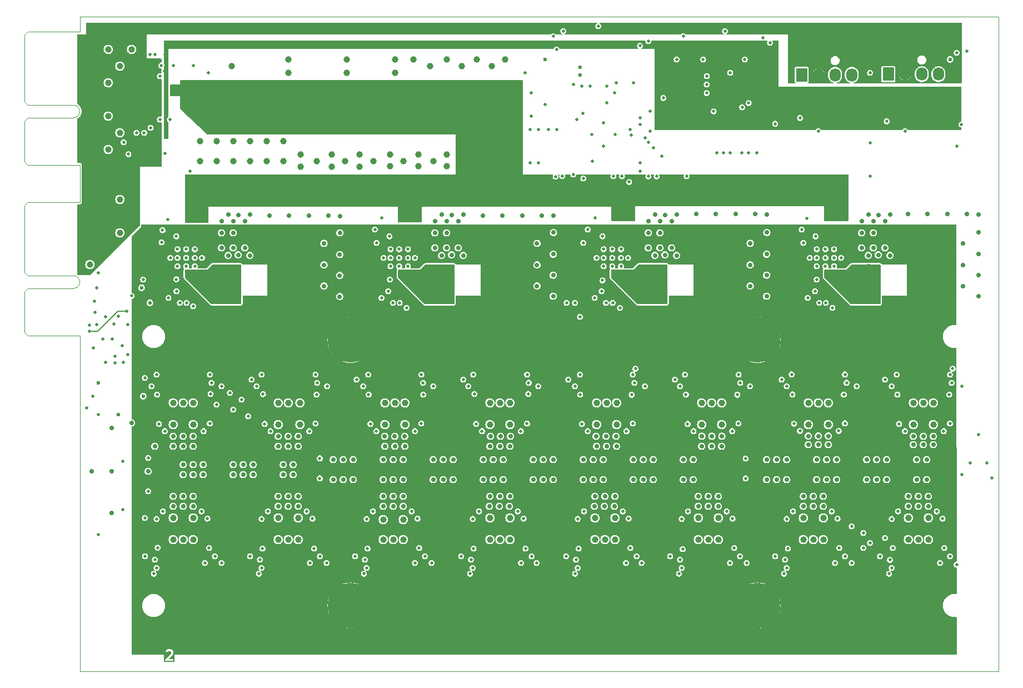
<source format=gbr>
%TF.GenerationSoftware,KiCad,Pcbnew,8.0.1*%
%TF.CreationDate,2024-04-21T01:40:19+02:00*%
%TF.ProjectId,EKO_Miner_BM1366-13xx_16-01A,454b4f5f-4d69-46e6-9572-5f424d313336,rev?*%
%TF.SameCoordinates,Original*%
%TF.FileFunction,Copper,L2,Inr*%
%TF.FilePolarity,Positive*%
%FSLAX46Y46*%
G04 Gerber Fmt 4.6, Leading zero omitted, Abs format (unit mm)*
G04 Created by KiCad (PCBNEW 8.0.1) date 2024-04-21 01:40:19*
%MOMM*%
%LPD*%
G01*
G04 APERTURE LIST*
%ADD10C,0.300000*%
%TA.AperFunction,ComponentPad*%
%ADD11C,0.499999*%
%TD*%
%TA.AperFunction,ComponentPad*%
%ADD12R,1.730000X2.030000*%
%TD*%
%TA.AperFunction,ComponentPad*%
%ADD13O,1.730000X2.030000*%
%TD*%
%TA.AperFunction,ComponentPad*%
%ADD14C,0.600000*%
%TD*%
%TA.AperFunction,ComponentPad*%
%ADD15C,0.500000*%
%TD*%
%TA.AperFunction,ComponentPad*%
%ADD16C,7.000000*%
%TD*%
%TA.AperFunction,ViaPad*%
%ADD17C,0.700000*%
%TD*%
%TA.AperFunction,ViaPad*%
%ADD18C,0.500000*%
%TD*%
%TA.AperFunction,ViaPad*%
%ADD19C,1.000000*%
%TD*%
%TA.AperFunction,ViaPad*%
%ADD20C,0.600000*%
%TD*%
%TA.AperFunction,Conductor*%
%ADD21C,0.200000*%
%TD*%
%TA.AperFunction,Profile*%
%ADD22C,0.100000*%
%TD*%
G04 APERTURE END LIST*
D10*
G36*
X89155637Y-123593495D02*
G01*
X87596613Y-123593495D01*
X87596613Y-123306091D01*
X87763280Y-123306091D01*
X87785677Y-123360163D01*
X87827063Y-123401549D01*
X87858737Y-123414668D01*
X87881134Y-123423946D01*
X87910398Y-123426828D01*
X88868234Y-123423946D01*
X88922306Y-123401548D01*
X88963690Y-123360164D01*
X88986088Y-123306092D01*
X88986088Y-123247564D01*
X88963690Y-123193492D01*
X88922306Y-123152108D01*
X88868234Y-123129710D01*
X88838970Y-123126828D01*
X88269638Y-123128541D01*
X88855035Y-122540420D01*
X88859507Y-122538185D01*
X88874719Y-122520645D01*
X88892262Y-122503021D01*
X88894325Y-122498039D01*
X88897855Y-122493970D01*
X88909843Y-122467120D01*
X88978700Y-122252499D01*
X88986088Y-122234664D01*
X88986825Y-122227172D01*
X88987792Y-122224161D01*
X88987511Y-122220211D01*
X88988970Y-122205400D01*
X88986935Y-122083873D01*
X88987792Y-122081303D01*
X88986614Y-122064738D01*
X88986088Y-122033278D01*
X88984024Y-122028297D01*
X88983643Y-122022923D01*
X88973134Y-121995459D01*
X88899123Y-121852916D01*
X88892262Y-121836349D01*
X88887525Y-121830577D01*
X88886040Y-121827717D01*
X88883047Y-121825121D01*
X88873607Y-121813619D01*
X88798457Y-121741722D01*
X88788081Y-121729758D01*
X88781855Y-121725839D01*
X88779448Y-121723536D01*
X88775788Y-121722020D01*
X88763195Y-121714093D01*
X88638667Y-121654184D01*
X88636591Y-121652108D01*
X88620473Y-121645431D01*
X88592874Y-121632154D01*
X88587496Y-121631771D01*
X88582519Y-121629710D01*
X88553255Y-121626828D01*
X88218822Y-121629322D01*
X88214874Y-121628006D01*
X88193711Y-121629509D01*
X88166849Y-121629710D01*
X88161871Y-121631771D01*
X88156494Y-121632154D01*
X88129031Y-121642664D01*
X87986488Y-121716673D01*
X87969919Y-121723536D01*
X87964147Y-121728272D01*
X87961287Y-121729758D01*
X87958691Y-121732750D01*
X87947189Y-121742191D01*
X87857106Y-121836350D01*
X87834709Y-121890422D01*
X87834709Y-121948948D01*
X87857106Y-122003020D01*
X87898492Y-122044406D01*
X87952564Y-122066803D01*
X88011090Y-122066803D01*
X88065162Y-122044406D01*
X88087893Y-122025751D01*
X88138241Y-121973124D01*
X88227865Y-121926591D01*
X88514159Y-121924455D01*
X88604009Y-121967681D01*
X88642673Y-122004671D01*
X88689511Y-122094882D01*
X88690870Y-122176036D01*
X88639715Y-122335479D01*
X87785677Y-123193493D01*
X87763280Y-123247565D01*
X87763280Y-123306091D01*
X87596613Y-123306091D01*
X87596613Y-121460161D01*
X89155637Y-121460161D01*
X89155637Y-123593495D01*
G37*
D11*
%TO.N,GND*%
%TO.C,U19*%
X89630000Y-63300000D03*
X90950000Y-63300000D03*
X92270000Y-63300000D03*
X88550000Y-62000000D03*
X89630000Y-61999997D03*
X90950000Y-61999997D03*
X93350000Y-61999997D03*
X92270000Y-61999995D03*
X89630000Y-60700000D03*
X90950000Y-60700000D03*
X92270000Y-60700000D03*
%TD*%
%TO.N,GND*%
%TO.C,U21*%
X154563332Y-63300000D03*
X155883332Y-63300000D03*
X157203332Y-63300000D03*
X153483332Y-62000000D03*
X154563332Y-61999997D03*
X155883332Y-61999997D03*
X158283332Y-61999997D03*
X157203332Y-61999995D03*
X154563332Y-60700000D03*
X155883332Y-60700000D03*
X157203332Y-60700000D03*
%TD*%
D12*
%TO.N,GND*%
%TO.C,J4*%
X197950000Y-34025000D03*
D13*
%TO.N,+12V_PWR*%
X200490000Y-34025000D03*
%TO.N,/FAN/FAN1_TACH*%
X203030000Y-34025000D03*
%TO.N,/FAN/FAN1_PWM*%
X205570000Y-34025000D03*
%TD*%
D11*
%TO.N,GND*%
%TO.C,U20*%
X122096666Y-63300000D03*
X123416666Y-63300000D03*
X124736666Y-63300000D03*
X121016666Y-62000000D03*
X122096666Y-61999997D03*
X123416666Y-61999997D03*
X125816666Y-61999997D03*
X124736666Y-61999995D03*
X122096666Y-60700000D03*
X123416666Y-60700000D03*
X124736666Y-60700000D03*
%TD*%
D14*
%TO.N,GNDA*%
%TO.C,T1*%
X150950000Y-34160000D03*
%TO.N,GND*%
X150950000Y-32960000D03*
%TD*%
D15*
%TO.N,N/C*%
%TO.C,U1*%
X79650000Y-74400000D03*
X78250000Y-74400000D03*
%TD*%
D11*
%TO.N,GND*%
%TO.C,U22*%
X187030000Y-63300000D03*
X188350000Y-63300000D03*
X189670000Y-63300000D03*
X185950000Y-62000000D03*
X187030000Y-61999997D03*
X188350000Y-61999997D03*
X190750000Y-61999997D03*
X189670000Y-61999995D03*
X187030000Y-60700000D03*
X188350000Y-60700000D03*
X189670000Y-60700000D03*
%TD*%
D12*
%TO.N,GND*%
%TO.C,J3*%
X184750000Y-34125000D03*
D13*
%TO.N,+12V_PWR*%
X187290000Y-34125000D03*
%TO.N,/FAN/FAN2_TACH*%
X189830000Y-34125000D03*
%TO.N,/FAN/FAN2_PWM*%
X192370000Y-34125000D03*
%TD*%
D16*
%TO.N,VPWR_ASIC*%
%TO.C,H11*%
X178000000Y-115000000D03*
%TD*%
%TO.N,VPWR_ASIC*%
%TO.C,H7*%
X116000000Y-74500000D03*
%TD*%
%TO.N,VPWR_ASIC*%
%TO.C,H12*%
X116000000Y-115000000D03*
%TD*%
%TO.N,VPWR_ASIC*%
%TO.C,H8*%
X178000000Y-74500000D03*
%TD*%
D17*
%TO.N,GND*%
X98118000Y-93504000D03*
X187272000Y-90456000D03*
D18*
X89990000Y-68866000D03*
D17*
X172576285Y-89186000D03*
X104976000Y-99854000D03*
D19*
X122756000Y-33836000D03*
D17*
X79576000Y-94520000D03*
X164920000Y-56420000D03*
D19*
X104976000Y-104934000D03*
D17*
X168984000Y-99854000D03*
X137146666Y-99854000D03*
D18*
X110818000Y-82836000D03*
X94669973Y-82737803D03*
D17*
X206932000Y-55346000D03*
X143838000Y-95790000D03*
D19*
X124026000Y-47276000D03*
D17*
X211656000Y-61450000D03*
D19*
X80846000Y-42958000D03*
X105738000Y-47276000D03*
D18*
X152473996Y-35814004D03*
D17*
X165682000Y-55404000D03*
D19*
X155014000Y-84106000D03*
D17*
X131400000Y-55462000D03*
X176883332Y-63100000D03*
X132408000Y-56420000D03*
D18*
X118759096Y-82833000D03*
D19*
X138758000Y-104934000D03*
D17*
X196423998Y-61558000D03*
D18*
X207738857Y-78900000D03*
D17*
X162126000Y-95790000D03*
X145162000Y-55600000D03*
D18*
X195146000Y-44482000D03*
D17*
X122719714Y-89186000D03*
D18*
X153236000Y-55912000D03*
D17*
X88974000Y-99854000D03*
D19*
X137234000Y-84106000D03*
D17*
X104976000Y-89186000D03*
X120978000Y-98330000D03*
X151458000Y-95790000D03*
D18*
X191156956Y-82848868D03*
X81358763Y-77918618D03*
D17*
X154506000Y-95790000D03*
D18*
X155939332Y-68866000D03*
D19*
X82624000Y-30258000D03*
D17*
X171052285Y-89186000D03*
D19*
X185748000Y-87408000D03*
X120978000Y-104934000D03*
X80846000Y-32798000D03*
D18*
X94447666Y-106207000D03*
D17*
X92022000Y-99854000D03*
X116406000Y-92742000D03*
X164920000Y-60484000D03*
X122502000Y-99854000D03*
D19*
X108278000Y-87408000D03*
D17*
X92022000Y-90710000D03*
X209350000Y-66300000D03*
X137234000Y-98330000D03*
D18*
X126451666Y-106207000D03*
X150983487Y-82833000D03*
D19*
X168984000Y-101632000D03*
X140282000Y-87408000D03*
D17*
X88974000Y-90710000D03*
X97404000Y-55404000D03*
X196424000Y-55462000D03*
D18*
X82150000Y-46220000D03*
D17*
X98118000Y-95028000D03*
X107262000Y-95028000D03*
X146886000Y-64650000D03*
X90498000Y-89186000D03*
X168222000Y-92742000D03*
D19*
X108350000Y-46300000D03*
D17*
X106500000Y-98330000D03*
D18*
X197686004Y-41211996D03*
D17*
X185747475Y-89166000D03*
D19*
X95578000Y-47276000D03*
D17*
X186510000Y-99854000D03*
X114374000Y-58198000D03*
X93546000Y-93504000D03*
D18*
X150751071Y-106303000D03*
D17*
X137742000Y-92742000D03*
X144416666Y-66300000D03*
D19*
X188796000Y-84106000D03*
X154760000Y-104934000D03*
D17*
X133170000Y-61658000D03*
X204798000Y-90456000D03*
D18*
X190459666Y-106207000D03*
D17*
X156284000Y-98330000D03*
X124026000Y-92742000D03*
D19*
X153490000Y-87408000D03*
D17*
X162428000Y-55404000D03*
X111950000Y-63100000D03*
D18*
X182045142Y-110140000D03*
D17*
X194940000Y-55404000D03*
D18*
X122456666Y-68866000D03*
D17*
X152982000Y-95790000D03*
D18*
X77544000Y-85884000D03*
D17*
X176883332Y-66300000D03*
D18*
X86533223Y-82833000D03*
D19*
X153490000Y-84106000D03*
X115390000Y-31782000D03*
D17*
X172032000Y-99854000D03*
X131646000Y-95790000D03*
X124280000Y-90710000D03*
X128598000Y-92742000D03*
D18*
X76782000Y-75724000D03*
D17*
X155014000Y-90710000D03*
X92022000Y-89186000D03*
X163142000Y-60484000D03*
X79576000Y-87916000D03*
D19*
X88974000Y-104934000D03*
X122502000Y-104934000D03*
X171016000Y-84106000D03*
X126312000Y-48060000D03*
D17*
X128852000Y-60484000D03*
X114350000Y-67900000D03*
X128598000Y-95790000D03*
D19*
X103198000Y-47276000D03*
D17*
X203932000Y-55346000D03*
D18*
X207211137Y-82842000D03*
X134871413Y-82753043D03*
D19*
X103198000Y-44228000D03*
X106500000Y-104934000D03*
X92022000Y-104934000D03*
D17*
X162388000Y-61658000D03*
D19*
X88974000Y-84106000D03*
D17*
X198194000Y-61658000D03*
X182446000Y-95790000D03*
X103650000Y-55600000D03*
X116406000Y-95790000D03*
X142162000Y-55600000D03*
X211656000Y-64650000D03*
D19*
X105738000Y-44228000D03*
D18*
X198621524Y-106198000D03*
D19*
X79068000Y-35338000D03*
X98118000Y-44228000D03*
D17*
X120978000Y-99854000D03*
X187018000Y-95790000D03*
D18*
X154923332Y-68866000D03*
D17*
X197432000Y-56420000D03*
D18*
X208385996Y-44989996D03*
D17*
X153490000Y-90710000D03*
D18*
X180687500Y-41582500D03*
X91514000Y-48800000D03*
X209088000Y-41688000D03*
D19*
X201750000Y-84106000D03*
D17*
X209350000Y-63100000D03*
X144416666Y-59800000D03*
D19*
X90498000Y-104934000D03*
D17*
X114350000Y-61500000D03*
X188796000Y-90456000D03*
D18*
X206461666Y-106207000D03*
D17*
X194638000Y-95790000D03*
D19*
X98118000Y-47276000D03*
D17*
X168984000Y-98330000D03*
X146886000Y-61450000D03*
D19*
X204798000Y-87408000D03*
X80846000Y-53118000D03*
X204036000Y-101632000D03*
X203274000Y-84106000D03*
D18*
X171778000Y-46006000D03*
D17*
X88974000Y-98330000D03*
D19*
X124280000Y-87408000D03*
D17*
X140282000Y-90710000D03*
X90498000Y-99854000D03*
X171016000Y-90710000D03*
D18*
X118037142Y-110140000D03*
D19*
X153236000Y-104934000D03*
D17*
X138830571Y-89186000D03*
D18*
X188406000Y-68866000D03*
D17*
X92022000Y-93504000D03*
X204036000Y-99854000D03*
X161364000Y-56420000D03*
D19*
X137234000Y-101632000D03*
D17*
X162126000Y-92742000D03*
X180922000Y-95790000D03*
D18*
X83386000Y-42958000D03*
D19*
X186510000Y-104934000D03*
D18*
X150950000Y-71002000D03*
X174937766Y-82868868D03*
D17*
X98887998Y-61558000D03*
X146910000Y-55608000D03*
D19*
X172032000Y-104934000D03*
D18*
X76744000Y-83090000D03*
D17*
X136218000Y-95790000D03*
D19*
X200988000Y-104934000D03*
X106500000Y-84106000D03*
X115136000Y-47276000D03*
D17*
X99642000Y-93504000D03*
D19*
X156284000Y-101632000D03*
D18*
X86612519Y-106171132D03*
D19*
X121232000Y-84106000D03*
X122756000Y-84106000D03*
X117350000Y-46300000D03*
D18*
X175588000Y-46006000D03*
D17*
X204036000Y-98330000D03*
X197686000Y-95790000D03*
D18*
X158624851Y-106207000D03*
D17*
X163912000Y-55462000D03*
X92022000Y-95028000D03*
X197686000Y-92742000D03*
X209350000Y-59800000D03*
D19*
X172032000Y-101632000D03*
D17*
X184986000Y-99854000D03*
X140354571Y-89186000D03*
D18*
X159406286Y-78900000D03*
D17*
X99896000Y-60484000D03*
X193876000Y-58198000D03*
X180922000Y-92742000D03*
D19*
X184986000Y-101632000D03*
D18*
X174457666Y-106207000D03*
X87750000Y-46120000D03*
D17*
X108024000Y-89186000D03*
X139162000Y-55600000D03*
X92022000Y-98330000D03*
X106500000Y-89186000D03*
X156538000Y-90710000D03*
X90498000Y-93504000D03*
D19*
X168984000Y-104934000D03*
D17*
X154760000Y-98330000D03*
X163911998Y-61558000D03*
D19*
X184986000Y-104934000D03*
D17*
X168674000Y-55346000D03*
X166698000Y-92742000D03*
X179398000Y-67850000D03*
X106500000Y-99854000D03*
X122502000Y-95790000D03*
D19*
X137488000Y-32798000D03*
X79068000Y-40418000D03*
D17*
X133170000Y-55404000D03*
D18*
X198047142Y-110140000D03*
D19*
X113104000Y-48100000D03*
D17*
X193876000Y-60484000D03*
X79576000Y-100870000D03*
X90498000Y-98330000D03*
X124026000Y-99854000D03*
D19*
X76274000Y-63024000D03*
D17*
X187271475Y-89166000D03*
D19*
X104976000Y-101632000D03*
D17*
X90498000Y-90710000D03*
X111950000Y-59800000D03*
D19*
X113104000Y-46300000D03*
D18*
X82097655Y-76747655D03*
D19*
X156538000Y-87408000D03*
D18*
X91006000Y-68866000D03*
D17*
X171674000Y-55346000D03*
D19*
X106500000Y-33836000D03*
D18*
X151203996Y-35814004D03*
D17*
X179422000Y-58148000D03*
X128852000Y-56420000D03*
D19*
X130630000Y-31782000D03*
X170508000Y-104934000D03*
X130630000Y-48060000D03*
X92022000Y-84106000D03*
D17*
X111950000Y-66300000D03*
X146886000Y-67850000D03*
D19*
X124280000Y-84106000D03*
D17*
X188542000Y-95790000D03*
D18*
X169714004Y-31782004D03*
D17*
X113358000Y-92742000D03*
X136162000Y-55600000D03*
X153148666Y-99854000D03*
X203274000Y-90456000D03*
X194900000Y-61658000D03*
X211656000Y-55404000D03*
D19*
X137234000Y-104934000D03*
D18*
X123472666Y-68866000D03*
D17*
X121195714Y-89186000D03*
D19*
X93038000Y-44228000D03*
D17*
X179398000Y-92742000D03*
X139266000Y-95790000D03*
X120978000Y-95790000D03*
X138758000Y-98330000D03*
D18*
X150207808Y-110140000D03*
X142656142Y-106303000D03*
D17*
X190066000Y-92742000D03*
X143838000Y-92742000D03*
X132408000Y-60484000D03*
X100658000Y-61658000D03*
X114374000Y-55658000D03*
X170508000Y-99854000D03*
D18*
X85418000Y-31062000D03*
D17*
X201749999Y-89186000D03*
D18*
X187272004Y-42735996D03*
D17*
X139266000Y-92742000D03*
X114882000Y-92742000D03*
X104976000Y-98330000D03*
X107262000Y-93504000D03*
D18*
X85164000Y-97568000D03*
D17*
X201750000Y-90456000D03*
X124026000Y-98330000D03*
D18*
X134205808Y-110140000D03*
X171314000Y-39700000D03*
D17*
X172032000Y-98330000D03*
D18*
X170282000Y-34322000D03*
D19*
X122756000Y-31782000D03*
D17*
X96340000Y-60484000D03*
D19*
X95578000Y-44228000D03*
X140282000Y-101632000D03*
D17*
X159078000Y-95790000D03*
X93546000Y-95028000D03*
D18*
X134749071Y-106303000D03*
D17*
X169528285Y-89186000D03*
X100658000Y-55404000D03*
D19*
X204036000Y-104934000D03*
D17*
X172540000Y-90710000D03*
X188542000Y-92742000D03*
X151458000Y-92742000D03*
X179398000Y-61450000D03*
D18*
X88150000Y-56166000D03*
D17*
X130122000Y-92742000D03*
D18*
X80150000Y-77000000D03*
D17*
X209932000Y-55346000D03*
D18*
X209878000Y-30530000D03*
D19*
X188034000Y-104934000D03*
X121994000Y-48060000D03*
D17*
X174674000Y-55346000D03*
D19*
X128598000Y-47276000D03*
D17*
X177674000Y-55346000D03*
D18*
X110449666Y-106303000D03*
D17*
X124026000Y-95790000D03*
X154941428Y-89186000D03*
D18*
X86180000Y-31062000D03*
D19*
X139520000Y-31782000D03*
D17*
X98118000Y-60484000D03*
X203782000Y-95790000D03*
D18*
X158826909Y-82868868D03*
D17*
X108024000Y-98330000D03*
D18*
X167206000Y-49562000D03*
D17*
X108024000Y-99854000D03*
X130630000Y-56420000D03*
X211656000Y-67850000D03*
D18*
X199324333Y-82833000D03*
D19*
X125550000Y-31782000D03*
D17*
X195654000Y-58198000D03*
X128852000Y-58198000D03*
X98118000Y-56420000D03*
X145362000Y-92742000D03*
D19*
X88974000Y-101632000D03*
D18*
X120724000Y-55912000D03*
D17*
X76528000Y-94520000D03*
D18*
X142568000Y-33814000D03*
D17*
X137306571Y-89186000D03*
D19*
X126312000Y-46260000D03*
D17*
X140282000Y-98330000D03*
X200932000Y-55346000D03*
X130630000Y-58198000D03*
X114882000Y-95790000D03*
D19*
X93038000Y-47276000D03*
D17*
X88974000Y-89186000D03*
X105738000Y-93504000D03*
D19*
X140282000Y-104934000D03*
D17*
X90498000Y-95028000D03*
X145362000Y-95790000D03*
X98118000Y-58198000D03*
D18*
X82097655Y-72152345D03*
D17*
X146886000Y-92742000D03*
D19*
X202512000Y-104934000D03*
D17*
X165682000Y-61658000D03*
X188034000Y-99854000D03*
X129876000Y-61658000D03*
X161364000Y-58198000D03*
X200988000Y-99854000D03*
D19*
X156538000Y-84106000D03*
D18*
X184478004Y-40703996D03*
D17*
X104976000Y-90710000D03*
X152982000Y-92742000D03*
X121232000Y-90710000D03*
X179398000Y-55404000D03*
X188034000Y-98330000D03*
X188795475Y-89166000D03*
X130122000Y-95790000D03*
X166698000Y-95790000D03*
D19*
X108350000Y-48100000D03*
D17*
X195654000Y-56420000D03*
D19*
X120978000Y-101886000D03*
D18*
X166610698Y-106394500D03*
D19*
X137234000Y-87408000D03*
D17*
X202512000Y-98330000D03*
X138758000Y-90710000D03*
X203273999Y-89186000D03*
D19*
X156284000Y-104934000D03*
X188796000Y-87408000D03*
D17*
X156196666Y-99854000D03*
X105738000Y-95028000D03*
X193876000Y-56420000D03*
X184986000Y-98330000D03*
X156465428Y-89186000D03*
X202258000Y-92742000D03*
X101166000Y-95028000D03*
D19*
X130630000Y-46260000D03*
X90498000Y-84106000D03*
D17*
X106650000Y-55600000D03*
X146886000Y-95790000D03*
X163142000Y-56420000D03*
X159078000Y-92742000D03*
D18*
X182639446Y-106303000D03*
D19*
X188034000Y-101632000D03*
D17*
X140194666Y-99854000D03*
D18*
X86033142Y-110140000D03*
D17*
X168222000Y-95790000D03*
D19*
X172540000Y-84106000D03*
D17*
X96340000Y-56420000D03*
X122502000Y-98330000D03*
D18*
X77544004Y-104203996D03*
D19*
X92022000Y-101632000D03*
D17*
X154506000Y-92742000D03*
X190066000Y-95790000D03*
X203782000Y-92742000D03*
X120978000Y-92742000D03*
X99642000Y-95028000D03*
X144416666Y-63100000D03*
X197432000Y-60484000D03*
D19*
X106500000Y-31782000D03*
X97864000Y-32798000D03*
X104976000Y-84106000D03*
D17*
X137234000Y-90710000D03*
D18*
X102035142Y-110140000D03*
D17*
X160602000Y-92742000D03*
D19*
X172540000Y-87408000D03*
D17*
X200988000Y-98330000D03*
D19*
X108278000Y-84106000D03*
D18*
X200480004Y-42735996D03*
D17*
X179398000Y-64650000D03*
D19*
X187272000Y-84106000D03*
X135202000Y-31782000D03*
D18*
X86942000Y-34322000D03*
D17*
X106500000Y-90710000D03*
D19*
X153236000Y-101632000D03*
X121994000Y-46260000D03*
X92022000Y-87408000D03*
D17*
X182446000Y-92742000D03*
X124243714Y-89186000D03*
X99896000Y-56420000D03*
D18*
X85164000Y-92488000D03*
D19*
X140282000Y-84106000D03*
X108024000Y-104934000D03*
D18*
X79950000Y-72100000D03*
D17*
X187018000Y-92742000D03*
X160602000Y-95790000D03*
D18*
X165682000Y-31782000D03*
X195146000Y-49562000D03*
D17*
X211680000Y-58148000D03*
X161364000Y-60484000D03*
X122756000Y-90710000D03*
D19*
X169492000Y-87408000D03*
D18*
X176064004Y-31782004D03*
D19*
X185748000Y-84106000D03*
D17*
X129916000Y-55404000D03*
D18*
X94308000Y-33814000D03*
D17*
X185748000Y-90456000D03*
X130630000Y-60484000D03*
X186510000Y-98330000D03*
D19*
X115390000Y-33836000D03*
D17*
X204797999Y-89186000D03*
X114350000Y-64700000D03*
D19*
X121232000Y-87408000D03*
D17*
X198194000Y-55404000D03*
D18*
X173838000Y-33814000D03*
X195146000Y-33814000D03*
X167094913Y-82833000D03*
X187390000Y-68866000D03*
D19*
X80846000Y-58198000D03*
X117350000Y-48100000D03*
D17*
X97364000Y-61658000D03*
X131399998Y-61558000D03*
X112650000Y-55600000D03*
X109650000Y-55600000D03*
D19*
X108024000Y-101632000D03*
X124026000Y-104934000D03*
D17*
X196162000Y-95790000D03*
D19*
X100658000Y-44228000D03*
D17*
X195654000Y-60484000D03*
X170508000Y-98330000D03*
D19*
X110818000Y-47276000D03*
D18*
X143089151Y-82737000D03*
D17*
X169492000Y-90710000D03*
X122502000Y-92742000D03*
D18*
X166043142Y-110140000D03*
X118582877Y-106303000D03*
D17*
X176883332Y-59800000D03*
D19*
X128090000Y-32798000D03*
D17*
X113358000Y-95790000D03*
X202258000Y-95790000D03*
X153236000Y-98330000D03*
X101166000Y-93504000D03*
X163142000Y-58198000D03*
D19*
X169492000Y-84106000D03*
D17*
X154672666Y-99854000D03*
D18*
X102653541Y-82775190D03*
D17*
X196162000Y-92742000D03*
D18*
X163650000Y-37652000D03*
D17*
X202512000Y-99854000D03*
D19*
X79068000Y-45498000D03*
X104976000Y-87408000D03*
D17*
X96340000Y-58198000D03*
X194638000Y-92742000D03*
D18*
X185550000Y-55968000D03*
D17*
X138670666Y-99854000D03*
D19*
X100658000Y-47276000D03*
D17*
X179398000Y-95790000D03*
X136218000Y-92742000D03*
D19*
X200988000Y-101632000D03*
X132916000Y-32798000D03*
D18*
X183323433Y-82813000D03*
D19*
X119454000Y-47276000D03*
X79068000Y-30258000D03*
D17*
X131646000Y-92742000D03*
D19*
X204798000Y-84106000D03*
D18*
X127074000Y-82842000D03*
D17*
X146910000Y-58148000D03*
D19*
X124026000Y-101886000D03*
X201750000Y-87408000D03*
D17*
X108024000Y-90710000D03*
D18*
X102580877Y-106303000D03*
D17*
X137742000Y-95790000D03*
X153417428Y-89186000D03*
D19*
X88974000Y-87408000D03*
D17*
X98888000Y-55462000D03*
D19*
X138758000Y-84106000D03*
D18*
%TO.N,+12V_PWR*%
X84656000Y-35338000D03*
X83894000Y-39148000D03*
X84656000Y-38386000D03*
D19*
X77290000Y-42958000D03*
D18*
X83132000Y-37624000D03*
X83132000Y-35338000D03*
D19*
X81862000Y-38386000D03*
X77290000Y-32798000D03*
D17*
X76550000Y-27600000D03*
D18*
X86942000Y-36862000D03*
X83131998Y-38386000D03*
X83894000Y-36862000D03*
D19*
X77290000Y-37878000D03*
D18*
X84656000Y-36100000D03*
D17*
X79250000Y-27600000D03*
D19*
X77290000Y-58198000D03*
D18*
X84656000Y-39148000D03*
X85418000Y-38386000D03*
X83894000Y-34576000D03*
X83894000Y-35338000D03*
D19*
X77290000Y-48038000D03*
D18*
X83894000Y-38386000D03*
X83132000Y-36100000D03*
X83132000Y-34576000D03*
X83132000Y-39148000D03*
X83894000Y-37624000D03*
D17*
X77850000Y-27600000D03*
D18*
X83894000Y-36100000D03*
X83132000Y-36862000D03*
X85296001Y-34576000D03*
X84656000Y-34576000D03*
X84656000Y-36862000D03*
X84656000Y-37624000D03*
X86942000Y-36100000D03*
X85418000Y-39148000D03*
D19*
X77290000Y-53118000D03*
X81862000Y-35338000D03*
D18*
%TO.N,/DB_SCL*%
X173048000Y-27464000D03*
X170254000Y-35592000D03*
X84550000Y-42958000D03*
X148410000Y-27464000D03*
X87170000Y-32700000D03*
X176648010Y-38430010D03*
X76950000Y-68600000D03*
%TO.N,/DB_SDA*%
X166698000Y-28226000D03*
X88970000Y-32700000D03*
X146886000Y-28268000D03*
X175671004Y-39064996D03*
X85532998Y-42195988D03*
X77036000Y-70300000D03*
X170254000Y-36905000D03*
%TO.N,/ID0*%
X178850000Y-28480000D03*
X76247357Y-72225000D03*
X161364000Y-28988000D03*
X86942000Y-40926000D03*
%TO.N,/DB_TX*%
X78650000Y-71000000D03*
%TO.N,/ID1*%
X81862000Y-70136000D03*
X160094000Y-29708000D03*
X76256918Y-73192968D03*
X88466000Y-40926000D03*
X179906000Y-29242000D03*
D20*
%TO.N,/DB_PGOOD*%
X145616000Y-31782000D03*
X207338000Y-31782000D03*
D18*
X84402000Y-65310000D03*
%TO.N,+5V_PSU*%
X81322004Y-92996004D03*
X75766000Y-84868000D03*
X92022000Y-69374000D03*
D20*
X84147988Y-66580000D03*
D18*
X124534000Y-69628010D03*
X157046000Y-69628000D03*
X77290000Y-66580000D03*
X81322004Y-100362004D03*
X189422000Y-69628000D03*
%TO.N,+5V_STDBY*%
X81430000Y-44400000D03*
X153743996Y-26702000D03*
X77544000Y-64294000D03*
%TO.N,+3.3V_DB*%
X207699000Y-36354000D03*
X181687500Y-39682500D03*
X80592000Y-70900000D03*
X163650000Y-32262000D03*
X203810000Y-39910000D03*
X190602000Y-39656000D03*
D20*
X87958000Y-43251858D03*
D18*
X87704000Y-31020000D03*
X171301996Y-32797996D03*
X87625570Y-33560000D03*
X207818000Y-39656000D03*
X177905996Y-32797996D03*
%TO.N,+1.8V*%
X103810863Y-88399994D03*
X103398000Y-100640000D03*
X109297994Y-100640006D03*
D17*
X82624000Y-87154000D03*
D18*
X81250000Y-75400000D03*
X183408000Y-100640000D03*
X125821714Y-88400000D03*
X119400000Y-100640000D03*
X167406000Y-100640000D03*
X199410000Y-100640000D03*
X152143434Y-88399994D03*
X184473481Y-88379994D03*
X93295994Y-100640006D03*
X189307994Y-100640006D03*
X119921720Y-88399994D03*
X173305994Y-100640006D03*
X158043428Y-88400000D03*
X84656000Y-101632000D03*
X87396000Y-100640000D03*
X200476005Y-88399994D03*
X141468660Y-100640006D03*
X93600000Y-88400000D03*
X135568666Y-100640000D03*
D17*
X86180000Y-90710000D03*
D18*
X87700006Y-88399994D03*
X190373475Y-88380000D03*
X136032577Y-88399994D03*
X151570666Y-100640000D03*
D20*
X77544000Y-81058000D03*
D18*
X174154285Y-88400000D03*
X109710857Y-88400000D03*
X157470660Y-100640006D03*
X141932571Y-88400000D03*
X168254291Y-88399994D03*
X206375999Y-88400000D03*
X125299994Y-100640006D03*
X205309994Y-100640006D03*
%TO.N,+0.8V*%
X191323475Y-87230000D03*
X166456000Y-101790000D03*
X158993428Y-87250000D03*
X118450000Y-101790000D03*
X183573475Y-87280000D03*
X126771714Y-87250000D03*
X135132571Y-87300000D03*
X110660857Y-87250000D03*
X94196000Y-101740000D03*
X102910857Y-87300000D03*
X198460000Y-101790000D03*
X190208000Y-101740000D03*
X119021714Y-87300000D03*
X174206000Y-101740000D03*
X175104285Y-87250000D03*
X142882571Y-87250000D03*
X206210000Y-101740000D03*
X182458000Y-101790000D03*
X86800000Y-87300000D03*
X207325999Y-87250000D03*
X150620666Y-101790000D03*
D17*
X85164000Y-94520000D03*
D18*
X110198000Y-101740000D03*
X102448000Y-101790000D03*
X167354285Y-87300000D03*
X142368666Y-101740000D03*
X86446000Y-101790000D03*
X158370666Y-101740000D03*
X199575999Y-87300000D03*
X134618666Y-101790000D03*
X151243428Y-87300000D03*
X94550000Y-87250000D03*
X126200000Y-101740000D03*
%TO.N,/ASICs/ASICs_BM1366_1/BM1366-6/VDD3_0*%
X182446000Y-81566000D03*
%TO.N,/ASICs/ASICs_BM1366_1/BM1366-6/VDD2_0*%
X181684000Y-80550000D03*
%TO.N,/ASICs/ASICs_BM1366_1/BM1366-6/VDD1_0*%
X183208000Y-79768000D03*
%TO.N,VPWR_ASIC*%
X108278000Y-106204000D03*
D17*
X205150000Y-66834000D03*
X205150000Y-65600000D03*
D18*
X156843428Y-81700000D03*
D17*
X136616666Y-61000000D03*
X109040000Y-68866000D03*
D18*
X108278000Y-107220000D03*
D17*
X107262000Y-114840000D03*
X139016666Y-61000000D03*
X98118000Y-116364000D03*
X185747475Y-79006000D03*
X120978000Y-114840000D03*
D18*
X90498000Y-82836000D03*
X152770666Y-109340000D03*
D17*
X122719714Y-77502000D03*
X105738000Y-116364000D03*
D18*
X172286000Y-107220000D03*
X169274285Y-79700000D03*
D17*
X184478000Y-75724000D03*
X98118000Y-114840000D03*
X151458000Y-74200000D03*
X106608857Y-77502000D03*
D18*
X124621714Y-82700000D03*
D17*
X188034000Y-111538000D03*
D18*
X168606000Y-107340000D03*
D17*
X136218000Y-75724000D03*
X159078000Y-74200000D03*
X203273999Y-79026000D03*
X107750000Y-64294000D03*
X192098000Y-116364000D03*
X141298000Y-61754000D03*
X106500000Y-111538000D03*
X141298000Y-66834000D03*
X136616666Y-62600000D03*
X188795475Y-77482000D03*
X195146000Y-74200000D03*
X192098000Y-114840000D03*
D18*
X124280000Y-106204000D03*
D17*
X131646000Y-74200000D03*
X154941428Y-79026000D03*
X124026000Y-110014000D03*
X156196666Y-110014000D03*
X108786000Y-63100000D03*
D18*
X172954285Y-79700000D03*
D17*
X141298000Y-63024000D03*
X202512000Y-111538000D03*
X169083332Y-61000000D03*
X108786000Y-65564000D03*
X204036000Y-110014000D03*
D18*
X156450666Y-107220000D03*
X156843428Y-82700000D03*
X172286000Y-106204000D03*
D17*
X122502000Y-110014000D03*
X206322000Y-60230000D03*
X169492000Y-116364000D03*
D18*
X156450666Y-108340000D03*
D17*
X101166000Y-74200000D03*
D18*
X156450666Y-109340000D03*
X136768666Y-107340000D03*
D17*
X104976000Y-110014000D03*
X90498000Y-110014000D03*
X146886000Y-74200000D03*
X92022000Y-77502000D03*
X140236666Y-68866000D03*
D18*
X140732571Y-80700000D03*
X104830857Y-79700000D03*
D17*
X174083332Y-68866000D03*
X108786000Y-114840000D03*
X139266000Y-114840000D03*
X187526000Y-74200000D03*
X90498000Y-74200000D03*
D18*
X188288000Y-108340000D03*
D17*
X201749999Y-77502000D03*
X186002000Y-114840000D03*
X143838000Y-74200000D03*
X200988000Y-110014000D03*
X98118000Y-75724000D03*
D18*
X137052571Y-82836000D03*
D17*
X203273999Y-77502000D03*
X206322000Y-61754000D03*
X137146666Y-110014000D03*
X106550000Y-62600000D03*
X152982000Y-74200000D03*
D18*
X205175999Y-80700000D03*
D17*
X92022000Y-75724000D03*
X186002000Y-74200000D03*
D18*
X104830857Y-80700000D03*
D17*
X162126000Y-114840000D03*
D18*
X184608000Y-106340000D03*
X136768666Y-109340000D03*
D17*
X138830571Y-77502000D03*
D18*
X205175999Y-79700000D03*
D17*
X139266000Y-75724000D03*
X160602000Y-114840000D03*
X156465428Y-79026000D03*
X168222000Y-74200000D03*
X159078000Y-75724000D03*
D18*
X120941714Y-82836000D03*
D17*
X170254000Y-67850000D03*
X186510000Y-110014000D03*
X93546000Y-116364000D03*
X108132857Y-77502000D03*
X131646000Y-75724000D03*
X187271475Y-79006000D03*
X173810000Y-64294000D03*
D18*
X120600000Y-109340000D03*
D17*
X184478000Y-114840000D03*
D18*
X189173475Y-80680000D03*
D17*
X107750000Y-65600000D03*
X105084857Y-79026000D03*
D18*
X104598000Y-109340000D03*
D17*
X104150000Y-67850000D03*
X193622000Y-75724000D03*
X202512000Y-110014000D03*
X131646000Y-116364000D03*
X104976000Y-111538000D03*
X187526000Y-116364000D03*
X107262000Y-67850000D03*
D18*
X88720000Y-80700000D03*
D17*
X162126000Y-75724000D03*
X171052285Y-77502000D03*
D18*
X140448666Y-109340000D03*
D17*
X203950000Y-62600000D03*
X201496000Y-70136000D03*
D18*
X140732571Y-82700000D03*
X104830857Y-81820000D03*
D17*
X108786000Y-61754000D03*
D18*
X124621714Y-80700000D03*
D17*
X141616666Y-68866000D03*
D18*
X186510000Y-106204000D03*
D17*
X88974000Y-79026000D03*
X172683332Y-66834000D03*
D18*
X108510857Y-82700000D03*
D17*
X137742000Y-74200000D03*
D18*
X137052571Y-80700000D03*
X124280000Y-107220000D03*
D17*
X169083332Y-62600000D03*
X107750000Y-62600000D03*
D18*
X136768666Y-106340000D03*
D17*
X170283332Y-61000000D03*
X202766000Y-75724000D03*
X137816666Y-61000000D03*
X154672666Y-111538000D03*
X105738000Y-75724000D03*
X105350000Y-62600000D03*
D18*
X204290000Y-108340000D03*
D17*
X92022000Y-79026000D03*
X173810000Y-63100000D03*
D18*
X92276000Y-107220000D03*
D17*
X90498000Y-114840000D03*
D18*
X88720000Y-79700000D03*
D17*
X88974000Y-111538000D03*
D18*
X136768666Y-108340000D03*
X104830857Y-82836000D03*
X202512000Y-106204000D03*
D17*
X137442666Y-68866000D03*
X101166000Y-75724000D03*
X172576285Y-79026000D03*
X170283332Y-62600000D03*
X187271475Y-77482000D03*
D18*
X189173475Y-82680000D03*
D17*
X108532000Y-67850000D03*
X169746000Y-75724000D03*
D18*
X106608857Y-82836000D03*
D17*
X168984000Y-110014000D03*
D18*
X200610000Y-106340000D03*
X172954285Y-80700000D03*
D17*
X206322000Y-66834000D03*
X169492000Y-68866000D03*
X107750000Y-61000000D03*
X172683332Y-61000000D03*
D18*
X140732571Y-81700000D03*
D17*
X172032000Y-110014000D03*
D18*
X124280000Y-109340000D03*
D17*
X107770000Y-66834000D03*
D18*
X137052571Y-79700000D03*
D17*
X106608857Y-79026000D03*
X106500000Y-68866000D03*
X137306571Y-79026000D03*
X137742000Y-114840000D03*
D18*
X169274285Y-80700000D03*
X187271475Y-82816000D03*
X153163428Y-81820000D03*
X168606000Y-106340000D03*
D17*
X124243714Y-79026000D03*
X201242000Y-75724000D03*
D18*
X120941714Y-79700000D03*
D17*
X202766000Y-74200000D03*
X154941428Y-77502000D03*
X108786000Y-66834000D03*
X202766000Y-114840000D03*
X99642000Y-75724000D03*
X171778000Y-70136000D03*
X173810000Y-60230000D03*
D18*
X169274285Y-81820000D03*
D17*
X187526000Y-75724000D03*
X121195714Y-79026000D03*
X201550000Y-67850000D03*
D18*
X140448666Y-108340000D03*
D17*
X187526000Y-114840000D03*
D18*
X185493475Y-80680000D03*
X169274285Y-82836000D03*
X200610000Y-108340000D03*
D17*
X136218000Y-58200000D03*
X170508000Y-111538000D03*
X160602000Y-74200000D03*
X173810000Y-61754000D03*
X124026000Y-75724000D03*
X124026000Y-111538000D03*
D18*
X108278000Y-109340000D03*
D17*
X121195714Y-77502000D03*
X201550000Y-61000000D03*
X128598000Y-116364000D03*
D18*
X88596000Y-109340000D03*
D17*
X205150000Y-62600000D03*
X124243714Y-77502000D03*
X203020000Y-70136000D03*
X204036000Y-111538000D03*
X201242000Y-114840000D03*
D18*
X120941714Y-81820000D03*
X188288000Y-109340000D03*
X153163428Y-80700000D03*
X92400000Y-79700000D03*
X188288000Y-107220000D03*
D17*
X93546000Y-74200000D03*
X105350000Y-61000000D03*
X120978000Y-111538000D03*
X172540000Y-68866000D03*
X108786000Y-58198000D03*
D18*
X124621714Y-79700000D03*
D17*
X108532000Y-69882000D03*
D18*
X140732571Y-79700000D03*
D17*
X153417428Y-79026000D03*
X138204666Y-67850000D03*
X124026000Y-116364000D03*
X169528285Y-77502000D03*
D18*
X88720000Y-82836000D03*
D17*
X143838000Y-116364000D03*
X90498000Y-79026000D03*
D18*
X104598000Y-106340000D03*
D17*
X168222000Y-75724000D03*
X108786000Y-74200000D03*
D18*
X92276000Y-106204000D03*
D17*
X136616666Y-67850000D03*
X170508000Y-110014000D03*
X137996000Y-69882000D03*
D18*
X154672666Y-106204000D03*
D17*
X201550000Y-62600000D03*
X140354571Y-79026000D03*
X107262000Y-74200000D03*
X92022000Y-114840000D03*
X140216666Y-61000000D03*
D18*
X152770666Y-108340000D03*
D17*
X108786000Y-60230000D03*
X143838000Y-114840000D03*
X169746000Y-74200000D03*
X108024000Y-111538000D03*
X159078000Y-116364000D03*
D18*
X138670666Y-106204000D03*
D17*
X105738000Y-67850000D03*
X202750000Y-61000000D03*
X98118000Y-74200000D03*
D18*
X201495999Y-80700000D03*
D17*
X128598000Y-74200000D03*
X160602000Y-75724000D03*
D18*
X201495999Y-79700000D03*
D17*
X186510000Y-111538000D03*
X192098000Y-74200000D03*
X139266000Y-116364000D03*
X195146000Y-116364000D03*
X154506000Y-74200000D03*
X145362000Y-114840000D03*
X188034000Y-110014000D03*
D18*
X201495999Y-81820000D03*
D17*
X202766000Y-116364000D03*
X173465332Y-67850000D03*
X145362000Y-75724000D03*
X136218000Y-114840000D03*
X173302000Y-70136000D03*
D18*
X120941714Y-80700000D03*
D17*
X171016000Y-68866000D03*
X195146000Y-75724000D03*
D18*
X204290000Y-109340000D03*
D17*
X168476000Y-59722000D03*
X103960000Y-59722000D03*
X199718000Y-114840000D03*
X92022000Y-111538000D03*
X140216666Y-65600000D03*
X101166000Y-116364000D03*
X205932000Y-67850000D03*
X156465428Y-77502000D03*
X92022000Y-74200000D03*
X145362000Y-116364000D03*
D18*
X168606000Y-109340000D03*
D17*
X168730000Y-67850000D03*
X137742000Y-75724000D03*
X205560000Y-58960000D03*
X166444000Y-114840000D03*
X171052285Y-79026000D03*
D18*
X92400000Y-81700000D03*
D17*
X137742000Y-116364000D03*
X140354571Y-77502000D03*
X192098000Y-75724000D03*
D18*
X104598000Y-108340000D03*
D17*
X186002000Y-116364000D03*
D18*
X156843428Y-80700000D03*
D17*
X140216666Y-62600000D03*
X93546000Y-114840000D03*
X140194666Y-110014000D03*
X173810000Y-58198000D03*
X120978000Y-110014000D03*
X204797999Y-77502000D03*
D18*
X120600000Y-108340000D03*
D17*
X141298000Y-64294000D03*
X202750000Y-62600000D03*
X206322000Y-57690000D03*
D18*
X92400000Y-82700000D03*
X92276000Y-108340000D03*
D17*
X184478000Y-116364000D03*
X193622000Y-116364000D03*
X124026000Y-74200000D03*
D18*
X204290000Y-107220000D03*
D17*
X88974000Y-77502000D03*
X193622000Y-114840000D03*
X201242000Y-74200000D03*
X92022000Y-116364000D03*
X139520000Y-69882000D03*
D18*
X108510857Y-80700000D03*
X204290000Y-106204000D03*
X120600000Y-106340000D03*
D17*
X130122000Y-114840000D03*
D18*
X124621714Y-81700000D03*
D17*
X122719714Y-79026000D03*
D18*
X185493475Y-79680000D03*
D17*
X130122000Y-116364000D03*
D18*
X153163428Y-79700000D03*
D17*
X169528285Y-79026000D03*
D18*
X156843428Y-79700000D03*
X106500000Y-106204000D03*
D17*
X120978000Y-75724000D03*
X184986000Y-110014000D03*
X140194666Y-111538000D03*
X156196666Y-111538000D03*
X107262000Y-75724000D03*
X88974000Y-110014000D03*
X153148666Y-110014000D03*
X104150000Y-61000000D03*
D18*
X203273999Y-82836000D03*
D17*
X167968000Y-116364000D03*
D18*
X88596000Y-106340000D03*
D17*
X199718000Y-75724000D03*
X108786000Y-64294000D03*
X107262000Y-116364000D03*
X104150000Y-62600000D03*
D18*
X88596000Y-108340000D03*
D17*
X151458000Y-75724000D03*
X173810000Y-65564000D03*
X137816666Y-62600000D03*
X162126000Y-116364000D03*
D18*
X152770666Y-107340000D03*
D17*
X188795475Y-79006000D03*
X141044000Y-69882000D03*
X200988000Y-59976000D03*
D18*
X201495999Y-82836000D03*
X189173475Y-81680000D03*
X184608000Y-109340000D03*
D17*
X203782000Y-68866000D03*
X154506000Y-114840000D03*
X99642000Y-74200000D03*
X172576285Y-77502000D03*
X202258000Y-68866000D03*
X201749999Y-79026000D03*
D18*
X172286000Y-109340000D03*
D17*
X122502000Y-111538000D03*
X168984000Y-111538000D03*
X105738000Y-69882000D03*
D18*
X108510857Y-79700000D03*
X108278000Y-108340000D03*
D17*
X172683332Y-62600000D03*
X186002000Y-75724000D03*
X93546000Y-75724000D03*
X128598000Y-114840000D03*
X106500000Y-110014000D03*
D18*
X168606000Y-108340000D03*
X92276000Y-109340000D03*
D17*
X206322000Y-64294000D03*
X152982000Y-116364000D03*
D18*
X108510857Y-81700000D03*
D17*
X204544000Y-70136000D03*
X90498000Y-77502000D03*
X136218000Y-59722000D03*
X107262000Y-69882000D03*
X138670666Y-111538000D03*
X193622000Y-74200000D03*
X108132857Y-79026000D03*
X141298000Y-58198000D03*
X136218000Y-116364000D03*
X168730000Y-70136000D03*
D18*
X153163428Y-82836000D03*
D17*
X104976000Y-68866000D03*
D18*
X122502000Y-106204000D03*
D17*
X170254000Y-70136000D03*
X199718000Y-74200000D03*
X200988000Y-58200000D03*
X171483332Y-61000000D03*
D18*
X154941428Y-82836000D03*
D17*
X152982000Y-75724000D03*
D18*
X188288000Y-106204000D03*
D17*
X171483332Y-62600000D03*
X108786000Y-75724000D03*
X204797999Y-79026000D03*
X184986000Y-111538000D03*
D18*
X184608000Y-108340000D03*
D17*
X139016666Y-62600000D03*
D18*
X140448666Y-106204000D03*
D17*
X200988000Y-111538000D03*
X131646000Y-114840000D03*
X205814000Y-70136000D03*
X145362000Y-74200000D03*
X139728666Y-67850000D03*
X107770000Y-68866000D03*
X151458000Y-116364000D03*
D18*
X184608000Y-107340000D03*
D17*
X206322000Y-63024000D03*
X138830571Y-79026000D03*
X203020000Y-67850000D03*
X153417428Y-77502000D03*
X122502000Y-116364000D03*
X154672666Y-110014000D03*
X122502000Y-74200000D03*
D18*
X92400000Y-80700000D03*
D17*
X130122000Y-74200000D03*
X140216666Y-64294000D03*
X105084857Y-77502000D03*
X185747475Y-77482000D03*
X99642000Y-114840000D03*
X136218000Y-74200000D03*
X172683332Y-65599998D03*
X160602000Y-116364000D03*
X143838000Y-75724000D03*
X103960000Y-58198000D03*
X130122000Y-75724000D03*
X122502000Y-75724000D03*
X146886000Y-116364000D03*
D18*
X172286000Y-108340000D03*
D17*
X154506000Y-116364000D03*
D18*
X189173475Y-79680000D03*
D17*
X146886000Y-75724000D03*
X90498000Y-111538000D03*
X120978000Y-74200000D03*
D18*
X140448666Y-107220000D03*
D17*
X146886000Y-114840000D03*
X141298000Y-60230000D03*
D18*
X205175999Y-82700000D03*
D17*
X152982000Y-114840000D03*
D18*
X90498000Y-106204000D03*
D17*
X199718000Y-116364000D03*
X204544000Y-67850000D03*
X105738000Y-74200000D03*
D18*
X104598000Y-107340000D03*
D17*
X139266000Y-74200000D03*
X90498000Y-116364000D03*
X171778000Y-67850000D03*
X124026000Y-114840000D03*
X173810000Y-66834000D03*
X105738000Y-114840000D03*
D18*
X170508000Y-106204000D03*
X88596000Y-107340000D03*
X172954285Y-82700000D03*
D17*
X140216666Y-66834000D03*
X167968000Y-114840000D03*
X137146666Y-111538000D03*
X205306000Y-68866000D03*
D18*
X185493475Y-82816000D03*
D17*
X168476000Y-58200000D03*
X166698000Y-74200000D03*
X141298000Y-65564000D03*
X120978000Y-116364000D03*
X140998666Y-67850000D03*
X162126000Y-74200000D03*
D18*
X185493475Y-81800000D03*
D17*
X137306571Y-77502000D03*
X138966666Y-68866000D03*
X201242000Y-116364000D03*
X205150000Y-61000000D03*
X172032000Y-111538000D03*
D18*
X200610000Y-107340000D03*
X156450666Y-106204000D03*
D17*
X154506000Y-75724000D03*
D18*
X124280000Y-108340000D03*
D17*
X90498000Y-75724000D03*
X122502000Y-114840000D03*
X106550000Y-61000000D03*
X101166000Y-114840000D03*
X205150000Y-64548000D03*
X151458000Y-114840000D03*
X92022000Y-110014000D03*
D18*
X171052285Y-82836000D03*
D17*
X206322000Y-65564000D03*
X166444000Y-116364000D03*
X136472000Y-69882000D03*
X159078000Y-114840000D03*
D18*
X205175999Y-81700000D03*
D17*
X99642000Y-116364000D03*
D18*
X172954285Y-81700000D03*
D17*
X153148666Y-111538000D03*
D18*
X120600000Y-107340000D03*
X88720000Y-81820000D03*
D17*
X108786000Y-116364000D03*
X195146000Y-114840000D03*
X128598000Y-75724000D03*
X169492000Y-114840000D03*
X108024000Y-110014000D03*
X138670666Y-110014000D03*
D18*
X138830571Y-82836000D03*
D17*
X172683332Y-64294000D03*
D18*
X137052571Y-81820000D03*
D17*
X104150000Y-69882000D03*
D18*
X200610000Y-109340000D03*
X152770666Y-106340000D03*
D17*
X203950000Y-61000000D03*
X166698000Y-75724000D03*
X184478000Y-74200000D03*
D18*
X122719714Y-82836000D03*
%TO.N,/ASICs/ASICs_BM1366_1/BM1366-6/VDD1_1*%
X191335475Y-79768000D03*
%TO.N,/ASICs/ASICs_BM1366_1/BM1366-6/VDD2_1*%
X191589475Y-81038000D03*
%TO.N,/ASICs/ASICs_BM1366_1/BM1366-6/VDD3_1*%
X193114000Y-81566000D03*
%TO.N,/ASICs/ASICs_BM1366_1/BM1366-7/VDD3_0*%
X198448000Y-81566000D03*
%TO.N,/ASICs/ASICs_BM1366_1/BM1366-7/VDD2_0*%
X197432000Y-80550000D03*
%TO.N,/ASICs/ASICs_BM1366_1/BM1366-7/VDD1_0*%
X199210000Y-79788000D03*
%TO.N,/ASICs/ASICs_BM1366_1/BM1366-7/VDD1_1*%
X207337999Y-79788000D03*
%TO.N,/ASICs/ASICs_BM1366_1/BM1366-7/VDD2_1*%
X207591999Y-81058000D03*
%TO.N,/ASICs/ASICs_BM1366_1/BM1366-7/VDD3_1*%
X209116000Y-81566000D03*
%TO.N,/ASICs/ASICs_BM1366_1/BM1366-5/VDD3_0*%
X166190000Y-81566000D03*
%TO.N,/ASICs/ASICs_BM1366_1/BM1366-5/VDD2_0*%
X165428000Y-80550000D03*
%TO.N,/ASICs/ASICs_BM1366_1/BM1366-5/VDD1_0*%
X166952000Y-79788000D03*
%TO.N,/ASICs/ASICs_BM1366_1/BM1366-5/VDD1_1*%
X175116285Y-79788000D03*
%TO.N,/ASICs/ASICs_BM1366_1/BM1366-5/VDD2_1*%
X175370285Y-81058000D03*
%TO.N,/ASICs/ASICs_BM1366_1/BM1366-5/VDD3_1*%
X176858000Y-81566000D03*
%TO.N,/ASICs/ASICs_BM1366_1/BM1366-0/VDD3_0*%
X85672000Y-81566000D03*
%TO.N,/ASICs/ASICs_BM1366_1/BM1366-0/VDD2_0*%
X84656000Y-80296000D03*
%TO.N,/ASICs/ASICs_BM1366_1/BM1366-0/VDD1_0*%
X86434000Y-79788000D03*
%TO.N,/ASICs/ASICs_BM1366_1/BM1366-0/VDD1_1*%
X94562000Y-79788000D03*
%TO.N,/ASICs/ASICs_BM1366_1/BM1366-0/VDD2_1*%
X94816000Y-81058000D03*
%TO.N,/ASICs/ASICs_BM1366_1/BM1366-0/VDD3_1*%
X96340000Y-81566000D03*
%TO.N,/ASICs/ASICs_BM1366_1/BM1366-1/VDD3_0*%
X101674000Y-81566000D03*
%TO.N,/ASICs/ASICs_BM1366_1/BM1366-1/VDD2_0*%
X100912000Y-80550000D03*
%TO.N,/ASICs/ASICs_BM1366_1/BM1366-1/VDD1_0*%
X102436000Y-79788000D03*
%TO.N,/ASICs/ASICs_BM1366_1/BM1366-1/VDD1_1*%
X110672857Y-79788000D03*
%TO.N,/ASICs/ASICs_BM1366_1/BM1366-1/VDD2_1*%
X110926857Y-81058000D03*
%TO.N,/ASICs/ASICs_BM1366_1/BM1366-1/VDD3_1*%
X112422857Y-81566000D03*
%TO.N,/ASICs/ASICs_BM1366_1/BM1366-3/VDD3_0*%
X133932000Y-81566000D03*
%TO.N,/ASICs/ASICs_BM1366_1/BM1366-3/VDD2_0*%
X133170000Y-80550000D03*
%TO.N,/ASICs/ASICs_BM1366_1/BM1366-3/VDD1_0*%
X134694000Y-79788000D03*
%TO.N,/ASICs/ASICs_BM1366_1/BM1366-3/VDD1_1*%
X142894571Y-79788000D03*
%TO.N,/ASICs/ASICs_BM1366_1/BM1366-3/VDD2_1*%
X143143709Y-81043086D03*
%TO.N,/ASICs/ASICs_BM1366_1/BM1366-3/VDD3_1*%
X144600000Y-81566000D03*
%TO.N,/ASICs/ASICs_BM1366_1/BM1366-2/VDD3_0*%
X117930000Y-81566000D03*
%TO.N,/ASICs/ASICs_BM1366_1/BM1366-2/VDD2_0*%
X116914000Y-80550000D03*
%TO.N,/ASICs/ASICs_BM1366_1/BM1366-2/VDD1_0*%
X118691996Y-79788000D03*
%TO.N,/ASICs/ASICs_BM1366_1/BM1366-2/VDD1_1*%
X126783714Y-79788000D03*
%TO.N,/ASICs/ASICs_BM1366_1/BM1366-2/VDD2_1*%
X127037714Y-81058000D03*
%TO.N,/ASICs/ASICs_BM1366_1/BM1366-2/VDD3_1*%
X128598000Y-81566000D03*
%TO.N,/ASICs/ASICs_BM1366_1/BM1366-4/VDD3_0*%
X150188000Y-81566000D03*
%TO.N,/ASICs/ASICs_BM1366_1/BM1366-4/VDD2_0*%
X149172000Y-80550000D03*
%TO.N,/ASICs/ASICs_BM1366_1/BM1366-4/VDD1_0*%
X150949998Y-79788000D03*
%TO.N,/ASICs/ASICs_BM1366_1/BM1366-4/VDD1_1*%
X159005428Y-79788000D03*
%TO.N,/ASICs/ASICs_BM1366_1/BM1366-4/VDD2_1*%
X159259428Y-81058000D03*
%TO.N,/ASICs/ASICs_BM1366_1/BM1366-4/VDD3_1*%
X160856000Y-81566000D03*
%TO.N,Net-(U16-TH1)*%
X176200000Y-95600000D03*
X177874000Y-46006000D03*
%TO.N,Net-(U16-TH2)*%
X173810014Y-46006000D03*
X111300000Y-95600000D03*
D19*
%TO.N,/PSU_160A/VIN*%
X126058000Y-55658000D03*
X124026000Y-55658000D03*
X91514000Y-55658000D03*
X191082000Y-55404000D03*
D17*
X103706000Y-53118000D03*
D19*
X190066000Y-54134000D03*
D18*
X93038000Y-36354000D03*
X91556000Y-38640000D03*
D19*
X137742000Y-44990000D03*
X158570000Y-55404000D03*
D18*
X92276000Y-36354000D03*
D19*
X128090000Y-36608000D03*
X139520000Y-46260000D03*
D18*
X92276000Y-37878000D03*
D17*
X134186000Y-53118000D03*
X169746000Y-53118000D03*
D18*
X141298000Y-35592000D03*
D19*
X106500000Y-36500000D03*
D17*
X187272000Y-53118000D03*
D18*
X149934000Y-35592000D03*
D19*
X189050000Y-55404000D03*
D18*
X88974000Y-36100000D03*
D17*
X108786000Y-53118000D03*
X94054000Y-53118000D03*
D19*
X119454000Y-41688000D03*
X128344000Y-41688000D03*
D17*
X139266000Y-53118000D03*
D18*
X91556000Y-36354000D03*
X94562000Y-37878000D03*
X93038000Y-38640000D03*
D19*
X135710000Y-41180000D03*
X135710000Y-38640000D03*
D18*
X93038000Y-35592000D03*
D19*
X98372000Y-38386000D03*
X135710000Y-43720000D03*
D18*
X91556000Y-37116000D03*
D19*
X132916000Y-41688000D03*
D18*
X88974000Y-36852776D03*
D19*
X110818000Y-41688000D03*
X115136000Y-41688000D03*
X125042000Y-54134000D03*
X191082000Y-51340000D03*
D17*
X118946000Y-53118000D03*
X124026000Y-53118000D03*
D19*
X137488000Y-36608000D03*
D18*
X92276000Y-38640000D03*
X94562000Y-35592000D03*
D19*
X137742000Y-39910000D03*
X99896000Y-37116000D03*
D17*
X129106000Y-53118000D03*
D19*
X132916000Y-36608000D03*
X139520000Y-38640000D03*
D18*
X93800000Y-35592000D03*
D17*
X176604000Y-53118000D03*
D19*
X92530000Y-54134000D03*
D18*
X93800000Y-38640000D03*
D19*
X157554000Y-54134000D03*
X135710000Y-48800000D03*
X101950000Y-41000000D03*
X137742000Y-47530000D03*
D17*
X144318518Y-53137843D03*
D19*
X93546000Y-55658000D03*
D18*
X91514000Y-35592000D03*
X94562000Y-37116000D03*
X92276000Y-37116000D03*
D19*
X106246000Y-41688000D03*
X139520000Y-48800000D03*
D17*
X164412000Y-53118000D03*
D19*
X122756000Y-36354000D03*
X96848000Y-37116000D03*
X98372000Y-35846000D03*
D18*
X91556000Y-37878000D03*
X93800000Y-37116000D03*
X93038000Y-37878000D03*
X94562000Y-38640000D03*
D19*
X156538000Y-55404000D03*
X115390000Y-36354000D03*
X130630000Y-38386000D03*
X139520000Y-41180000D03*
D18*
X93038000Y-37116000D03*
D19*
X91514000Y-51340000D03*
X135710000Y-46260000D03*
D17*
X149426000Y-53118000D03*
D18*
X93800000Y-37878000D03*
D19*
X125550000Y-38386000D03*
D18*
X93800000Y-36354000D03*
D19*
X139520000Y-43720000D03*
X124026000Y-41688000D03*
D17*
X98626000Y-53118000D03*
D18*
X94562000Y-36354000D03*
X92276000Y-35592000D03*
D19*
X137742000Y-42450000D03*
D17*
X113866000Y-53118000D03*
D18*
%TO.N,GNDA*%
X147250000Y-49620000D03*
X156284000Y-43212000D03*
X163427996Y-46513996D03*
X146123996Y-42418004D03*
X152728000Y-43212000D03*
X161649996Y-42703996D03*
X155013996Y-35814004D03*
X161364004Y-49593996D03*
X143329996Y-42418004D03*
X143330001Y-47562001D03*
X159109996Y-35337996D03*
X154506000Y-44990000D03*
X161649996Y-39655996D03*
X143552004Y-36862004D03*
X160122000Y-48800000D03*
X157356002Y-49562000D03*
X151430000Y-40000000D03*
X160094000Y-47530000D03*
X154506000Y-41434000D03*
%TO.N,+3.3VP*%
X145616000Y-38640000D03*
X150442000Y-40926000D03*
X155014000Y-38386000D03*
%TO.N,Net-(U18-IMON)*%
X162126000Y-45272000D03*
%TO.N,/PSU_160A/TSEN*%
X184732000Y-57690000D03*
X152140000Y-57687264D03*
X119708000Y-57690000D03*
X158439997Y-50454003D03*
X87350000Y-57800000D03*
%TO.N,VREF*%
X156249996Y-36896004D03*
X148250005Y-49546815D03*
X144599996Y-42418004D03*
X162634004Y-49593996D03*
X156506004Y-35338004D03*
X121740000Y-67088000D03*
X143552004Y-40418004D03*
X144600001Y-47562001D03*
X154252000Y-67088000D03*
X186764000Y-67088000D03*
X89474091Y-67080091D03*
X147393996Y-42418004D03*
D17*
%TO.N,Net-(U19-SW)*%
X95070000Y-63786000D03*
X95070000Y-66326000D03*
X95070000Y-67596000D03*
X93800000Y-67088000D03*
X96086000Y-68358000D03*
X95070000Y-65056000D03*
X97356000Y-67596000D03*
X93800000Y-65818000D03*
X92530000Y-65818000D03*
X97356000Y-63532000D03*
X98626000Y-68358000D03*
%TO.N,Net-(U20-SW)*%
X126058000Y-65818000D03*
X129868000Y-67850000D03*
X127328000Y-65056000D03*
X129868000Y-63532000D03*
X127328000Y-66326000D03*
X127328000Y-63786000D03*
X126058000Y-67088000D03*
X131138000Y-68358000D03*
X124788000Y-65818000D03*
X128598000Y-68358000D03*
X127328000Y-67596000D03*
%TO.N,Net-(U21-SW)*%
X159840000Y-67596000D03*
X158570000Y-65818000D03*
X162380000Y-63532000D03*
X160856000Y-68358000D03*
X163650000Y-68358000D03*
X159840000Y-66326000D03*
X159840000Y-63786000D03*
X162380000Y-67850000D03*
X159840000Y-65056000D03*
X158570000Y-67088000D03*
X157300000Y-65818000D03*
%TO.N,Net-(U22-SW)*%
X192352000Y-66326000D03*
X192352000Y-63786000D03*
X193368000Y-68358000D03*
X192352000Y-65056000D03*
X194892000Y-63278000D03*
X194892000Y-67850000D03*
X196162000Y-68358000D03*
X191082000Y-67088000D03*
X192352000Y-67596000D03*
X189812000Y-65818000D03*
X191082000Y-65818000D03*
D18*
%TO.N,/ASICs/ASICs_BM1366_2/BM1366-6/VDD3_0*%
X111326000Y-107474000D03*
%TO.N,/ASICs/ASICs_BM1366_2/BM1366-6/VDD2_0*%
X112342000Y-108490000D03*
%TO.N,/ASICs/ASICs_BM1366_2/BM1366-6/VDD1_0*%
X109802000Y-108490000D03*
%TO.N,/ASICs/ASICs_BM1366_2/BM1366-6/VDD1_1*%
X102436000Y-109252000D03*
%TO.N,/ASICs/ASICs_BM1366_2/BM1366-6/VDD2_1*%
X102182000Y-107982000D03*
%TO.N,/ASICs/ASICs_BM1366_2/BM1366-6/VDD3_1*%
X100686000Y-107474000D03*
%TO.N,/ASICs/ASICs_BM1366_2/BM1366-7/VDD3_0*%
X95324000Y-107474000D03*
%TO.N,/ASICs/ASICs_BM1366_2/BM1366-7/VDD2_0*%
X96340000Y-108490000D03*
%TO.N,/ASICs/ASICs_BM1366_2/BM1366-7/VDD1_0*%
X93800000Y-108490000D03*
%TO.N,/ASICs/ASICs_BM1366_2/BM1366-7/VDD1_1*%
X86434000Y-109252000D03*
%TO.N,/ASICs/ASICs_BM1366_2/BM1366-7/VDD2_1*%
X86180000Y-107982000D03*
%TO.N,/ASICs/ASICs_BM1366_2/BM1366-7/VDD3_1*%
X84684000Y-107474000D03*
%TO.N,/ASICs/ASICs_BM1366_2/BM1366-5/VDD3_0*%
X127328000Y-107474000D03*
%TO.N,/ASICs/ASICs_BM1366_2/BM1366-5/VDD2_0*%
X128344000Y-108490000D03*
%TO.N,/ASICs/ASICs_BM1366_2/BM1366-5/VDD1_0*%
X125804000Y-108490000D03*
%TO.N,/ASICs/ASICs_BM1366_2/BM1366-5/VDD1_1*%
X118438000Y-109252000D03*
%TO.N,/ASICs/ASICs_BM1366_2/BM1366-5/VDD2_1*%
X118184000Y-107982000D03*
%TO.N,/ASICs/ASICs_BM1366_2/BM1366-5/VDD3_1*%
X116688000Y-107474000D03*
%TO.N,/ASICs/ASICs_BM1366_2/BM1366-0/VDD3_0*%
X207338000Y-107474000D03*
%TO.N,/ASICs/ASICs_BM1366_2/BM1366-0/VDD2_0*%
X208344666Y-108744000D03*
%TO.N,/ASICs/ASICs_BM1366_2/BM1366-0/VDD1_0*%
X205814000Y-108490000D03*
%TO.N,/ASICs/ASICs_BM1366_2/BM1366-0/VDD1_1*%
X198448000Y-109252000D03*
%TO.N,/ASICs/ASICs_BM1366_2/BM1366-0/VDD2_1*%
X198188118Y-108024000D03*
%TO.N,/PSU_160A/CSP1*%
X185650000Y-68100000D03*
X161364000Y-44400000D03*
%TO.N,/PSU_160A/CSP2*%
X160897934Y-43728562D03*
X153183332Y-68100000D03*
%TO.N,/PSU_160A/CSP3*%
X120716666Y-68100000D03*
X158727669Y-43263669D03*
%TO.N,/PSU_160A/CSP4*%
X158570000Y-42450000D03*
X88250000Y-68100000D03*
%TO.N,/ASICs/ASICs_BM1366_2/BM1366-0/VDD3_1*%
X196670000Y-107474000D03*
%TO.N,/ASICs/ASICs_BM1366_2/BM1366-1/VDD3_0*%
X191336000Y-107474000D03*
%TO.N,/ASICs/ASICs_BM1366_2/BM1366-1/VDD2_0*%
X192352000Y-108490000D03*
%TO.N,/ASICs/ASICs_BM1366_2/BM1366-1/VDD1_0*%
X189812000Y-108490000D03*
%TO.N,/ASICs/ASICs_BM1366_2/BM1366-1/VDD1_1*%
X182446000Y-109252000D03*
%TO.N,/ASICs/ASICs_BM1366_2/BM1366-1/VDD2_1*%
X182192000Y-107982000D03*
%TO.N,/ASICs/ASICs_BM1366_2/BM1366-1/VDD3_1*%
X180696000Y-107474000D03*
%TO.N,/ASICs/ASICs_BM1366_2/BM1366-3/VDD3_0*%
X159586000Y-107474000D03*
%TO.N,/ASICs/ASICs_BM1366_2/BM1366-3/VDD2_0*%
X160348000Y-108490000D03*
%TO.N,/ASICs/ASICs_BM1366_2/BM1366-3/VDD1_0*%
X157974666Y-108490000D03*
%TO.N,/ASICs/ASICs_BM1366_2/BM1366-3/VDD1_1*%
X150608666Y-109252000D03*
%TO.N,/ASICs/ASICs_BM1366_2/BM1366-3/VDD2_1*%
X150354666Y-107982000D03*
%TO.N,/ASICs/ASICs_BM1366_2/BM1366-3/VDD3_1*%
X148858666Y-107474000D03*
%TO.N,/ASICs/ASICs_BM1366_2/BM1366-2/VDD3_0*%
X175334000Y-107474000D03*
%TO.N,/ASICs/ASICs_BM1366_2/BM1366-2/VDD2_0*%
X176350000Y-108490000D03*
%TO.N,/ASICs/ASICs_BM1366_2/BM1366-2/VDD1_0*%
X173810000Y-108490000D03*
%TO.N,/ASICs/ASICs_BM1366_2/BM1366-2/VDD1_1*%
X166444000Y-109252000D03*
%TO.N,/ASICs/ASICs_BM1366_2/BM1366-2/VDD2_1*%
X166190000Y-107982000D03*
%TO.N,/ASICs/ASICs_BM1366_2/BM1366-2/VDD3_1*%
X164694000Y-107474000D03*
%TO.N,/ASICs/ASICs_BM1366_2/BM1366-4/VDD3_0*%
X143584000Y-107474000D03*
%TO.N,/ASICs/ASICs_BM1366_2/BM1366-4/VDD2_0*%
X144346000Y-108490000D03*
%TO.N,/ASICs/ASICs_BM1366_2/BM1366-4/VDD1_0*%
X141972666Y-108490000D03*
%TO.N,/PSU_160A/PWM2*%
X151458000Y-59722000D03*
X151458020Y-49921500D03*
%TO.N,/PSU_160A/PWM3*%
X119962000Y-59722000D03*
X149934000Y-49308000D03*
%TO.N,/PSU_160A/PWM1*%
X184986000Y-59722000D03*
X156039887Y-49571887D03*
%TO.N,/PSU_160A/PWM4*%
X87196000Y-59649990D03*
X152869298Y-47258432D03*
%TO.N,/ASICs/ASICs_BM1366_2/BM1366-4/VDD1_1*%
X134606666Y-109252000D03*
%TO.N,/ASICs/ASICs_BM1366_2/BM1366-4/VDD2_1*%
X134352666Y-107982000D03*
%TO.N,/ASICs/ASICs_BM1366_2/BM1366-4/VDD3_1*%
X132856666Y-107474000D03*
%TO.N,/ASICs/ASICs_BM1366_1/BM1366-7/BO*%
X212926000Y-93250000D03*
%TO.N,/ASICs/ASICs_BM1366_1/BM1366-7/CLKO*%
X210386000Y-93250000D03*
%TO.N,/ASICs/ASICs_BM1366_1/BM1366-7/CO*%
X209116000Y-95028000D03*
%TO.N,/ASICs/ASICs_BM1366_1/BO1*%
X99388000Y-83598000D03*
%TO.N,/ASICs/ASICs_BM1366_1/CLKO1*%
X98118000Y-85122000D03*
%TO.N,/ASICs/ASICs_BM1366_1/CO1*%
X100404000Y-86138000D03*
%TO.N,/ASICs/ASICs_BM1366_1/RI1*%
X95578000Y-84360000D03*
%TO.N,Net-(D1-A)*%
X208354000Y-30766000D03*
X77350000Y-72200000D03*
%TO.N,/ASICs/ASICs_BM1366_1/BM1366-7/RI*%
X211656000Y-88932000D03*
%TO.N,/ASICs/ASICs_BM1366_2/BO1*%
X195146000Y-105442000D03*
%TO.N,/ASICs/ASICs_BM1366_2/CLKO1*%
X194130000Y-103918000D03*
%TO.N,/ASICs/ASICs_BM1366_2/CO1*%
X192352000Y-102902000D03*
%TO.N,/ASICs/ASICs_BM1366_2/RI1*%
X197432000Y-104680000D03*
%TO.N,/ASICs/ASICs_BM1366_1/RSTO1*%
X97610006Y-82582000D03*
%TO.N,/ASICs/ASICs_BM1366_2/RSTO1*%
X194130000Y-106204000D03*
%TO.N,/ASICs/ASICs_BM1366_1/BM1366-7/RSTO_n*%
X213688019Y-95535962D03*
D20*
%TO.N,/RSTIn*%
X84402000Y-83090000D03*
D18*
X80084000Y-78010000D03*
%TO.N,/CI*%
X78700006Y-77895994D03*
D20*
X80592000Y-85884000D03*
D18*
%TO.N,Net-(U18-VSN)*%
X160094000Y-40700000D03*
X148918000Y-68866000D03*
%TO.N,Net-(U18-VSP)*%
X150188000Y-68866000D03*
X160094000Y-41688000D03*
D20*
%TO.N,/EN_DRV*%
X85418000Y-68866000D03*
D18*
X121994000Y-65310000D03*
X187017995Y-65309995D03*
X89449622Y-65277622D03*
X154382954Y-65440954D03*
%TO.N,/PSU_160A/FFCM*%
X186849616Y-58738378D03*
X89449616Y-58738378D03*
X121916282Y-58738378D03*
X154382948Y-58738378D03*
%TO.N,Net-(NT1-Pad2)*%
X176604006Y-46006006D03*
X176200000Y-92575000D03*
%TO.N,Net-(NT2-Pad2)*%
X172786000Y-46006004D03*
X111300000Y-92550000D03*
%TO.N,/DB_ALERTn_oc*%
X92070000Y-32700000D03*
X147399091Y-30258004D03*
X82624006Y-67807239D03*
%TD*%
D21*
%TO.N,/ID1*%
X80578182Y-70136000D02*
X77521214Y-73192968D01*
X77521214Y-73192968D02*
X76256918Y-73192968D01*
X81862000Y-70136000D02*
X80578182Y-70136000D01*
%TD*%
%TA.AperFunction,Conductor*%
%TO.N,Net-(U19-SW)*%
G36*
X99293039Y-63019685D02*
G01*
X99338794Y-63072489D01*
X99350000Y-63124000D01*
X99350000Y-68946000D01*
X99330315Y-69013039D01*
X99277511Y-69058794D01*
X99226000Y-69070000D01*
X94871362Y-69070000D01*
X94804323Y-69050315D01*
X94783681Y-69033681D01*
X90786319Y-65036319D01*
X90752834Y-64974996D01*
X90750000Y-64948638D01*
X90750000Y-63924000D01*
X90769685Y-63856961D01*
X90822489Y-63811206D01*
X90874000Y-63800000D01*
X94150000Y-63800000D01*
X94913681Y-63036319D01*
X94975004Y-63002834D01*
X95001362Y-63000000D01*
X99226000Y-63000000D01*
X99293039Y-63019685D01*
G37*
%TD.AperFunction*%
%TD*%
%TA.AperFunction,Conductor*%
%TO.N,Net-(U22-SW)*%
G36*
X196693039Y-63019685D02*
G01*
X196738794Y-63072489D01*
X196750000Y-63124000D01*
X196750000Y-68946000D01*
X196730315Y-69013039D01*
X196677511Y-69058794D01*
X196626000Y-69070000D01*
X192271362Y-69070000D01*
X192204323Y-69050315D01*
X192183681Y-69033681D01*
X188186319Y-65036319D01*
X188152834Y-64974996D01*
X188150000Y-64948638D01*
X188150000Y-63924000D01*
X188169685Y-63856961D01*
X188222489Y-63811206D01*
X188274000Y-63800000D01*
X191550000Y-63800000D01*
X192313681Y-63036319D01*
X192375004Y-63002834D01*
X192401362Y-63000000D01*
X196626000Y-63000000D01*
X196693039Y-63019685D01*
G37*
%TD.AperFunction*%
%TD*%
%TA.AperFunction,Conductor*%
%TO.N,Net-(U20-SW)*%
G36*
X131759705Y-63019685D02*
G01*
X131805460Y-63072489D01*
X131816666Y-63124000D01*
X131816666Y-68946000D01*
X131796981Y-69013039D01*
X131744177Y-69058794D01*
X131692666Y-69070000D01*
X127338028Y-69070000D01*
X127270989Y-69050315D01*
X127250347Y-69033681D01*
X123252985Y-65036319D01*
X123219500Y-64974996D01*
X123216666Y-64948638D01*
X123216666Y-63924000D01*
X123236351Y-63856961D01*
X123289155Y-63811206D01*
X123340666Y-63800000D01*
X126616666Y-63800000D01*
X127380347Y-63036319D01*
X127441670Y-63002834D01*
X127468028Y-63000000D01*
X131692666Y-63000000D01*
X131759705Y-63019685D01*
G37*
%TD.AperFunction*%
%TD*%
%TA.AperFunction,Conductor*%
%TO.N,Net-(U21-SW)*%
G36*
X164226371Y-63019685D02*
G01*
X164272126Y-63072489D01*
X164283332Y-63124000D01*
X164283332Y-68946000D01*
X164263647Y-69013039D01*
X164210843Y-69058794D01*
X164159332Y-69070000D01*
X159804694Y-69070000D01*
X159737655Y-69050315D01*
X159717013Y-69033681D01*
X155719651Y-65036319D01*
X155686166Y-64974996D01*
X155683332Y-64948638D01*
X155683332Y-63924000D01*
X155703017Y-63856961D01*
X155755821Y-63811206D01*
X155807332Y-63800000D01*
X159083332Y-63800000D01*
X159847013Y-63036319D01*
X159908336Y-63002834D01*
X159934694Y-63000000D01*
X164159332Y-63000000D01*
X164226371Y-63019685D01*
G37*
%TD.AperFunction*%
%TD*%
%TA.AperFunction,Conductor*%
%TO.N,+12V_PWR*%
G36*
X75750000Y-28000000D02*
G01*
X84910000Y-28000000D01*
X84910000Y-31646000D01*
X87072000Y-31646000D01*
X87139039Y-31665685D01*
X87184794Y-31718489D01*
X87196000Y-31770000D01*
X87196000Y-32130021D01*
X87176315Y-32197060D01*
X87123511Y-32242815D01*
X87106934Y-32248998D01*
X86980935Y-32285993D01*
X86871950Y-32356033D01*
X86787118Y-32453937D01*
X86787117Y-32453938D01*
X86733302Y-32571774D01*
X86714867Y-32700000D01*
X86733302Y-32828225D01*
X86787117Y-32946061D01*
X86787118Y-32946063D01*
X86871951Y-33043967D01*
X86980931Y-33114004D01*
X87105228Y-33150500D01*
X87105231Y-33150500D01*
X87106934Y-33151000D01*
X87165712Y-33188774D01*
X87194738Y-33252330D01*
X87196000Y-33269978D01*
X87196000Y-33389671D01*
X87190978Y-33424603D01*
X87188873Y-33431771D01*
X87170437Y-33560000D01*
X87188872Y-33688222D01*
X87190976Y-33695386D01*
X87196000Y-33730326D01*
X87196000Y-33761417D01*
X87176315Y-33828456D01*
X87123511Y-33874211D01*
X87054353Y-33884155D01*
X87037067Y-33880395D01*
X87006772Y-33871500D01*
X86877228Y-33871500D01*
X86877226Y-33871500D01*
X86752935Y-33907994D01*
X86752932Y-33907995D01*
X86752931Y-33907996D01*
X86701677Y-33940934D01*
X86643950Y-33978033D01*
X86559118Y-34075937D01*
X86559117Y-34075938D01*
X86505302Y-34193774D01*
X86486867Y-34322000D01*
X86505302Y-34450225D01*
X86559117Y-34568061D01*
X86559118Y-34568063D01*
X86643951Y-34665967D01*
X86752931Y-34736004D01*
X86846934Y-34763605D01*
X86877225Y-34772499D01*
X86877227Y-34772500D01*
X86877228Y-34772500D01*
X87006772Y-34772500D01*
X87037066Y-34763605D01*
X87106934Y-34763605D01*
X87165712Y-34801378D01*
X87194738Y-34864934D01*
X87196000Y-34882582D01*
X87196000Y-40365417D01*
X87176315Y-40432456D01*
X87123511Y-40478211D01*
X87054353Y-40488155D01*
X87037067Y-40484395D01*
X87006772Y-40475500D01*
X86877228Y-40475500D01*
X86877226Y-40475500D01*
X86752935Y-40511994D01*
X86752932Y-40511995D01*
X86752931Y-40511996D01*
X86701677Y-40544934D01*
X86643950Y-40582033D01*
X86559118Y-40679937D01*
X86559117Y-40679938D01*
X86505302Y-40797774D01*
X86486867Y-40926000D01*
X86505302Y-41054225D01*
X86516064Y-41077789D01*
X86559118Y-41172063D01*
X86643951Y-41269967D01*
X86752931Y-41340004D01*
X86846934Y-41367605D01*
X86877225Y-41376499D01*
X86877227Y-41376500D01*
X86877228Y-41376500D01*
X87006772Y-41376500D01*
X87037066Y-41367605D01*
X87106934Y-41367605D01*
X87165712Y-41405378D01*
X87194738Y-41468934D01*
X87196000Y-41486582D01*
X87196000Y-48032000D01*
X87176315Y-48099039D01*
X87123511Y-48144794D01*
X87072000Y-48156000D01*
X83906000Y-48156000D01*
X83906000Y-57119854D01*
X83886315Y-57186893D01*
X83868843Y-57208366D01*
X76315421Y-64619315D01*
X76253781Y-64652215D01*
X76228792Y-64654803D01*
X74533068Y-64657733D01*
X74473836Y-64642787D01*
X74386982Y-64595783D01*
X74337391Y-64546563D01*
X74322000Y-64486729D01*
X74322000Y-63024000D01*
X75568355Y-63024000D01*
X75588859Y-63192869D01*
X75588860Y-63192874D01*
X75649182Y-63351931D01*
X75711475Y-63442177D01*
X75745817Y-63491929D01*
X75851505Y-63585560D01*
X75873150Y-63604736D01*
X76023773Y-63683789D01*
X76023775Y-63683790D01*
X76188944Y-63724500D01*
X76359056Y-63724500D01*
X76524225Y-63683790D01*
X76603692Y-63642081D01*
X76674849Y-63604736D01*
X76674850Y-63604734D01*
X76674852Y-63604734D01*
X76802183Y-63491929D01*
X76898818Y-63351930D01*
X76959140Y-63192872D01*
X76979645Y-63024000D01*
X76959140Y-62855128D01*
X76898818Y-62696070D01*
X76802183Y-62556071D01*
X76674852Y-62443266D01*
X76674849Y-62443263D01*
X76524226Y-62364210D01*
X76359056Y-62323500D01*
X76188944Y-62323500D01*
X76023773Y-62364210D01*
X75873150Y-62443263D01*
X75745816Y-62556072D01*
X75649182Y-62696068D01*
X75588860Y-62855125D01*
X75588859Y-62855130D01*
X75568355Y-63024000D01*
X74322000Y-63024000D01*
X74322000Y-58198000D01*
X80140355Y-58198000D01*
X80160859Y-58366869D01*
X80160860Y-58366874D01*
X80221182Y-58525931D01*
X80283475Y-58616177D01*
X80317817Y-58665929D01*
X80423505Y-58759560D01*
X80445150Y-58778736D01*
X80595773Y-58857789D01*
X80595775Y-58857790D01*
X80760944Y-58898500D01*
X80931056Y-58898500D01*
X81096225Y-58857790D01*
X81175692Y-58816081D01*
X81246849Y-58778736D01*
X81246850Y-58778734D01*
X81246852Y-58778734D01*
X81374183Y-58665929D01*
X81470818Y-58525930D01*
X81531140Y-58366872D01*
X81551645Y-58198000D01*
X81531140Y-58029128D01*
X81470818Y-57870070D01*
X81374183Y-57730071D01*
X81246852Y-57617266D01*
X81246849Y-57617263D01*
X81096226Y-57538210D01*
X80931056Y-57497500D01*
X80760944Y-57497500D01*
X80595773Y-57538210D01*
X80445150Y-57617263D01*
X80317816Y-57730072D01*
X80221182Y-57870068D01*
X80160860Y-58029125D01*
X80160859Y-58029130D01*
X80140355Y-58198000D01*
X74322000Y-58198000D01*
X74322000Y-53974500D01*
X74341685Y-53907461D01*
X74394489Y-53861706D01*
X74446000Y-53850500D01*
X74789560Y-53850500D01*
X74789562Y-53850500D01*
X74865989Y-53830021D01*
X74934511Y-53790460D01*
X74990460Y-53734511D01*
X75030021Y-53665989D01*
X75050500Y-53589562D01*
X75050500Y-53118000D01*
X80140355Y-53118000D01*
X80160859Y-53286869D01*
X80160860Y-53286874D01*
X80221182Y-53445931D01*
X80265709Y-53510438D01*
X80317817Y-53585929D01*
X80408188Y-53665990D01*
X80445150Y-53698736D01*
X80595773Y-53777789D01*
X80595775Y-53777790D01*
X80760944Y-53818500D01*
X80931056Y-53818500D01*
X81096225Y-53777790D01*
X81178699Y-53734504D01*
X81246849Y-53698736D01*
X81246850Y-53698734D01*
X81246852Y-53698734D01*
X81374183Y-53585929D01*
X81470818Y-53445930D01*
X81531140Y-53286872D01*
X81551645Y-53118000D01*
X81531140Y-52949128D01*
X81470818Y-52790070D01*
X81374183Y-52650071D01*
X81246852Y-52537266D01*
X81246849Y-52537263D01*
X81096226Y-52458210D01*
X80931056Y-52417500D01*
X80760944Y-52417500D01*
X80595773Y-52458210D01*
X80445150Y-52537263D01*
X80317816Y-52650072D01*
X80221182Y-52790068D01*
X80160860Y-52949125D01*
X80160859Y-52949130D01*
X80140355Y-53118000D01*
X75050500Y-53118000D01*
X75050500Y-47810438D01*
X75030021Y-47734011D01*
X75030017Y-47734004D01*
X74990464Y-47665495D01*
X74990458Y-47665487D01*
X74934512Y-47609541D01*
X74934504Y-47609535D01*
X74865995Y-47569982D01*
X74865990Y-47569979D01*
X74840513Y-47563152D01*
X74789562Y-47549500D01*
X74446000Y-47549500D01*
X74378961Y-47529815D01*
X74333206Y-47477011D01*
X74322000Y-47425500D01*
X74322000Y-46220000D01*
X81694867Y-46220000D01*
X81713302Y-46348225D01*
X81767117Y-46466061D01*
X81767118Y-46466063D01*
X81851951Y-46563967D01*
X81960931Y-46634004D01*
X82085225Y-46670499D01*
X82085227Y-46670500D01*
X82085228Y-46670500D01*
X82214773Y-46670500D01*
X82214773Y-46670499D01*
X82339069Y-46634004D01*
X82448049Y-46563967D01*
X82532882Y-46466063D01*
X82586697Y-46348226D01*
X82605133Y-46220000D01*
X82586697Y-46091774D01*
X82532882Y-45973937D01*
X82448049Y-45876033D01*
X82339069Y-45805996D01*
X82339065Y-45805994D01*
X82339064Y-45805994D01*
X82214774Y-45769500D01*
X82214772Y-45769500D01*
X82085228Y-45769500D01*
X82085226Y-45769500D01*
X81960935Y-45805994D01*
X81960932Y-45805995D01*
X81960931Y-45805996D01*
X81909677Y-45838934D01*
X81851950Y-45876033D01*
X81767118Y-45973937D01*
X81767117Y-45973938D01*
X81713302Y-46091774D01*
X81694867Y-46220000D01*
X74322000Y-46220000D01*
X74322000Y-45498000D01*
X78362355Y-45498000D01*
X78382859Y-45666869D01*
X78382860Y-45666874D01*
X78443182Y-45825931D01*
X78477766Y-45876033D01*
X78539817Y-45965929D01*
X78645505Y-46059560D01*
X78667150Y-46078736D01*
X78817773Y-46157789D01*
X78817775Y-46157790D01*
X78982944Y-46198500D01*
X79153056Y-46198500D01*
X79318225Y-46157790D01*
X79444007Y-46091774D01*
X79468849Y-46078736D01*
X79468850Y-46078734D01*
X79468852Y-46078734D01*
X79596183Y-45965929D01*
X79692818Y-45825930D01*
X79753140Y-45666872D01*
X79773645Y-45498000D01*
X79753140Y-45329128D01*
X79692818Y-45170070D01*
X79596183Y-45030071D01*
X79468852Y-44917266D01*
X79468849Y-44917263D01*
X79318226Y-44838210D01*
X79153056Y-44797500D01*
X78982944Y-44797500D01*
X78817773Y-44838210D01*
X78667150Y-44917263D01*
X78539816Y-45030072D01*
X78443182Y-45170068D01*
X78382860Y-45329125D01*
X78382859Y-45329130D01*
X78362355Y-45498000D01*
X74322000Y-45498000D01*
X74322000Y-44400000D01*
X80974867Y-44400000D01*
X80993302Y-44528225D01*
X81047117Y-44646061D01*
X81047118Y-44646063D01*
X81131951Y-44743967D01*
X81240931Y-44814004D01*
X81365225Y-44850499D01*
X81365227Y-44850500D01*
X81365228Y-44850500D01*
X81494773Y-44850500D01*
X81494773Y-44850499D01*
X81619069Y-44814004D01*
X81728049Y-44743967D01*
X81812882Y-44646063D01*
X81866697Y-44528226D01*
X81885133Y-44400000D01*
X81866697Y-44271774D01*
X81812882Y-44153937D01*
X81728049Y-44056033D01*
X81619069Y-43985996D01*
X81619065Y-43985994D01*
X81619064Y-43985994D01*
X81494774Y-43949500D01*
X81494772Y-43949500D01*
X81365228Y-43949500D01*
X81365226Y-43949500D01*
X81240935Y-43985994D01*
X81240932Y-43985995D01*
X81240931Y-43985996D01*
X81189677Y-44018934D01*
X81131950Y-44056033D01*
X81047118Y-44153937D01*
X81047117Y-44153938D01*
X80993302Y-44271774D01*
X80974867Y-44400000D01*
X74322000Y-44400000D01*
X74322000Y-42958000D01*
X80140355Y-42958000D01*
X80160859Y-43126869D01*
X80160860Y-43126874D01*
X80221182Y-43285931D01*
X80280595Y-43372004D01*
X80317817Y-43425929D01*
X80423505Y-43519560D01*
X80445150Y-43538736D01*
X80595773Y-43617789D01*
X80595775Y-43617790D01*
X80760944Y-43658500D01*
X80931056Y-43658500D01*
X81096225Y-43617790D01*
X81175692Y-43576081D01*
X81246849Y-43538736D01*
X81246850Y-43538734D01*
X81246852Y-43538734D01*
X81374183Y-43425929D01*
X81470818Y-43285930D01*
X81531140Y-43126872D01*
X81551645Y-42958000D01*
X82930867Y-42958000D01*
X82949302Y-43086225D01*
X83003117Y-43204061D01*
X83003118Y-43204063D01*
X83087951Y-43301967D01*
X83196931Y-43372004D01*
X83321225Y-43408499D01*
X83321227Y-43408500D01*
X83321228Y-43408500D01*
X83450773Y-43408500D01*
X83450773Y-43408499D01*
X83575069Y-43372004D01*
X83684049Y-43301967D01*
X83768882Y-43204063D01*
X83822697Y-43086226D01*
X83841133Y-42958000D01*
X84094867Y-42958000D01*
X84113302Y-43086225D01*
X84167117Y-43204061D01*
X84167118Y-43204063D01*
X84251951Y-43301967D01*
X84360931Y-43372004D01*
X84485225Y-43408499D01*
X84485227Y-43408500D01*
X84485228Y-43408500D01*
X84614773Y-43408500D01*
X84614773Y-43408499D01*
X84739069Y-43372004D01*
X84848049Y-43301967D01*
X84932882Y-43204063D01*
X84986697Y-43086226D01*
X85005133Y-42958000D01*
X84986697Y-42829774D01*
X84932882Y-42711937D01*
X84848049Y-42614033D01*
X84739069Y-42543996D01*
X84739065Y-42543994D01*
X84739064Y-42543994D01*
X84614774Y-42507500D01*
X84614772Y-42507500D01*
X84485228Y-42507500D01*
X84485226Y-42507500D01*
X84360935Y-42543994D01*
X84360932Y-42543995D01*
X84360931Y-42543996D01*
X84309677Y-42576934D01*
X84251950Y-42614033D01*
X84167118Y-42711937D01*
X84167117Y-42711938D01*
X84113302Y-42829774D01*
X84094867Y-42958000D01*
X83841133Y-42958000D01*
X83822697Y-42829774D01*
X83768882Y-42711937D01*
X83684049Y-42614033D01*
X83575069Y-42543996D01*
X83575065Y-42543994D01*
X83575064Y-42543994D01*
X83450774Y-42507500D01*
X83450772Y-42507500D01*
X83321228Y-42507500D01*
X83321226Y-42507500D01*
X83196935Y-42543994D01*
X83196932Y-42543995D01*
X83196931Y-42543996D01*
X83145677Y-42576934D01*
X83087950Y-42614033D01*
X83003118Y-42711937D01*
X83003117Y-42711938D01*
X82949302Y-42829774D01*
X82930867Y-42958000D01*
X81551645Y-42958000D01*
X81531140Y-42789128D01*
X81470818Y-42630070D01*
X81459748Y-42614033D01*
X81411405Y-42543996D01*
X81374183Y-42490071D01*
X81246852Y-42377266D01*
X81246849Y-42377263D01*
X81096226Y-42298210D01*
X80931056Y-42257500D01*
X80760944Y-42257500D01*
X80595773Y-42298210D01*
X80445150Y-42377263D01*
X80317816Y-42490072D01*
X80221182Y-42630068D01*
X80160860Y-42789125D01*
X80160859Y-42789130D01*
X80140355Y-42958000D01*
X74322000Y-42958000D01*
X74322000Y-42195988D01*
X85077865Y-42195988D01*
X85096300Y-42324213D01*
X85120528Y-42377263D01*
X85150116Y-42442051D01*
X85234949Y-42539955D01*
X85343929Y-42609992D01*
X85468223Y-42646487D01*
X85468225Y-42646488D01*
X85468226Y-42646488D01*
X85597771Y-42646488D01*
X85597771Y-42646487D01*
X85722067Y-42609992D01*
X85831047Y-42539955D01*
X85915880Y-42442051D01*
X85969695Y-42324214D01*
X85988131Y-42195988D01*
X85969695Y-42067762D01*
X85915880Y-41949925D01*
X85831047Y-41852021D01*
X85722067Y-41781984D01*
X85722063Y-41781982D01*
X85722062Y-41781982D01*
X85597772Y-41745488D01*
X85597770Y-41745488D01*
X85468226Y-41745488D01*
X85468224Y-41745488D01*
X85343933Y-41781982D01*
X85343930Y-41781983D01*
X85343929Y-41781984D01*
X85292675Y-41814922D01*
X85234948Y-41852021D01*
X85150116Y-41949925D01*
X85150115Y-41949926D01*
X85096300Y-42067762D01*
X85077865Y-42195988D01*
X74322000Y-42195988D01*
X74322000Y-40913269D01*
X74341685Y-40846230D01*
X74386981Y-40804215D01*
X74486303Y-40750465D01*
X74649843Y-40623176D01*
X74790202Y-40470706D01*
X74824636Y-40418000D01*
X78362355Y-40418000D01*
X78382859Y-40586869D01*
X78382860Y-40586874D01*
X78443182Y-40745931D01*
X78483413Y-40804214D01*
X78539817Y-40885929D01*
X78612703Y-40950500D01*
X78667150Y-40998736D01*
X78817773Y-41077789D01*
X78817775Y-41077790D01*
X78982944Y-41118500D01*
X79153056Y-41118500D01*
X79318225Y-41077790D01*
X79397692Y-41036081D01*
X79468849Y-40998736D01*
X79468850Y-40998734D01*
X79468852Y-40998734D01*
X79596183Y-40885929D01*
X79692818Y-40745930D01*
X79753140Y-40586872D01*
X79773645Y-40418000D01*
X79753140Y-40249128D01*
X79692818Y-40090070D01*
X79596183Y-39950071D01*
X79468852Y-39837266D01*
X79468849Y-39837263D01*
X79318226Y-39758210D01*
X79153056Y-39717500D01*
X78982944Y-39717500D01*
X78817773Y-39758210D01*
X78667150Y-39837263D01*
X78539816Y-39950072D01*
X78443182Y-40090068D01*
X78382860Y-40249125D01*
X78382859Y-40249130D01*
X78362355Y-40418000D01*
X74824636Y-40418000D01*
X74903551Y-40297212D01*
X74986798Y-40107428D01*
X75037672Y-39906531D01*
X75045278Y-39814739D01*
X75054786Y-39700005D01*
X75054786Y-39699994D01*
X75037672Y-39493472D01*
X75037672Y-39493469D01*
X74986798Y-39292572D01*
X74903551Y-39102788D01*
X74790204Y-38929296D01*
X74649840Y-38776821D01*
X74649836Y-38776818D01*
X74486306Y-38649537D01*
X74486297Y-38649531D01*
X74386981Y-38595783D01*
X74337391Y-38546563D01*
X74322000Y-38486729D01*
X74322000Y-35338000D01*
X78362355Y-35338000D01*
X78382859Y-35506869D01*
X78382860Y-35506874D01*
X78443182Y-35665931D01*
X78505475Y-35756177D01*
X78539817Y-35805929D01*
X78645505Y-35899560D01*
X78667150Y-35918736D01*
X78817773Y-35997789D01*
X78817775Y-35997790D01*
X78982944Y-36038500D01*
X79153056Y-36038500D01*
X79318225Y-35997790D01*
X79397692Y-35956081D01*
X79468849Y-35918736D01*
X79468850Y-35918734D01*
X79468852Y-35918734D01*
X79596183Y-35805929D01*
X79692818Y-35665930D01*
X79753140Y-35506872D01*
X79773645Y-35338000D01*
X79753140Y-35169128D01*
X79692818Y-35010070D01*
X79596183Y-34870071D01*
X79486047Y-34772499D01*
X79468849Y-34757263D01*
X79318226Y-34678210D01*
X79153056Y-34637500D01*
X78982944Y-34637500D01*
X78817773Y-34678210D01*
X78667150Y-34757263D01*
X78550638Y-34860484D01*
X78545616Y-34864934D01*
X78539816Y-34870072D01*
X78443182Y-35010068D01*
X78382860Y-35169125D01*
X78382859Y-35169130D01*
X78362355Y-35338000D01*
X74322000Y-35338000D01*
X74322000Y-32798000D01*
X80140355Y-32798000D01*
X80160859Y-32966869D01*
X80160860Y-32966874D01*
X80221182Y-33125931D01*
X80264560Y-33188774D01*
X80317817Y-33265929D01*
X80423505Y-33359560D01*
X80445150Y-33378736D01*
X80546200Y-33431771D01*
X80595775Y-33457790D01*
X80760944Y-33498500D01*
X80931056Y-33498500D01*
X81096225Y-33457790D01*
X81226014Y-33389671D01*
X81246849Y-33378736D01*
X81246850Y-33378734D01*
X81246852Y-33378734D01*
X81374183Y-33265929D01*
X81470818Y-33125930D01*
X81531140Y-32966872D01*
X81551645Y-32798000D01*
X81531140Y-32629128D01*
X81470818Y-32470070D01*
X81374183Y-32330071D01*
X81246852Y-32217266D01*
X81246849Y-32217263D01*
X81096226Y-32138210D01*
X80931056Y-32097500D01*
X80760944Y-32097500D01*
X80595773Y-32138210D01*
X80445150Y-32217263D01*
X80317816Y-32330072D01*
X80221182Y-32470068D01*
X80160860Y-32629125D01*
X80160859Y-32629130D01*
X80140355Y-32798000D01*
X74322000Y-32798000D01*
X74322000Y-30258000D01*
X78362355Y-30258000D01*
X78382859Y-30426869D01*
X78382860Y-30426874D01*
X78443182Y-30585931D01*
X78486023Y-30647996D01*
X78539817Y-30725929D01*
X78638964Y-30813765D01*
X78667150Y-30838736D01*
X78768206Y-30891774D01*
X78817775Y-30917790D01*
X78982944Y-30958500D01*
X79153056Y-30958500D01*
X79318225Y-30917790D01*
X79397692Y-30876081D01*
X79468849Y-30838736D01*
X79468850Y-30838734D01*
X79468852Y-30838734D01*
X79596183Y-30725929D01*
X79692818Y-30585930D01*
X79753140Y-30426872D01*
X79773645Y-30258000D01*
X81918355Y-30258000D01*
X81938859Y-30426869D01*
X81938860Y-30426874D01*
X81999182Y-30585931D01*
X82042023Y-30647996D01*
X82095817Y-30725929D01*
X82194964Y-30813765D01*
X82223150Y-30838736D01*
X82324206Y-30891774D01*
X82373775Y-30917790D01*
X82538944Y-30958500D01*
X82709056Y-30958500D01*
X82874225Y-30917790D01*
X82953692Y-30876081D01*
X83024849Y-30838736D01*
X83024850Y-30838734D01*
X83024852Y-30838734D01*
X83152183Y-30725929D01*
X83248818Y-30585930D01*
X83309140Y-30426872D01*
X83329645Y-30258000D01*
X83309140Y-30089128D01*
X83248818Y-29930070D01*
X83152183Y-29790071D01*
X83024852Y-29677266D01*
X83024849Y-29677263D01*
X82874226Y-29598210D01*
X82709056Y-29557500D01*
X82538944Y-29557500D01*
X82373773Y-29598210D01*
X82223150Y-29677263D01*
X82095816Y-29790072D01*
X81999182Y-29930068D01*
X81938860Y-30089125D01*
X81938859Y-30089130D01*
X81918355Y-30258000D01*
X79773645Y-30258000D01*
X79753140Y-30089128D01*
X79692818Y-29930070D01*
X79596183Y-29790071D01*
X79468852Y-29677266D01*
X79468849Y-29677263D01*
X79318226Y-29598210D01*
X79153056Y-29557500D01*
X78982944Y-29557500D01*
X78817773Y-29598210D01*
X78667150Y-29677263D01*
X78539816Y-29790072D01*
X78443182Y-29930068D01*
X78382860Y-30089125D01*
X78382859Y-30089130D01*
X78362355Y-30258000D01*
X74322000Y-30258000D01*
X74322000Y-28096000D01*
X74341685Y-28028961D01*
X74394489Y-27983206D01*
X74446000Y-27972000D01*
X75749998Y-27972000D01*
X75749999Y-27972000D01*
X75750000Y-28000000D01*
G37*
%TD.AperFunction*%
%TD*%
%TA.AperFunction,Conductor*%
%TO.N,VPWR_ASIC*%
G36*
X96136900Y-56931730D02*
G01*
X96196291Y-56956330D01*
X96340000Y-56975250D01*
X96483709Y-56956330D01*
X96543100Y-56931730D01*
X96561851Y-56928000D01*
X97896149Y-56928000D01*
X97914900Y-56931730D01*
X97974291Y-56956330D01*
X98118000Y-56975250D01*
X98261709Y-56956330D01*
X98321100Y-56931730D01*
X98339851Y-56928000D01*
X99674149Y-56928000D01*
X99692900Y-56931730D01*
X99752291Y-56956330D01*
X99896000Y-56975250D01*
X100039709Y-56956330D01*
X100099100Y-56931730D01*
X100117851Y-56928000D01*
X128630149Y-56928000D01*
X128648900Y-56931730D01*
X128708291Y-56956330D01*
X128852000Y-56975250D01*
X128995709Y-56956330D01*
X129055100Y-56931730D01*
X129073851Y-56928000D01*
X130408149Y-56928000D01*
X130426900Y-56931730D01*
X130486291Y-56956330D01*
X130630000Y-56975250D01*
X130773709Y-56956330D01*
X130833100Y-56931730D01*
X130851851Y-56928000D01*
X132186149Y-56928000D01*
X132204900Y-56931730D01*
X132264291Y-56956330D01*
X132408000Y-56975250D01*
X132551709Y-56956330D01*
X132611100Y-56931730D01*
X132629851Y-56928000D01*
X161142149Y-56928000D01*
X161160900Y-56931730D01*
X161220291Y-56956330D01*
X161364000Y-56975250D01*
X161507709Y-56956330D01*
X161567100Y-56931730D01*
X161585851Y-56928000D01*
X162920149Y-56928000D01*
X162938900Y-56931730D01*
X162998291Y-56956330D01*
X163142000Y-56975250D01*
X163285709Y-56956330D01*
X163345100Y-56931730D01*
X163363851Y-56928000D01*
X164698149Y-56928000D01*
X164716900Y-56931730D01*
X164776291Y-56956330D01*
X164920000Y-56975250D01*
X165063709Y-56956330D01*
X165123100Y-56931730D01*
X165141851Y-56928000D01*
X193654149Y-56928000D01*
X193672900Y-56931730D01*
X193732291Y-56956330D01*
X193876000Y-56975250D01*
X194019709Y-56956330D01*
X194079100Y-56931730D01*
X194097851Y-56928000D01*
X195432149Y-56928000D01*
X195450900Y-56931730D01*
X195510291Y-56956330D01*
X195654000Y-56975250D01*
X195797709Y-56956330D01*
X195857100Y-56931730D01*
X195875851Y-56928000D01*
X197210149Y-56928000D01*
X197228900Y-56931730D01*
X197288291Y-56956330D01*
X197432000Y-56975250D01*
X197575709Y-56956330D01*
X197635100Y-56931730D01*
X197653851Y-56928000D01*
X208283457Y-56928000D01*
X208318105Y-56942352D01*
X208332457Y-56976983D01*
X208337738Y-72222968D01*
X208323398Y-72257621D01*
X208288755Y-72271985D01*
X208282342Y-72271566D01*
X208197752Y-72260429D01*
X208114734Y-72249500D01*
X207885266Y-72249500D01*
X207657762Y-72279452D01*
X207657758Y-72279452D01*
X207657750Y-72279454D01*
X207436112Y-72338842D01*
X207224110Y-72426656D01*
X207025390Y-72541387D01*
X207025375Y-72541397D01*
X206843348Y-72681072D01*
X206843336Y-72681083D01*
X206681083Y-72843336D01*
X206681072Y-72843348D01*
X206541397Y-73025375D01*
X206541387Y-73025390D01*
X206426656Y-73224110D01*
X206338842Y-73436112D01*
X206279454Y-73657750D01*
X206279452Y-73657758D01*
X206279452Y-73657762D01*
X206255508Y-73839635D01*
X206249500Y-73885269D01*
X206249500Y-74114730D01*
X206249499Y-74114730D01*
X206249500Y-74114734D01*
X206279452Y-74342238D01*
X206279453Y-74342242D01*
X206279454Y-74342249D01*
X206338842Y-74563887D01*
X206426656Y-74775889D01*
X206541387Y-74974609D01*
X206541397Y-74974624D01*
X206681072Y-75156651D01*
X206681083Y-75156663D01*
X206843336Y-75318916D01*
X206843348Y-75318927D01*
X207025375Y-75458602D01*
X207025384Y-75458608D01*
X207025388Y-75458611D01*
X207224112Y-75573344D01*
X207436113Y-75661158D01*
X207607369Y-75707045D01*
X207657750Y-75720545D01*
X207657751Y-75720545D01*
X207657762Y-75720548D01*
X207885266Y-75750500D01*
X207885269Y-75750500D01*
X208114731Y-75750500D01*
X208114734Y-75750500D01*
X208283576Y-75728271D01*
X208319798Y-75737976D01*
X208338550Y-75770455D01*
X208338969Y-75776834D01*
X208349354Y-105747500D01*
X208349986Y-107573500D01*
X208350219Y-108244483D01*
X208335879Y-108279136D01*
X208301236Y-108293500D01*
X208279889Y-108293500D01*
X208155599Y-108329995D01*
X208046616Y-108400033D01*
X207961785Y-108497936D01*
X207961784Y-108497936D01*
X207907967Y-108615776D01*
X207889533Y-108743997D01*
X207889533Y-108744002D01*
X207907967Y-108872223D01*
X207939149Y-108940500D01*
X207961784Y-108990063D01*
X208046617Y-109087967D01*
X208155597Y-109158004D01*
X208224759Y-109178311D01*
X208279889Y-109194499D01*
X208279894Y-109194500D01*
X208301565Y-109194500D01*
X208336213Y-109208852D01*
X208350565Y-109243483D01*
X208351944Y-113224839D01*
X208337604Y-113259492D01*
X208302961Y-113273856D01*
X208296552Y-113273437D01*
X208114734Y-113249500D01*
X207885266Y-113249500D01*
X207657762Y-113279452D01*
X207657758Y-113279452D01*
X207657750Y-113279454D01*
X207436112Y-113338842D01*
X207224110Y-113426656D01*
X207025390Y-113541387D01*
X207025375Y-113541397D01*
X206843348Y-113681072D01*
X206843336Y-113681083D01*
X206681083Y-113843336D01*
X206681072Y-113843348D01*
X206541397Y-114025375D01*
X206541387Y-114025390D01*
X206426656Y-114224110D01*
X206338842Y-114436112D01*
X206279454Y-114657750D01*
X206279452Y-114657758D01*
X206279452Y-114657762D01*
X206249500Y-114885266D01*
X206249500Y-114885269D01*
X206249500Y-115114730D01*
X206249499Y-115114730D01*
X206249500Y-115114734D01*
X206279452Y-115342238D01*
X206279453Y-115342242D01*
X206279454Y-115342249D01*
X206338842Y-115563887D01*
X206426656Y-115775889D01*
X206541387Y-115974609D01*
X206541397Y-115974624D01*
X206681072Y-116156651D01*
X206681083Y-116156663D01*
X206843336Y-116318916D01*
X206843348Y-116318927D01*
X207025375Y-116458602D01*
X207025384Y-116458608D01*
X207025388Y-116458611D01*
X207224112Y-116573344D01*
X207436113Y-116661158D01*
X207607369Y-116707045D01*
X207657750Y-116720545D01*
X207657751Y-116720545D01*
X207657762Y-116720548D01*
X207885266Y-116750500D01*
X207885269Y-116750500D01*
X208114730Y-116750500D01*
X208114734Y-116750500D01*
X208297780Y-116726401D01*
X208334002Y-116736106D01*
X208352754Y-116768585D01*
X208353173Y-116774964D01*
X208355127Y-122410983D01*
X208340787Y-122445636D01*
X208306144Y-122460000D01*
X89196375Y-122460000D01*
X89161727Y-122445648D01*
X89147375Y-122411000D01*
X89147375Y-121468423D01*
X87603731Y-121468423D01*
X87603731Y-122411000D01*
X87589379Y-122445648D01*
X87554731Y-122460000D01*
X82673000Y-122460000D01*
X82638352Y-122445648D01*
X82624000Y-122411000D01*
X82624000Y-115114730D01*
X84249499Y-115114730D01*
X84249500Y-115114734D01*
X84279452Y-115342238D01*
X84279453Y-115342242D01*
X84279454Y-115342249D01*
X84338842Y-115563887D01*
X84426656Y-115775889D01*
X84541387Y-115974609D01*
X84541397Y-115974624D01*
X84681072Y-116156651D01*
X84681083Y-116156663D01*
X84843336Y-116318916D01*
X84843348Y-116318927D01*
X85025375Y-116458602D01*
X85025384Y-116458608D01*
X85025388Y-116458611D01*
X85224112Y-116573344D01*
X85436113Y-116661158D01*
X85607369Y-116707045D01*
X85657750Y-116720545D01*
X85657751Y-116720545D01*
X85657762Y-116720548D01*
X85885266Y-116750500D01*
X85885269Y-116750500D01*
X86114730Y-116750500D01*
X86114734Y-116750500D01*
X86342238Y-116720548D01*
X86563887Y-116661158D01*
X86775888Y-116573344D01*
X86974612Y-116458611D01*
X86974624Y-116458602D01*
X87156651Y-116318927D01*
X87156653Y-116318924D01*
X87156661Y-116318919D01*
X87318919Y-116156661D01*
X87458611Y-115974612D01*
X87573344Y-115775888D01*
X87661158Y-115563887D01*
X87720548Y-115342238D01*
X87750500Y-115114734D01*
X87750500Y-115000000D01*
X112495197Y-115000000D01*
X112514396Y-115366343D01*
X112571785Y-115728691D01*
X112666730Y-116083031D01*
X112666737Y-116083054D01*
X112798198Y-116425523D01*
X112798201Y-116425528D01*
X112964751Y-116752400D01*
X113164557Y-117060076D01*
X113164559Y-117060078D01*
X113353296Y-117293148D01*
X113353297Y-117293149D01*
X114384419Y-116262027D01*
X114455421Y-116354559D01*
X114645441Y-116544579D01*
X114737971Y-116615580D01*
X113706849Y-117646701D01*
X113706850Y-117646702D01*
X113939921Y-117835440D01*
X113939923Y-117835442D01*
X114247599Y-118035248D01*
X114574471Y-118201798D01*
X114574476Y-118201801D01*
X114916945Y-118333262D01*
X114916968Y-118333269D01*
X115271308Y-118428214D01*
X115633656Y-118485603D01*
X116000000Y-118504802D01*
X116366343Y-118485603D01*
X116728691Y-118428214D01*
X117083031Y-118333269D01*
X117083054Y-118333262D01*
X117425523Y-118201801D01*
X117425528Y-118201798D01*
X117752400Y-118035248D01*
X118060076Y-117835442D01*
X118060078Y-117835440D01*
X118293148Y-117646702D01*
X118293149Y-117646701D01*
X117262028Y-116615580D01*
X117354559Y-116544579D01*
X117544579Y-116354559D01*
X117615580Y-116262028D01*
X118646701Y-117293149D01*
X118646702Y-117293148D01*
X118835440Y-117060078D01*
X118835442Y-117060076D01*
X119035248Y-116752400D01*
X119201798Y-116425528D01*
X119201801Y-116425523D01*
X119333262Y-116083054D01*
X119333269Y-116083031D01*
X119428214Y-115728691D01*
X119485603Y-115366343D01*
X119504802Y-115000000D01*
X174495197Y-115000000D01*
X174514396Y-115366343D01*
X174571785Y-115728691D01*
X174666730Y-116083031D01*
X174666737Y-116083054D01*
X174798198Y-116425523D01*
X174798201Y-116425528D01*
X174964751Y-116752400D01*
X175164557Y-117060076D01*
X175164559Y-117060078D01*
X175353296Y-117293148D01*
X175353297Y-117293149D01*
X176384419Y-116262027D01*
X176455421Y-116354559D01*
X176645441Y-116544579D01*
X176737971Y-116615580D01*
X175706849Y-117646701D01*
X175706850Y-117646702D01*
X175939921Y-117835440D01*
X175939923Y-117835442D01*
X176247599Y-118035248D01*
X176574471Y-118201798D01*
X176574476Y-118201801D01*
X176916945Y-118333262D01*
X176916968Y-118333269D01*
X177271308Y-118428214D01*
X177633656Y-118485603D01*
X178000000Y-118504802D01*
X178366343Y-118485603D01*
X178728691Y-118428214D01*
X179083031Y-118333269D01*
X179083054Y-118333262D01*
X179425523Y-118201801D01*
X179425528Y-118201798D01*
X179752400Y-118035248D01*
X180060076Y-117835442D01*
X180060078Y-117835440D01*
X180293148Y-117646702D01*
X180293149Y-117646701D01*
X179262028Y-116615580D01*
X179354559Y-116544579D01*
X179544579Y-116354559D01*
X179615580Y-116262028D01*
X180646701Y-117293149D01*
X180646702Y-117293148D01*
X180835440Y-117060078D01*
X180835442Y-117060076D01*
X181035248Y-116752400D01*
X181201798Y-116425528D01*
X181201801Y-116425523D01*
X181333262Y-116083054D01*
X181333269Y-116083031D01*
X181428214Y-115728691D01*
X181485603Y-115366343D01*
X181504802Y-115000000D01*
X181485603Y-114633656D01*
X181428214Y-114271308D01*
X181333269Y-113916968D01*
X181333262Y-113916945D01*
X181201801Y-113574476D01*
X181201798Y-113574471D01*
X181035248Y-113247600D01*
X180835442Y-112939923D01*
X180835440Y-112939921D01*
X180646702Y-112706850D01*
X180646701Y-112706849D01*
X179615579Y-113737971D01*
X179544579Y-113645441D01*
X179354559Y-113455421D01*
X179262027Y-113384418D01*
X180293149Y-112353297D01*
X180293148Y-112353296D01*
X180060078Y-112164559D01*
X180060076Y-112164557D01*
X179752400Y-111964751D01*
X179425528Y-111798201D01*
X179425523Y-111798198D01*
X179083054Y-111666737D01*
X179083031Y-111666730D01*
X178728691Y-111571785D01*
X178366343Y-111514396D01*
X178000000Y-111495197D01*
X177633656Y-111514396D01*
X177271308Y-111571785D01*
X176916968Y-111666730D01*
X176916945Y-111666737D01*
X176574476Y-111798198D01*
X176574471Y-111798201D01*
X176247600Y-111964751D01*
X175939935Y-112164550D01*
X175939920Y-112164561D01*
X175706850Y-112353296D01*
X175706849Y-112353297D01*
X176737971Y-113384419D01*
X176645441Y-113455421D01*
X176455421Y-113645441D01*
X176384419Y-113737971D01*
X175353297Y-112706849D01*
X175353296Y-112706850D01*
X175164561Y-112939920D01*
X175164550Y-112939935D01*
X174964751Y-113247600D01*
X174798201Y-113574471D01*
X174798198Y-113574476D01*
X174666737Y-113916945D01*
X174666730Y-113916968D01*
X174571785Y-114271308D01*
X174514396Y-114633656D01*
X174495197Y-115000000D01*
X119504802Y-115000000D01*
X119485603Y-114633656D01*
X119428214Y-114271308D01*
X119333269Y-113916968D01*
X119333262Y-113916945D01*
X119201801Y-113574476D01*
X119201798Y-113574471D01*
X119035248Y-113247600D01*
X118835442Y-112939923D01*
X118835440Y-112939921D01*
X118646702Y-112706850D01*
X118646701Y-112706849D01*
X117615579Y-113737971D01*
X117544579Y-113645441D01*
X117354559Y-113455421D01*
X117262027Y-113384418D01*
X118293149Y-112353297D01*
X118293148Y-112353296D01*
X118060078Y-112164559D01*
X118060076Y-112164557D01*
X117752400Y-111964751D01*
X117425528Y-111798201D01*
X117425523Y-111798198D01*
X117083054Y-111666737D01*
X117083031Y-111666730D01*
X116728691Y-111571785D01*
X116366343Y-111514396D01*
X116000000Y-111495197D01*
X115633656Y-111514396D01*
X115271308Y-111571785D01*
X114916968Y-111666730D01*
X114916945Y-111666737D01*
X114574476Y-111798198D01*
X114574471Y-111798201D01*
X114247600Y-111964751D01*
X113939935Y-112164550D01*
X113939920Y-112164561D01*
X113706850Y-112353296D01*
X113706849Y-112353297D01*
X114737971Y-113384419D01*
X114645441Y-113455421D01*
X114455421Y-113645441D01*
X114384419Y-113737971D01*
X113353297Y-112706849D01*
X113353296Y-112706850D01*
X113164561Y-112939920D01*
X113164550Y-112939935D01*
X112964751Y-113247600D01*
X112798201Y-113574471D01*
X112798198Y-113574476D01*
X112666737Y-113916945D01*
X112666730Y-113916968D01*
X112571785Y-114271308D01*
X112514396Y-114633656D01*
X112495197Y-115000000D01*
X87750500Y-115000000D01*
X87750500Y-114885266D01*
X87720548Y-114657762D01*
X87661158Y-114436113D01*
X87573344Y-114224112D01*
X87458611Y-114025388D01*
X87458608Y-114025384D01*
X87458602Y-114025375D01*
X87318927Y-113843348D01*
X87318916Y-113843336D01*
X87156663Y-113681083D01*
X87156651Y-113681072D01*
X86974624Y-113541397D01*
X86974609Y-113541387D01*
X86775889Y-113426656D01*
X86563887Y-113338842D01*
X86342249Y-113279454D01*
X86342242Y-113279453D01*
X86342238Y-113279452D01*
X86114734Y-113249500D01*
X85885266Y-113249500D01*
X85657762Y-113279452D01*
X85657758Y-113279452D01*
X85657750Y-113279454D01*
X85436112Y-113338842D01*
X85224110Y-113426656D01*
X85025390Y-113541387D01*
X85025375Y-113541397D01*
X84843348Y-113681072D01*
X84843336Y-113681083D01*
X84681083Y-113843336D01*
X84681072Y-113843348D01*
X84541397Y-114025375D01*
X84541387Y-114025390D01*
X84426656Y-114224110D01*
X84338842Y-114436112D01*
X84279454Y-114657750D01*
X84279452Y-114657758D01*
X84279452Y-114657762D01*
X84249500Y-114885266D01*
X84249500Y-114885269D01*
X84249500Y-115114730D01*
X84249499Y-115114730D01*
X82624000Y-115114730D01*
X82624000Y-110140002D01*
X85578009Y-110140002D01*
X85596443Y-110268223D01*
X85650260Y-110386063D01*
X85735093Y-110483967D01*
X85844073Y-110554004D01*
X85913235Y-110574311D01*
X85968365Y-110590499D01*
X85968370Y-110590500D01*
X86097914Y-110590500D01*
X86097918Y-110590499D01*
X86118466Y-110584465D01*
X86222211Y-110554004D01*
X86331191Y-110483967D01*
X86416024Y-110386063D01*
X86469839Y-110268226D01*
X86469839Y-110268224D01*
X86469840Y-110268223D01*
X86488275Y-110140002D01*
X101580009Y-110140002D01*
X101598443Y-110268223D01*
X101652260Y-110386063D01*
X101737093Y-110483967D01*
X101846073Y-110554004D01*
X101915235Y-110574311D01*
X101970365Y-110590499D01*
X101970370Y-110590500D01*
X102099914Y-110590500D01*
X102099918Y-110590499D01*
X102120466Y-110584465D01*
X102224211Y-110554004D01*
X102333191Y-110483967D01*
X102418024Y-110386063D01*
X102471839Y-110268226D01*
X102471839Y-110268224D01*
X102471840Y-110268223D01*
X102490275Y-110140002D01*
X117582009Y-110140002D01*
X117600443Y-110268223D01*
X117654260Y-110386063D01*
X117739093Y-110483967D01*
X117848073Y-110554004D01*
X117917235Y-110574311D01*
X117972365Y-110590499D01*
X117972370Y-110590500D01*
X118101914Y-110590500D01*
X118101918Y-110590499D01*
X118122466Y-110584465D01*
X118226211Y-110554004D01*
X118335191Y-110483967D01*
X118420024Y-110386063D01*
X118473839Y-110268226D01*
X118473839Y-110268224D01*
X118473840Y-110268223D01*
X118492275Y-110140002D01*
X133750675Y-110140002D01*
X133769109Y-110268223D01*
X133822926Y-110386063D01*
X133907759Y-110483967D01*
X134016739Y-110554004D01*
X134085901Y-110574311D01*
X134141031Y-110590499D01*
X134141036Y-110590500D01*
X134270580Y-110590500D01*
X134270584Y-110590499D01*
X134291132Y-110584465D01*
X134394877Y-110554004D01*
X134503857Y-110483967D01*
X134588690Y-110386063D01*
X134642505Y-110268226D01*
X134642505Y-110268224D01*
X134642506Y-110268223D01*
X134660941Y-110140002D01*
X149752675Y-110140002D01*
X149771109Y-110268223D01*
X149824926Y-110386063D01*
X149909759Y-110483967D01*
X150018739Y-110554004D01*
X150087901Y-110574311D01*
X150143031Y-110590499D01*
X150143036Y-110590500D01*
X150272580Y-110590500D01*
X150272584Y-110590499D01*
X150293132Y-110584465D01*
X150396877Y-110554004D01*
X150505857Y-110483967D01*
X150590690Y-110386063D01*
X150644505Y-110268226D01*
X150644505Y-110268224D01*
X150644506Y-110268223D01*
X150662941Y-110140002D01*
X165588009Y-110140002D01*
X165606443Y-110268223D01*
X165660260Y-110386063D01*
X165745093Y-110483967D01*
X165854073Y-110554004D01*
X165923235Y-110574311D01*
X165978365Y-110590499D01*
X165978370Y-110590500D01*
X166107914Y-110590500D01*
X166107918Y-110590499D01*
X166128466Y-110584465D01*
X166232211Y-110554004D01*
X166341191Y-110483967D01*
X166426024Y-110386063D01*
X166479839Y-110268226D01*
X166479839Y-110268224D01*
X166479840Y-110268223D01*
X166498275Y-110140002D01*
X181590009Y-110140002D01*
X181608443Y-110268223D01*
X181662260Y-110386063D01*
X181747093Y-110483967D01*
X181856073Y-110554004D01*
X181925235Y-110574311D01*
X181980365Y-110590499D01*
X181980370Y-110590500D01*
X182109914Y-110590500D01*
X182109918Y-110590499D01*
X182130466Y-110584465D01*
X182234211Y-110554004D01*
X182343191Y-110483967D01*
X182428024Y-110386063D01*
X182481839Y-110268226D01*
X182481839Y-110268224D01*
X182481840Y-110268223D01*
X182500275Y-110140002D01*
X197592009Y-110140002D01*
X197610443Y-110268223D01*
X197664260Y-110386063D01*
X197749093Y-110483967D01*
X197858073Y-110554004D01*
X197927235Y-110574311D01*
X197982365Y-110590499D01*
X197982370Y-110590500D01*
X198111914Y-110590500D01*
X198111918Y-110590499D01*
X198132466Y-110584465D01*
X198236211Y-110554004D01*
X198345191Y-110483967D01*
X198430024Y-110386063D01*
X198483839Y-110268226D01*
X198483839Y-110268224D01*
X198483840Y-110268223D01*
X198502275Y-110140002D01*
X198502275Y-110139997D01*
X198483840Y-110011776D01*
X198476439Y-109995572D01*
X198430024Y-109893937D01*
X198416952Y-109878850D01*
X198345190Y-109796031D01*
X198345188Y-109796029D01*
X198331920Y-109787503D01*
X198310531Y-109756698D01*
X198317190Y-109719791D01*
X198347995Y-109698402D01*
X198372216Y-109699267D01*
X198383224Y-109702499D01*
X198383228Y-109702500D01*
X198512772Y-109702500D01*
X198512776Y-109702499D01*
X198533324Y-109696465D01*
X198637069Y-109666004D01*
X198746049Y-109595967D01*
X198830882Y-109498063D01*
X198884697Y-109380226D01*
X198884697Y-109380224D01*
X198884698Y-109380223D01*
X198903133Y-109252002D01*
X198903133Y-109251997D01*
X198884698Y-109123776D01*
X198868344Y-109087966D01*
X198830882Y-109005937D01*
X198746049Y-108908033D01*
X198637069Y-108837996D01*
X198637066Y-108837995D01*
X198512776Y-108801500D01*
X198512772Y-108801500D01*
X198383228Y-108801500D01*
X198383223Y-108801500D01*
X198258933Y-108837995D01*
X198149950Y-108908033D01*
X198065119Y-109005936D01*
X198065118Y-109005936D01*
X198011301Y-109123776D01*
X197992867Y-109251997D01*
X197992867Y-109252002D01*
X198011301Y-109380223D01*
X198065118Y-109498063D01*
X198149951Y-109595967D01*
X198163221Y-109604495D01*
X198184610Y-109635301D01*
X198177952Y-109672208D01*
X198147146Y-109693597D01*
X198122927Y-109692733D01*
X198111916Y-109689500D01*
X198111914Y-109689500D01*
X197982370Y-109689500D01*
X197982365Y-109689500D01*
X197858075Y-109725995D01*
X197749092Y-109796033D01*
X197664261Y-109893936D01*
X197664260Y-109893936D01*
X197610443Y-110011776D01*
X197592009Y-110139997D01*
X197592009Y-110140002D01*
X182500275Y-110140002D01*
X182500275Y-110139997D01*
X182481840Y-110011776D01*
X182474439Y-109995572D01*
X182428024Y-109893937D01*
X182414952Y-109878850D01*
X182343190Y-109796031D01*
X182343188Y-109796029D01*
X182329920Y-109787503D01*
X182308531Y-109756698D01*
X182315190Y-109719791D01*
X182345995Y-109698402D01*
X182370216Y-109699267D01*
X182381224Y-109702499D01*
X182381228Y-109702500D01*
X182510772Y-109702500D01*
X182510776Y-109702499D01*
X182531324Y-109696465D01*
X182635069Y-109666004D01*
X182744049Y-109595967D01*
X182828882Y-109498063D01*
X182882697Y-109380226D01*
X182882697Y-109380224D01*
X182882698Y-109380223D01*
X182901133Y-109252002D01*
X182901133Y-109251997D01*
X182882698Y-109123776D01*
X182866344Y-109087966D01*
X182828882Y-109005937D01*
X182744049Y-108908033D01*
X182635069Y-108837996D01*
X182635066Y-108837995D01*
X182510776Y-108801500D01*
X182510772Y-108801500D01*
X182381228Y-108801500D01*
X182381223Y-108801500D01*
X182256933Y-108837995D01*
X182147950Y-108908033D01*
X182063119Y-109005936D01*
X182063118Y-109005936D01*
X182009301Y-109123776D01*
X181990867Y-109251997D01*
X181990867Y-109252002D01*
X182009301Y-109380223D01*
X182063118Y-109498063D01*
X182147951Y-109595967D01*
X182161221Y-109604495D01*
X182182610Y-109635301D01*
X182175952Y-109672208D01*
X182145146Y-109693597D01*
X182120927Y-109692733D01*
X182109916Y-109689500D01*
X182109914Y-109689500D01*
X181980370Y-109689500D01*
X181980365Y-109689500D01*
X181856075Y-109725995D01*
X181747092Y-109796033D01*
X181662261Y-109893936D01*
X181662260Y-109893936D01*
X181608443Y-110011776D01*
X181590009Y-110139997D01*
X181590009Y-110140002D01*
X166498275Y-110140002D01*
X166498275Y-110139997D01*
X166479840Y-110011776D01*
X166472439Y-109995572D01*
X166426024Y-109893937D01*
X166412952Y-109878850D01*
X166341190Y-109796031D01*
X166341188Y-109796029D01*
X166327920Y-109787503D01*
X166306531Y-109756698D01*
X166313190Y-109719791D01*
X166343995Y-109698402D01*
X166368216Y-109699267D01*
X166379224Y-109702499D01*
X166379228Y-109702500D01*
X166508772Y-109702500D01*
X166508776Y-109702499D01*
X166529324Y-109696465D01*
X166633069Y-109666004D01*
X166742049Y-109595967D01*
X166826882Y-109498063D01*
X166880697Y-109380226D01*
X166880697Y-109380224D01*
X166880698Y-109380223D01*
X166899133Y-109252002D01*
X166899133Y-109251997D01*
X166880698Y-109123776D01*
X166864344Y-109087966D01*
X166826882Y-109005937D01*
X166742049Y-108908033D01*
X166633069Y-108837996D01*
X166633066Y-108837995D01*
X166508776Y-108801500D01*
X166508772Y-108801500D01*
X166379228Y-108801500D01*
X166379223Y-108801500D01*
X166254933Y-108837995D01*
X166145950Y-108908033D01*
X166061119Y-109005936D01*
X166061118Y-109005936D01*
X166007301Y-109123776D01*
X165988867Y-109251997D01*
X165988867Y-109252002D01*
X166007301Y-109380223D01*
X166061118Y-109498063D01*
X166145951Y-109595967D01*
X166159221Y-109604495D01*
X166180610Y-109635301D01*
X166173952Y-109672208D01*
X166143146Y-109693597D01*
X166118927Y-109692733D01*
X166107916Y-109689500D01*
X166107914Y-109689500D01*
X165978370Y-109689500D01*
X165978365Y-109689500D01*
X165854075Y-109725995D01*
X165745092Y-109796033D01*
X165660261Y-109893936D01*
X165660260Y-109893936D01*
X165606443Y-110011776D01*
X165588009Y-110139997D01*
X165588009Y-110140002D01*
X150662941Y-110140002D01*
X150662941Y-110139997D01*
X150644506Y-110011776D01*
X150637105Y-109995572D01*
X150590690Y-109893937D01*
X150577618Y-109878850D01*
X150505856Y-109796031D01*
X150505854Y-109796029D01*
X150492586Y-109787503D01*
X150471197Y-109756698D01*
X150477856Y-109719791D01*
X150508661Y-109698402D01*
X150532882Y-109699267D01*
X150543890Y-109702499D01*
X150543894Y-109702500D01*
X150673438Y-109702500D01*
X150673442Y-109702499D01*
X150693990Y-109696465D01*
X150797735Y-109666004D01*
X150906715Y-109595967D01*
X150991548Y-109498063D01*
X151045363Y-109380226D01*
X151045363Y-109380224D01*
X151045364Y-109380223D01*
X151063799Y-109252002D01*
X151063799Y-109251997D01*
X151045364Y-109123776D01*
X151029010Y-109087966D01*
X150991548Y-109005937D01*
X150906715Y-108908033D01*
X150797735Y-108837996D01*
X150797732Y-108837995D01*
X150673442Y-108801500D01*
X150673438Y-108801500D01*
X150543894Y-108801500D01*
X150543889Y-108801500D01*
X150419599Y-108837995D01*
X150310616Y-108908033D01*
X150225785Y-109005936D01*
X150225784Y-109005936D01*
X150171967Y-109123776D01*
X150153533Y-109251997D01*
X150153533Y-109252002D01*
X150171967Y-109380223D01*
X150225784Y-109498063D01*
X150310617Y-109595967D01*
X150323887Y-109604495D01*
X150345276Y-109635301D01*
X150338618Y-109672208D01*
X150307812Y-109693597D01*
X150283593Y-109692733D01*
X150272582Y-109689500D01*
X150272580Y-109689500D01*
X150143036Y-109689500D01*
X150143031Y-109689500D01*
X150018741Y-109725995D01*
X149909758Y-109796033D01*
X149824927Y-109893936D01*
X149824926Y-109893936D01*
X149771109Y-110011776D01*
X149752675Y-110139997D01*
X149752675Y-110140002D01*
X134660941Y-110140002D01*
X134660941Y-110139997D01*
X134642506Y-110011776D01*
X134635105Y-109995572D01*
X134588690Y-109893937D01*
X134575618Y-109878850D01*
X134503856Y-109796031D01*
X134503854Y-109796029D01*
X134490586Y-109787503D01*
X134469197Y-109756698D01*
X134475856Y-109719791D01*
X134506661Y-109698402D01*
X134530882Y-109699267D01*
X134541890Y-109702499D01*
X134541894Y-109702500D01*
X134671438Y-109702500D01*
X134671442Y-109702499D01*
X134691990Y-109696465D01*
X134795735Y-109666004D01*
X134904715Y-109595967D01*
X134989548Y-109498063D01*
X135043363Y-109380226D01*
X135043363Y-109380224D01*
X135043364Y-109380223D01*
X135061799Y-109252002D01*
X135061799Y-109251997D01*
X135043364Y-109123776D01*
X135027010Y-109087966D01*
X134989548Y-109005937D01*
X134904715Y-108908033D01*
X134795735Y-108837996D01*
X134795732Y-108837995D01*
X134671442Y-108801500D01*
X134671438Y-108801500D01*
X134541894Y-108801500D01*
X134541889Y-108801500D01*
X134417599Y-108837995D01*
X134308616Y-108908033D01*
X134223785Y-109005936D01*
X134223784Y-109005936D01*
X134169967Y-109123776D01*
X134151533Y-109251997D01*
X134151533Y-109252002D01*
X134169967Y-109380223D01*
X134223784Y-109498063D01*
X134308617Y-109595967D01*
X134321887Y-109604495D01*
X134343276Y-109635301D01*
X134336618Y-109672208D01*
X134305812Y-109693597D01*
X134281593Y-109692733D01*
X134270582Y-109689500D01*
X134270580Y-109689500D01*
X134141036Y-109689500D01*
X134141031Y-109689500D01*
X134016741Y-109725995D01*
X133907758Y-109796033D01*
X133822927Y-109893936D01*
X133822926Y-109893936D01*
X133769109Y-110011776D01*
X133750675Y-110139997D01*
X133750675Y-110140002D01*
X118492275Y-110140002D01*
X118492275Y-110139997D01*
X118473840Y-110011776D01*
X118466439Y-109995572D01*
X118420024Y-109893937D01*
X118406952Y-109878850D01*
X118335190Y-109796031D01*
X118335188Y-109796029D01*
X118321920Y-109787503D01*
X118300531Y-109756698D01*
X118307190Y-109719791D01*
X118337995Y-109698402D01*
X118362216Y-109699267D01*
X118373224Y-109702499D01*
X118373228Y-109702500D01*
X118502772Y-109702500D01*
X118502776Y-109702499D01*
X118523324Y-109696465D01*
X118627069Y-109666004D01*
X118736049Y-109595967D01*
X118820882Y-109498063D01*
X118874697Y-109380226D01*
X118874697Y-109380224D01*
X118874698Y-109380223D01*
X118893133Y-109252002D01*
X118893133Y-109251997D01*
X118874698Y-109123776D01*
X118858344Y-109087966D01*
X118820882Y-109005937D01*
X118736049Y-108908033D01*
X118627069Y-108837996D01*
X118627066Y-108837995D01*
X118502776Y-108801500D01*
X118502772Y-108801500D01*
X118373228Y-108801500D01*
X118373223Y-108801500D01*
X118248933Y-108837995D01*
X118139950Y-108908033D01*
X118055119Y-109005936D01*
X118055118Y-109005936D01*
X118001301Y-109123776D01*
X117982867Y-109251997D01*
X117982867Y-109252002D01*
X118001301Y-109380223D01*
X118055118Y-109498063D01*
X118139951Y-109595967D01*
X118153221Y-109604495D01*
X118174610Y-109635301D01*
X118167952Y-109672208D01*
X118137146Y-109693597D01*
X118112927Y-109692733D01*
X118101916Y-109689500D01*
X118101914Y-109689500D01*
X117972370Y-109689500D01*
X117972365Y-109689500D01*
X117848075Y-109725995D01*
X117739092Y-109796033D01*
X117654261Y-109893936D01*
X117654260Y-109893936D01*
X117600443Y-110011776D01*
X117582009Y-110139997D01*
X117582009Y-110140002D01*
X102490275Y-110140002D01*
X102490275Y-110139997D01*
X102471840Y-110011776D01*
X102464439Y-109995572D01*
X102418024Y-109893937D01*
X102404952Y-109878850D01*
X102333190Y-109796031D01*
X102333188Y-109796029D01*
X102319920Y-109787503D01*
X102298531Y-109756698D01*
X102305190Y-109719791D01*
X102335995Y-109698402D01*
X102360216Y-109699267D01*
X102371224Y-109702499D01*
X102371228Y-109702500D01*
X102500772Y-109702500D01*
X102500776Y-109702499D01*
X102521324Y-109696465D01*
X102625069Y-109666004D01*
X102734049Y-109595967D01*
X102818882Y-109498063D01*
X102872697Y-109380226D01*
X102872697Y-109380224D01*
X102872698Y-109380223D01*
X102891133Y-109252002D01*
X102891133Y-109251997D01*
X102872698Y-109123776D01*
X102856344Y-109087966D01*
X102818882Y-109005937D01*
X102734049Y-108908033D01*
X102625069Y-108837996D01*
X102625066Y-108837995D01*
X102500776Y-108801500D01*
X102500772Y-108801500D01*
X102371228Y-108801500D01*
X102371223Y-108801500D01*
X102246933Y-108837995D01*
X102137950Y-108908033D01*
X102053119Y-109005936D01*
X102053118Y-109005936D01*
X101999301Y-109123776D01*
X101980867Y-109251997D01*
X101980867Y-109252002D01*
X101999301Y-109380223D01*
X102053118Y-109498063D01*
X102137951Y-109595967D01*
X102151221Y-109604495D01*
X102172610Y-109635301D01*
X102165952Y-109672208D01*
X102135146Y-109693597D01*
X102110927Y-109692733D01*
X102099916Y-109689500D01*
X102099914Y-109689500D01*
X101970370Y-109689500D01*
X101970365Y-109689500D01*
X101846075Y-109725995D01*
X101737092Y-109796033D01*
X101652261Y-109893936D01*
X101652260Y-109893936D01*
X101598443Y-110011776D01*
X101580009Y-110139997D01*
X101580009Y-110140002D01*
X86488275Y-110140002D01*
X86488275Y-110139997D01*
X86469840Y-110011776D01*
X86462439Y-109995572D01*
X86416024Y-109893937D01*
X86402952Y-109878850D01*
X86331190Y-109796031D01*
X86331188Y-109796029D01*
X86317920Y-109787503D01*
X86296531Y-109756698D01*
X86303190Y-109719791D01*
X86333995Y-109698402D01*
X86358216Y-109699267D01*
X86369224Y-109702499D01*
X86369228Y-109702500D01*
X86498772Y-109702500D01*
X86498776Y-109702499D01*
X86519324Y-109696465D01*
X86623069Y-109666004D01*
X86732049Y-109595967D01*
X86816882Y-109498063D01*
X86870697Y-109380226D01*
X86870697Y-109380224D01*
X86870698Y-109380223D01*
X86889133Y-109252002D01*
X86889133Y-109251997D01*
X86870698Y-109123776D01*
X86854344Y-109087966D01*
X86816882Y-109005937D01*
X86732049Y-108908033D01*
X86623069Y-108837996D01*
X86623066Y-108837995D01*
X86498776Y-108801500D01*
X86498772Y-108801500D01*
X86369228Y-108801500D01*
X86369223Y-108801500D01*
X86244933Y-108837995D01*
X86135950Y-108908033D01*
X86051119Y-109005936D01*
X86051118Y-109005936D01*
X85997301Y-109123776D01*
X85978867Y-109251997D01*
X85978867Y-109252002D01*
X85997301Y-109380223D01*
X86051118Y-109498063D01*
X86135951Y-109595967D01*
X86149221Y-109604495D01*
X86170610Y-109635301D01*
X86163952Y-109672208D01*
X86133146Y-109693597D01*
X86108927Y-109692733D01*
X86097916Y-109689500D01*
X86097914Y-109689500D01*
X85968370Y-109689500D01*
X85968365Y-109689500D01*
X85844075Y-109725995D01*
X85735092Y-109796033D01*
X85650261Y-109893936D01*
X85650260Y-109893936D01*
X85596443Y-110011776D01*
X85578009Y-110139997D01*
X85578009Y-110140002D01*
X82624000Y-110140002D01*
X82624000Y-108490002D01*
X93344867Y-108490002D01*
X93363301Y-108618223D01*
X93417118Y-108736063D01*
X93501951Y-108833967D01*
X93610931Y-108904004D01*
X93680093Y-108924311D01*
X93735223Y-108940499D01*
X93735228Y-108940500D01*
X93864772Y-108940500D01*
X93864776Y-108940499D01*
X93885324Y-108934465D01*
X93989069Y-108904004D01*
X94098049Y-108833967D01*
X94182882Y-108736063D01*
X94236697Y-108618226D01*
X94236697Y-108618224D01*
X94236698Y-108618223D01*
X94255133Y-108490002D01*
X95884867Y-108490002D01*
X95903301Y-108618223D01*
X95957118Y-108736063D01*
X96041951Y-108833967D01*
X96150931Y-108904004D01*
X96220093Y-108924311D01*
X96275223Y-108940499D01*
X96275228Y-108940500D01*
X96404772Y-108940500D01*
X96404776Y-108940499D01*
X96425324Y-108934465D01*
X96529069Y-108904004D01*
X96638049Y-108833967D01*
X96722882Y-108736063D01*
X96776697Y-108618226D01*
X96776697Y-108618224D01*
X96776698Y-108618223D01*
X96795133Y-108490002D01*
X109346867Y-108490002D01*
X109365301Y-108618223D01*
X109419118Y-108736063D01*
X109503951Y-108833967D01*
X109612931Y-108904004D01*
X109682093Y-108924311D01*
X109737223Y-108940499D01*
X109737228Y-108940500D01*
X109866772Y-108940500D01*
X109866776Y-108940499D01*
X109887324Y-108934465D01*
X109991069Y-108904004D01*
X110100049Y-108833967D01*
X110184882Y-108736063D01*
X110238697Y-108618226D01*
X110238697Y-108618224D01*
X110238698Y-108618223D01*
X110257133Y-108490002D01*
X111886867Y-108490002D01*
X111905301Y-108618223D01*
X111959118Y-108736063D01*
X112043951Y-108833967D01*
X112152931Y-108904004D01*
X112222093Y-108924311D01*
X112277223Y-108940499D01*
X112277228Y-108940500D01*
X112406772Y-108940500D01*
X112406776Y-108940499D01*
X112427324Y-108934465D01*
X112531069Y-108904004D01*
X112640049Y-108833967D01*
X112724882Y-108736063D01*
X112778697Y-108618226D01*
X112778697Y-108618224D01*
X112778698Y-108618223D01*
X112797133Y-108490002D01*
X125348867Y-108490002D01*
X125367301Y-108618223D01*
X125421118Y-108736063D01*
X125505951Y-108833967D01*
X125614931Y-108904004D01*
X125684093Y-108924311D01*
X125739223Y-108940499D01*
X125739228Y-108940500D01*
X125868772Y-108940500D01*
X125868776Y-108940499D01*
X125889324Y-108934465D01*
X125993069Y-108904004D01*
X126102049Y-108833967D01*
X126186882Y-108736063D01*
X126240697Y-108618226D01*
X126240697Y-108618224D01*
X126240698Y-108618223D01*
X126259133Y-108490002D01*
X127888867Y-108490002D01*
X127907301Y-108618223D01*
X127961118Y-108736063D01*
X128045951Y-108833967D01*
X128154931Y-108904004D01*
X128224093Y-108924311D01*
X128279223Y-108940499D01*
X128279228Y-108940500D01*
X128408772Y-108940500D01*
X128408776Y-108940499D01*
X128429324Y-108934465D01*
X128533069Y-108904004D01*
X128642049Y-108833967D01*
X128726882Y-108736063D01*
X128780697Y-108618226D01*
X128780697Y-108618224D01*
X128780698Y-108618223D01*
X128799133Y-108490002D01*
X141517533Y-108490002D01*
X141535967Y-108618223D01*
X141589784Y-108736063D01*
X141674617Y-108833967D01*
X141783597Y-108904004D01*
X141852759Y-108924311D01*
X141907889Y-108940499D01*
X141907894Y-108940500D01*
X142037438Y-108940500D01*
X142037442Y-108940499D01*
X142057990Y-108934465D01*
X142161735Y-108904004D01*
X142270715Y-108833967D01*
X142355548Y-108736063D01*
X142409363Y-108618226D01*
X142409363Y-108618224D01*
X142409364Y-108618223D01*
X142427799Y-108490002D01*
X143890867Y-108490002D01*
X143909301Y-108618223D01*
X143963118Y-108736063D01*
X144047951Y-108833967D01*
X144156931Y-108904004D01*
X144226093Y-108924311D01*
X144281223Y-108940499D01*
X144281228Y-108940500D01*
X144410772Y-108940500D01*
X144410776Y-108940499D01*
X144431324Y-108934465D01*
X144535069Y-108904004D01*
X144644049Y-108833967D01*
X144728882Y-108736063D01*
X144782697Y-108618226D01*
X144782697Y-108618224D01*
X144782698Y-108618223D01*
X144801133Y-108490002D01*
X157519533Y-108490002D01*
X157537967Y-108618223D01*
X157591784Y-108736063D01*
X157676617Y-108833967D01*
X157785597Y-108904004D01*
X157854759Y-108924311D01*
X157909889Y-108940499D01*
X157909894Y-108940500D01*
X158039438Y-108940500D01*
X158039442Y-108940499D01*
X158059990Y-108934465D01*
X158163735Y-108904004D01*
X158272715Y-108833967D01*
X158357548Y-108736063D01*
X158411363Y-108618226D01*
X158411363Y-108618224D01*
X158411364Y-108618223D01*
X158429799Y-108490002D01*
X159892867Y-108490002D01*
X159911301Y-108618223D01*
X159965118Y-108736063D01*
X160049951Y-108833967D01*
X160158931Y-108904004D01*
X160228093Y-108924311D01*
X160283223Y-108940499D01*
X160283228Y-108940500D01*
X160412772Y-108940500D01*
X160412776Y-108940499D01*
X160433324Y-108934465D01*
X160537069Y-108904004D01*
X160646049Y-108833967D01*
X160730882Y-108736063D01*
X160784697Y-108618226D01*
X160784697Y-108618224D01*
X160784698Y-108618223D01*
X160803133Y-108490002D01*
X173354867Y-108490002D01*
X173373301Y-108618223D01*
X173427118Y-108736063D01*
X173511951Y-108833967D01*
X173620931Y-108904004D01*
X173690093Y-108924311D01*
X173745223Y-108940499D01*
X173745228Y-108940500D01*
X173874772Y-108940500D01*
X173874776Y-108940499D01*
X173895324Y-108934465D01*
X173999069Y-108904004D01*
X174108049Y-108833967D01*
X174192882Y-108736063D01*
X174246697Y-108618226D01*
X174246697Y-108618224D01*
X174246698Y-108618223D01*
X174265133Y-108490002D01*
X175894867Y-108490002D01*
X175913301Y-108618223D01*
X175967118Y-108736063D01*
X176051951Y-108833967D01*
X176160931Y-108904004D01*
X176230093Y-108924311D01*
X176285223Y-108940499D01*
X176285228Y-108940500D01*
X176414772Y-108940500D01*
X176414776Y-108940499D01*
X176435324Y-108934465D01*
X176539069Y-108904004D01*
X176648049Y-108833967D01*
X176732882Y-108736063D01*
X176786697Y-108618226D01*
X176786697Y-108618224D01*
X176786698Y-108618223D01*
X176805133Y-108490002D01*
X189356867Y-108490002D01*
X189375301Y-108618223D01*
X189429118Y-108736063D01*
X189513951Y-108833967D01*
X189622931Y-108904004D01*
X189692093Y-108924311D01*
X189747223Y-108940499D01*
X189747228Y-108940500D01*
X189876772Y-108940500D01*
X189876776Y-108940499D01*
X189897324Y-108934465D01*
X190001069Y-108904004D01*
X190110049Y-108833967D01*
X190194882Y-108736063D01*
X190248697Y-108618226D01*
X190248697Y-108618224D01*
X190248698Y-108618223D01*
X190267133Y-108490002D01*
X191896867Y-108490002D01*
X191915301Y-108618223D01*
X191969118Y-108736063D01*
X192053951Y-108833967D01*
X192162931Y-108904004D01*
X192232093Y-108924311D01*
X192287223Y-108940499D01*
X192287228Y-108940500D01*
X192416772Y-108940500D01*
X192416776Y-108940499D01*
X192437324Y-108934465D01*
X192541069Y-108904004D01*
X192650049Y-108833967D01*
X192734882Y-108736063D01*
X192788697Y-108618226D01*
X192788697Y-108618224D01*
X192788698Y-108618223D01*
X192807133Y-108490002D01*
X205358867Y-108490002D01*
X205377301Y-108618223D01*
X205431118Y-108736063D01*
X205515951Y-108833967D01*
X205624931Y-108904004D01*
X205694093Y-108924311D01*
X205749223Y-108940499D01*
X205749228Y-108940500D01*
X205878772Y-108940500D01*
X205878776Y-108940499D01*
X205899324Y-108934465D01*
X206003069Y-108904004D01*
X206112049Y-108833967D01*
X206196882Y-108736063D01*
X206250697Y-108618226D01*
X206250697Y-108618224D01*
X206250698Y-108618223D01*
X206269133Y-108490002D01*
X206269133Y-108489997D01*
X206250698Y-108361776D01*
X206197131Y-108244483D01*
X206196882Y-108243937D01*
X206112049Y-108146033D01*
X206003069Y-108075996D01*
X206003066Y-108075995D01*
X205878776Y-108039500D01*
X205878772Y-108039500D01*
X205749228Y-108039500D01*
X205749223Y-108039500D01*
X205624933Y-108075995D01*
X205515950Y-108146033D01*
X205431119Y-108243936D01*
X205431118Y-108243936D01*
X205377301Y-108361776D01*
X205358867Y-108489997D01*
X205358867Y-108490002D01*
X192807133Y-108490002D01*
X192807133Y-108489997D01*
X192788698Y-108361776D01*
X192735131Y-108244483D01*
X192734882Y-108243937D01*
X192650049Y-108146033D01*
X192541069Y-108075996D01*
X192541066Y-108075995D01*
X192416776Y-108039500D01*
X192416772Y-108039500D01*
X192287228Y-108039500D01*
X192287223Y-108039500D01*
X192162933Y-108075995D01*
X192053950Y-108146033D01*
X191969119Y-108243936D01*
X191969118Y-108243936D01*
X191915301Y-108361776D01*
X191896867Y-108489997D01*
X191896867Y-108490002D01*
X190267133Y-108490002D01*
X190267133Y-108489997D01*
X190248698Y-108361776D01*
X190195131Y-108244483D01*
X190194882Y-108243937D01*
X190110049Y-108146033D01*
X190001069Y-108075996D01*
X190001066Y-108075995D01*
X189876776Y-108039500D01*
X189876772Y-108039500D01*
X189747228Y-108039500D01*
X189747223Y-108039500D01*
X189622933Y-108075995D01*
X189513950Y-108146033D01*
X189429119Y-108243936D01*
X189429118Y-108243936D01*
X189375301Y-108361776D01*
X189356867Y-108489997D01*
X189356867Y-108490002D01*
X176805133Y-108490002D01*
X176805133Y-108489997D01*
X176786698Y-108361776D01*
X176733131Y-108244483D01*
X176732882Y-108243937D01*
X176648049Y-108146033D01*
X176539069Y-108075996D01*
X176539066Y-108075995D01*
X176414776Y-108039500D01*
X176414772Y-108039500D01*
X176285228Y-108039500D01*
X176285223Y-108039500D01*
X176160933Y-108075995D01*
X176051950Y-108146033D01*
X175967119Y-108243936D01*
X175967118Y-108243936D01*
X175913301Y-108361776D01*
X175894867Y-108489997D01*
X175894867Y-108490002D01*
X174265133Y-108490002D01*
X174265133Y-108489997D01*
X174246698Y-108361776D01*
X174193131Y-108244483D01*
X174192882Y-108243937D01*
X174108049Y-108146033D01*
X173999069Y-108075996D01*
X173999066Y-108075995D01*
X173874776Y-108039500D01*
X173874772Y-108039500D01*
X173745228Y-108039500D01*
X173745223Y-108039500D01*
X173620933Y-108075995D01*
X173511950Y-108146033D01*
X173427119Y-108243936D01*
X173427118Y-108243936D01*
X173373301Y-108361776D01*
X173354867Y-108489997D01*
X173354867Y-108490002D01*
X160803133Y-108490002D01*
X160803133Y-108489997D01*
X160784698Y-108361776D01*
X160731131Y-108244483D01*
X160730882Y-108243937D01*
X160646049Y-108146033D01*
X160537069Y-108075996D01*
X160537066Y-108075995D01*
X160412776Y-108039500D01*
X160412772Y-108039500D01*
X160283228Y-108039500D01*
X160283223Y-108039500D01*
X160158933Y-108075995D01*
X160049950Y-108146033D01*
X159965119Y-108243936D01*
X159965118Y-108243936D01*
X159911301Y-108361776D01*
X159892867Y-108489997D01*
X159892867Y-108490002D01*
X158429799Y-108490002D01*
X158429799Y-108489997D01*
X158411364Y-108361776D01*
X158357797Y-108244483D01*
X158357548Y-108243937D01*
X158272715Y-108146033D01*
X158163735Y-108075996D01*
X158163732Y-108075995D01*
X158039442Y-108039500D01*
X158039438Y-108039500D01*
X157909894Y-108039500D01*
X157909889Y-108039500D01*
X157785599Y-108075995D01*
X157676616Y-108146033D01*
X157591785Y-108243936D01*
X157591784Y-108243936D01*
X157537967Y-108361776D01*
X157519533Y-108489997D01*
X157519533Y-108490002D01*
X144801133Y-108490002D01*
X144801133Y-108489997D01*
X144782698Y-108361776D01*
X144729131Y-108244483D01*
X144728882Y-108243937D01*
X144644049Y-108146033D01*
X144535069Y-108075996D01*
X144535066Y-108075995D01*
X144410776Y-108039500D01*
X144410772Y-108039500D01*
X144281228Y-108039500D01*
X144281223Y-108039500D01*
X144156933Y-108075995D01*
X144047950Y-108146033D01*
X143963119Y-108243936D01*
X143963118Y-108243936D01*
X143909301Y-108361776D01*
X143890867Y-108489997D01*
X143890867Y-108490002D01*
X142427799Y-108490002D01*
X142427799Y-108489997D01*
X142409364Y-108361776D01*
X142355797Y-108244483D01*
X142355548Y-108243937D01*
X142270715Y-108146033D01*
X142161735Y-108075996D01*
X142161732Y-108075995D01*
X142037442Y-108039500D01*
X142037438Y-108039500D01*
X141907894Y-108039500D01*
X141907889Y-108039500D01*
X141783599Y-108075995D01*
X141674616Y-108146033D01*
X141589785Y-108243936D01*
X141589784Y-108243936D01*
X141535967Y-108361776D01*
X141517533Y-108489997D01*
X141517533Y-108490002D01*
X128799133Y-108490002D01*
X128799133Y-108489997D01*
X128780698Y-108361776D01*
X128727131Y-108244483D01*
X128726882Y-108243937D01*
X128642049Y-108146033D01*
X128533069Y-108075996D01*
X128533066Y-108075995D01*
X128408776Y-108039500D01*
X128408772Y-108039500D01*
X128279228Y-108039500D01*
X128279223Y-108039500D01*
X128154933Y-108075995D01*
X128045950Y-108146033D01*
X127961119Y-108243936D01*
X127961118Y-108243936D01*
X127907301Y-108361776D01*
X127888867Y-108489997D01*
X127888867Y-108490002D01*
X126259133Y-108490002D01*
X126259133Y-108489997D01*
X126240698Y-108361776D01*
X126187131Y-108244483D01*
X126186882Y-108243937D01*
X126102049Y-108146033D01*
X125993069Y-108075996D01*
X125993066Y-108075995D01*
X125868776Y-108039500D01*
X125868772Y-108039500D01*
X125739228Y-108039500D01*
X125739223Y-108039500D01*
X125614933Y-108075995D01*
X125505950Y-108146033D01*
X125421119Y-108243936D01*
X125421118Y-108243936D01*
X125367301Y-108361776D01*
X125348867Y-108489997D01*
X125348867Y-108490002D01*
X112797133Y-108490002D01*
X112797133Y-108489997D01*
X112778698Y-108361776D01*
X112725131Y-108244483D01*
X112724882Y-108243937D01*
X112640049Y-108146033D01*
X112531069Y-108075996D01*
X112531066Y-108075995D01*
X112406776Y-108039500D01*
X112406772Y-108039500D01*
X112277228Y-108039500D01*
X112277223Y-108039500D01*
X112152933Y-108075995D01*
X112043950Y-108146033D01*
X111959119Y-108243936D01*
X111959118Y-108243936D01*
X111905301Y-108361776D01*
X111886867Y-108489997D01*
X111886867Y-108490002D01*
X110257133Y-108490002D01*
X110257133Y-108489997D01*
X110238698Y-108361776D01*
X110185131Y-108244483D01*
X110184882Y-108243937D01*
X110100049Y-108146033D01*
X109991069Y-108075996D01*
X109991066Y-108075995D01*
X109866776Y-108039500D01*
X109866772Y-108039500D01*
X109737228Y-108039500D01*
X109737223Y-108039500D01*
X109612933Y-108075995D01*
X109503950Y-108146033D01*
X109419119Y-108243936D01*
X109419118Y-108243936D01*
X109365301Y-108361776D01*
X109346867Y-108489997D01*
X109346867Y-108490002D01*
X96795133Y-108490002D01*
X96795133Y-108489997D01*
X96776698Y-108361776D01*
X96723131Y-108244483D01*
X96722882Y-108243937D01*
X96638049Y-108146033D01*
X96529069Y-108075996D01*
X96529066Y-108075995D01*
X96404776Y-108039500D01*
X96404772Y-108039500D01*
X96275228Y-108039500D01*
X96275223Y-108039500D01*
X96150933Y-108075995D01*
X96041950Y-108146033D01*
X95957119Y-108243936D01*
X95957118Y-108243936D01*
X95903301Y-108361776D01*
X95884867Y-108489997D01*
X95884867Y-108490002D01*
X94255133Y-108490002D01*
X94255133Y-108489997D01*
X94236698Y-108361776D01*
X94183131Y-108244483D01*
X94182882Y-108243937D01*
X94098049Y-108146033D01*
X93989069Y-108075996D01*
X93989066Y-108075995D01*
X93864776Y-108039500D01*
X93864772Y-108039500D01*
X93735228Y-108039500D01*
X93735223Y-108039500D01*
X93610933Y-108075995D01*
X93501950Y-108146033D01*
X93417119Y-108243936D01*
X93417118Y-108243936D01*
X93363301Y-108361776D01*
X93344867Y-108489997D01*
X93344867Y-108490002D01*
X82624000Y-108490002D01*
X82624000Y-107982002D01*
X85724867Y-107982002D01*
X85743301Y-108110223D01*
X85762484Y-108152226D01*
X85797118Y-108228063D01*
X85881951Y-108325967D01*
X85990931Y-108396004D01*
X86060093Y-108416311D01*
X86115223Y-108432499D01*
X86115228Y-108432500D01*
X86244772Y-108432500D01*
X86244776Y-108432499D01*
X86265324Y-108426465D01*
X86369069Y-108396004D01*
X86478049Y-108325967D01*
X86562882Y-108228063D01*
X86616697Y-108110226D01*
X86616697Y-108110224D01*
X86616698Y-108110223D01*
X86635133Y-107982002D01*
X101726867Y-107982002D01*
X101745301Y-108110223D01*
X101764484Y-108152226D01*
X101799118Y-108228063D01*
X101883951Y-108325967D01*
X101992931Y-108396004D01*
X102062093Y-108416311D01*
X102117223Y-108432499D01*
X102117228Y-108432500D01*
X102246772Y-108432500D01*
X102246776Y-108432499D01*
X102267324Y-108426465D01*
X102371069Y-108396004D01*
X102480049Y-108325967D01*
X102564882Y-108228063D01*
X102618697Y-108110226D01*
X102618697Y-108110224D01*
X102618698Y-108110223D01*
X102637133Y-107982002D01*
X117728867Y-107982002D01*
X117747301Y-108110223D01*
X117766484Y-108152226D01*
X117801118Y-108228063D01*
X117885951Y-108325967D01*
X117994931Y-108396004D01*
X118064093Y-108416311D01*
X118119223Y-108432499D01*
X118119228Y-108432500D01*
X118248772Y-108432500D01*
X118248776Y-108432499D01*
X118269324Y-108426465D01*
X118373069Y-108396004D01*
X118482049Y-108325967D01*
X118566882Y-108228063D01*
X118620697Y-108110226D01*
X118620697Y-108110224D01*
X118620698Y-108110223D01*
X118639133Y-107982002D01*
X133897533Y-107982002D01*
X133915967Y-108110223D01*
X133935150Y-108152226D01*
X133969784Y-108228063D01*
X134054617Y-108325967D01*
X134163597Y-108396004D01*
X134232759Y-108416311D01*
X134287889Y-108432499D01*
X134287894Y-108432500D01*
X134417438Y-108432500D01*
X134417442Y-108432499D01*
X134437990Y-108426465D01*
X134541735Y-108396004D01*
X134650715Y-108325967D01*
X134735548Y-108228063D01*
X134789363Y-108110226D01*
X134789363Y-108110224D01*
X134789364Y-108110223D01*
X134807799Y-107982002D01*
X149899533Y-107982002D01*
X149917967Y-108110223D01*
X149937150Y-108152226D01*
X149971784Y-108228063D01*
X150056617Y-108325967D01*
X150165597Y-108396004D01*
X150234759Y-108416311D01*
X150289889Y-108432499D01*
X150289894Y-108432500D01*
X150419438Y-108432500D01*
X150419442Y-108432499D01*
X150439990Y-108426465D01*
X150543735Y-108396004D01*
X150652715Y-108325967D01*
X150737548Y-108228063D01*
X150791363Y-108110226D01*
X150791363Y-108110224D01*
X150791364Y-108110223D01*
X150809799Y-107982002D01*
X165734867Y-107982002D01*
X165753301Y-108110223D01*
X165772484Y-108152226D01*
X165807118Y-108228063D01*
X165891951Y-108325967D01*
X166000931Y-108396004D01*
X166070093Y-108416311D01*
X166125223Y-108432499D01*
X166125228Y-108432500D01*
X166254772Y-108432500D01*
X166254776Y-108432499D01*
X166275324Y-108426465D01*
X166379069Y-108396004D01*
X166488049Y-108325967D01*
X166572882Y-108228063D01*
X166626697Y-108110226D01*
X166626697Y-108110224D01*
X166626698Y-108110223D01*
X166645133Y-107982002D01*
X181736867Y-107982002D01*
X181755301Y-108110223D01*
X181774484Y-108152226D01*
X181809118Y-108228063D01*
X181893951Y-108325967D01*
X182002931Y-108396004D01*
X182072093Y-108416311D01*
X182127223Y-108432499D01*
X182127228Y-108432500D01*
X182256772Y-108432500D01*
X182256776Y-108432499D01*
X182277324Y-108426465D01*
X182381069Y-108396004D01*
X182490049Y-108325967D01*
X182574882Y-108228063D01*
X182628697Y-108110226D01*
X182628697Y-108110224D01*
X182628698Y-108110223D01*
X182641094Y-108024002D01*
X197732985Y-108024002D01*
X197751419Y-108152223D01*
X197805236Y-108270063D01*
X197884704Y-108361776D01*
X197890069Y-108367967D01*
X197999049Y-108438004D01*
X198068211Y-108458311D01*
X198123341Y-108474499D01*
X198123346Y-108474500D01*
X198252890Y-108474500D01*
X198252894Y-108474499D01*
X198273442Y-108468465D01*
X198377187Y-108438004D01*
X198486167Y-108367967D01*
X198571000Y-108270063D01*
X198624815Y-108152226D01*
X198624815Y-108152224D01*
X198624816Y-108152223D01*
X198643251Y-108024002D01*
X198643251Y-108023997D01*
X198624816Y-107895776D01*
X198589281Y-107817966D01*
X198571000Y-107777937D01*
X198486167Y-107680033D01*
X198377187Y-107609996D01*
X198377184Y-107609995D01*
X198252894Y-107573500D01*
X198252890Y-107573500D01*
X198123346Y-107573500D01*
X198123341Y-107573500D01*
X197999051Y-107609995D01*
X197890068Y-107680033D01*
X197805237Y-107777936D01*
X197805236Y-107777936D01*
X197751419Y-107895776D01*
X197732985Y-108023997D01*
X197732985Y-108024002D01*
X182641094Y-108024002D01*
X182647133Y-107982002D01*
X182647133Y-107981997D01*
X182628698Y-107853776D01*
X182594063Y-107777937D01*
X182574882Y-107735937D01*
X182490049Y-107638033D01*
X182381069Y-107567996D01*
X182381066Y-107567995D01*
X182256776Y-107531500D01*
X182256772Y-107531500D01*
X182127228Y-107531500D01*
X182127223Y-107531500D01*
X182002933Y-107567995D01*
X181893950Y-107638033D01*
X181809119Y-107735936D01*
X181809118Y-107735936D01*
X181755301Y-107853776D01*
X181736867Y-107981997D01*
X181736867Y-107982002D01*
X166645133Y-107982002D01*
X166645133Y-107981997D01*
X166626698Y-107853776D01*
X166592063Y-107777937D01*
X166572882Y-107735937D01*
X166488049Y-107638033D01*
X166379069Y-107567996D01*
X166379066Y-107567995D01*
X166254776Y-107531500D01*
X166254772Y-107531500D01*
X166125228Y-107531500D01*
X166125223Y-107531500D01*
X166000933Y-107567995D01*
X165891950Y-107638033D01*
X165807119Y-107735936D01*
X165807118Y-107735936D01*
X165753301Y-107853776D01*
X165734867Y-107981997D01*
X165734867Y-107982002D01*
X150809799Y-107982002D01*
X150809799Y-107981997D01*
X150791364Y-107853776D01*
X150756729Y-107777937D01*
X150737548Y-107735937D01*
X150652715Y-107638033D01*
X150543735Y-107567996D01*
X150543732Y-107567995D01*
X150419442Y-107531500D01*
X150419438Y-107531500D01*
X150289894Y-107531500D01*
X150289889Y-107531500D01*
X150165599Y-107567995D01*
X150056616Y-107638033D01*
X149971785Y-107735936D01*
X149971784Y-107735936D01*
X149917967Y-107853776D01*
X149899533Y-107981997D01*
X149899533Y-107982002D01*
X134807799Y-107982002D01*
X134807799Y-107981997D01*
X134789364Y-107853776D01*
X134754729Y-107777937D01*
X134735548Y-107735937D01*
X134650715Y-107638033D01*
X134541735Y-107567996D01*
X134541732Y-107567995D01*
X134417442Y-107531500D01*
X134417438Y-107531500D01*
X134287894Y-107531500D01*
X134287889Y-107531500D01*
X134163599Y-107567995D01*
X134054616Y-107638033D01*
X133969785Y-107735936D01*
X133969784Y-107735936D01*
X133915967Y-107853776D01*
X133897533Y-107981997D01*
X133897533Y-107982002D01*
X118639133Y-107982002D01*
X118639133Y-107981997D01*
X118620698Y-107853776D01*
X118586063Y-107777937D01*
X118566882Y-107735937D01*
X118482049Y-107638033D01*
X118373069Y-107567996D01*
X118373066Y-107567995D01*
X118248776Y-107531500D01*
X118248772Y-107531500D01*
X118119228Y-107531500D01*
X118119223Y-107531500D01*
X117994933Y-107567995D01*
X117885950Y-107638033D01*
X117801119Y-107735936D01*
X117801118Y-107735936D01*
X117747301Y-107853776D01*
X117728867Y-107981997D01*
X117728867Y-107982002D01*
X102637133Y-107982002D01*
X102637133Y-107981997D01*
X102618698Y-107853776D01*
X102584063Y-107777937D01*
X102564882Y-107735937D01*
X102480049Y-107638033D01*
X102371069Y-107567996D01*
X102371066Y-107567995D01*
X102246776Y-107531500D01*
X102246772Y-107531500D01*
X102117228Y-107531500D01*
X102117223Y-107531500D01*
X101992933Y-107567995D01*
X101883950Y-107638033D01*
X101799119Y-107735936D01*
X101799118Y-107735936D01*
X101745301Y-107853776D01*
X101726867Y-107981997D01*
X101726867Y-107982002D01*
X86635133Y-107982002D01*
X86635133Y-107981997D01*
X86616698Y-107853776D01*
X86582063Y-107777937D01*
X86562882Y-107735937D01*
X86478049Y-107638033D01*
X86369069Y-107567996D01*
X86369066Y-107567995D01*
X86244776Y-107531500D01*
X86244772Y-107531500D01*
X86115228Y-107531500D01*
X86115223Y-107531500D01*
X85990933Y-107567995D01*
X85881950Y-107638033D01*
X85797119Y-107735936D01*
X85797118Y-107735936D01*
X85743301Y-107853776D01*
X85724867Y-107981997D01*
X85724867Y-107982002D01*
X82624000Y-107982002D01*
X82624000Y-107474002D01*
X84228867Y-107474002D01*
X84247301Y-107602223D01*
X84301118Y-107720063D01*
X84385951Y-107817967D01*
X84494931Y-107888004D01*
X84564093Y-107908311D01*
X84619223Y-107924499D01*
X84619228Y-107924500D01*
X84748772Y-107924500D01*
X84748776Y-107924499D01*
X84769324Y-107918465D01*
X84873069Y-107888004D01*
X84982049Y-107817967D01*
X85066882Y-107720063D01*
X85120697Y-107602226D01*
X85120697Y-107602224D01*
X85120698Y-107602223D01*
X85139133Y-107474002D01*
X94868867Y-107474002D01*
X94887301Y-107602223D01*
X94941118Y-107720063D01*
X95025951Y-107817967D01*
X95134931Y-107888004D01*
X95204093Y-107908311D01*
X95259223Y-107924499D01*
X95259228Y-107924500D01*
X95388772Y-107924500D01*
X95388776Y-107924499D01*
X95409324Y-107918465D01*
X95513069Y-107888004D01*
X95622049Y-107817967D01*
X95706882Y-107720063D01*
X95760697Y-107602226D01*
X95760697Y-107602224D01*
X95760698Y-107602223D01*
X95779133Y-107474002D01*
X100230867Y-107474002D01*
X100249301Y-107602223D01*
X100303118Y-107720063D01*
X100387951Y-107817967D01*
X100496931Y-107888004D01*
X100566093Y-107908311D01*
X100621223Y-107924499D01*
X100621228Y-107924500D01*
X100750772Y-107924500D01*
X100750776Y-107924499D01*
X100771324Y-107918465D01*
X100875069Y-107888004D01*
X100984049Y-107817967D01*
X101068882Y-107720063D01*
X101122697Y-107602226D01*
X101122697Y-107602224D01*
X101122698Y-107602223D01*
X101141133Y-107474002D01*
X110870867Y-107474002D01*
X110889301Y-107602223D01*
X110943118Y-107720063D01*
X111027951Y-107817967D01*
X111136931Y-107888004D01*
X111206093Y-107908311D01*
X111261223Y-107924499D01*
X111261228Y-107924500D01*
X111390772Y-107924500D01*
X111390776Y-107924499D01*
X111411324Y-107918465D01*
X111515069Y-107888004D01*
X111624049Y-107817967D01*
X111708882Y-107720063D01*
X111762697Y-107602226D01*
X111762697Y-107602224D01*
X111762698Y-107602223D01*
X111781133Y-107474002D01*
X116232867Y-107474002D01*
X116251301Y-107602223D01*
X116305118Y-107720063D01*
X116389951Y-107817967D01*
X116498931Y-107888004D01*
X116568093Y-107908311D01*
X116623223Y-107924499D01*
X116623228Y-107924500D01*
X116752772Y-107924500D01*
X116752776Y-107924499D01*
X116773324Y-107918465D01*
X116877069Y-107888004D01*
X116986049Y-107817967D01*
X117070882Y-107720063D01*
X117124697Y-107602226D01*
X117124697Y-107602224D01*
X117124698Y-107602223D01*
X117143133Y-107474002D01*
X126872867Y-107474002D01*
X126891301Y-107602223D01*
X126945118Y-107720063D01*
X127029951Y-107817967D01*
X127138931Y-107888004D01*
X127208093Y-107908311D01*
X127263223Y-107924499D01*
X127263228Y-107924500D01*
X127392772Y-107924500D01*
X127392776Y-107924499D01*
X127413324Y-107918465D01*
X127517069Y-107888004D01*
X127626049Y-107817967D01*
X127710882Y-107720063D01*
X127764697Y-107602226D01*
X127764697Y-107602224D01*
X127764698Y-107602223D01*
X127783133Y-107474002D01*
X132401533Y-107474002D01*
X132419967Y-107602223D01*
X132473784Y-107720063D01*
X132558617Y-107817967D01*
X132667597Y-107888004D01*
X132736759Y-107908311D01*
X132791889Y-107924499D01*
X132791894Y-107924500D01*
X132921438Y-107924500D01*
X132921442Y-107924499D01*
X132941990Y-107918465D01*
X133045735Y-107888004D01*
X133154715Y-107817967D01*
X133239548Y-107720063D01*
X133293363Y-107602226D01*
X133293363Y-107602224D01*
X133293364Y-107602223D01*
X133311799Y-107474002D01*
X143128867Y-107474002D01*
X143147301Y-107602223D01*
X143201118Y-107720063D01*
X143285951Y-107817967D01*
X143394931Y-107888004D01*
X143464093Y-107908311D01*
X143519223Y-107924499D01*
X143519228Y-107924500D01*
X143648772Y-107924500D01*
X143648776Y-107924499D01*
X143669324Y-107918465D01*
X143773069Y-107888004D01*
X143882049Y-107817967D01*
X143966882Y-107720063D01*
X144020697Y-107602226D01*
X144020697Y-107602224D01*
X144020698Y-107602223D01*
X144039133Y-107474002D01*
X148403533Y-107474002D01*
X148421967Y-107602223D01*
X148475784Y-107720063D01*
X148560617Y-107817967D01*
X148669597Y-107888004D01*
X148738759Y-107908311D01*
X148793889Y-107924499D01*
X148793894Y-107924500D01*
X148923438Y-107924500D01*
X148923442Y-107924499D01*
X148943990Y-107918465D01*
X149047735Y-107888004D01*
X149156715Y-107817967D01*
X149241548Y-107720063D01*
X149295363Y-107602226D01*
X149295363Y-107602224D01*
X149295364Y-107602223D01*
X149313799Y-107474002D01*
X159130867Y-107474002D01*
X159149301Y-107602223D01*
X159203118Y-107720063D01*
X159287951Y-107817967D01*
X159396931Y-107888004D01*
X159466093Y-107908311D01*
X159521223Y-107924499D01*
X159521228Y-107924500D01*
X159650772Y-107924500D01*
X159650776Y-107924499D01*
X159671324Y-107918465D01*
X159775069Y-107888004D01*
X159884049Y-107817967D01*
X159968882Y-107720063D01*
X160022697Y-107602226D01*
X160022697Y-107602224D01*
X160022698Y-107602223D01*
X160041133Y-107474002D01*
X164238867Y-107474002D01*
X164257301Y-107602223D01*
X164311118Y-107720063D01*
X164395951Y-107817967D01*
X164504931Y-107888004D01*
X164574093Y-107908311D01*
X164629223Y-107924499D01*
X164629228Y-107924500D01*
X164758772Y-107924500D01*
X164758776Y-107924499D01*
X164779324Y-107918465D01*
X164883069Y-107888004D01*
X164992049Y-107817967D01*
X165076882Y-107720063D01*
X165130697Y-107602226D01*
X165130697Y-107602224D01*
X165130698Y-107602223D01*
X165149133Y-107474002D01*
X174878867Y-107474002D01*
X174897301Y-107602223D01*
X174951118Y-107720063D01*
X175035951Y-107817967D01*
X175144931Y-107888004D01*
X175214093Y-107908311D01*
X175269223Y-107924499D01*
X175269228Y-107924500D01*
X175398772Y-107924500D01*
X175398776Y-107924499D01*
X175419324Y-107918465D01*
X175523069Y-107888004D01*
X175632049Y-107817967D01*
X175716882Y-107720063D01*
X175770697Y-107602226D01*
X175770697Y-107602224D01*
X175770698Y-107602223D01*
X175789133Y-107474002D01*
X180240867Y-107474002D01*
X180259301Y-107602223D01*
X180313118Y-107720063D01*
X180397951Y-107817967D01*
X180506931Y-107888004D01*
X180576093Y-107908311D01*
X180631223Y-107924499D01*
X180631228Y-107924500D01*
X180760772Y-107924500D01*
X180760776Y-107924499D01*
X180781324Y-107918465D01*
X180885069Y-107888004D01*
X180994049Y-107817967D01*
X181078882Y-107720063D01*
X181132697Y-107602226D01*
X181132697Y-107602224D01*
X181132698Y-107602223D01*
X181151133Y-107474002D01*
X190880867Y-107474002D01*
X190899301Y-107602223D01*
X190953118Y-107720063D01*
X191037951Y-107817967D01*
X191146931Y-107888004D01*
X191216093Y-107908311D01*
X191271223Y-107924499D01*
X191271228Y-107924500D01*
X191400772Y-107924500D01*
X191400776Y-107924499D01*
X191421324Y-107918465D01*
X191525069Y-107888004D01*
X191634049Y-107817967D01*
X191718882Y-107720063D01*
X191772697Y-107602226D01*
X191772697Y-107602224D01*
X191772698Y-107602223D01*
X191791133Y-107474002D01*
X196214867Y-107474002D01*
X196233301Y-107602223D01*
X196287118Y-107720063D01*
X196371951Y-107817967D01*
X196480931Y-107888004D01*
X196550093Y-107908311D01*
X196605223Y-107924499D01*
X196605228Y-107924500D01*
X196734772Y-107924500D01*
X196734776Y-107924499D01*
X196755324Y-107918465D01*
X196859069Y-107888004D01*
X196968049Y-107817967D01*
X197052882Y-107720063D01*
X197106697Y-107602226D01*
X197106697Y-107602224D01*
X197106698Y-107602223D01*
X197125133Y-107474002D01*
X206882867Y-107474002D01*
X206901301Y-107602223D01*
X206955118Y-107720063D01*
X207039951Y-107817967D01*
X207148931Y-107888004D01*
X207218093Y-107908311D01*
X207273223Y-107924499D01*
X207273228Y-107924500D01*
X207402772Y-107924500D01*
X207402776Y-107924499D01*
X207423324Y-107918465D01*
X207527069Y-107888004D01*
X207636049Y-107817967D01*
X207720882Y-107720063D01*
X207774697Y-107602226D01*
X207774697Y-107602224D01*
X207774698Y-107602223D01*
X207793133Y-107474002D01*
X207793133Y-107473997D01*
X207774698Y-107345776D01*
X207767297Y-107329572D01*
X207720882Y-107227937D01*
X207636049Y-107130033D01*
X207527069Y-107059996D01*
X207527066Y-107059995D01*
X207402776Y-107023500D01*
X207402772Y-107023500D01*
X207273228Y-107023500D01*
X207273223Y-107023500D01*
X207148933Y-107059995D01*
X207039950Y-107130033D01*
X206955119Y-107227936D01*
X206955118Y-107227936D01*
X206901301Y-107345776D01*
X206882867Y-107473997D01*
X206882867Y-107474002D01*
X197125133Y-107474002D01*
X197125133Y-107473997D01*
X197106698Y-107345776D01*
X197099297Y-107329572D01*
X197052882Y-107227937D01*
X196968049Y-107130033D01*
X196859069Y-107059996D01*
X196859066Y-107059995D01*
X196734776Y-107023500D01*
X196734772Y-107023500D01*
X196605228Y-107023500D01*
X196605223Y-107023500D01*
X196480933Y-107059995D01*
X196371950Y-107130033D01*
X196287119Y-107227936D01*
X196287118Y-107227936D01*
X196233301Y-107345776D01*
X196214867Y-107473997D01*
X196214867Y-107474002D01*
X191791133Y-107474002D01*
X191791133Y-107473997D01*
X191772698Y-107345776D01*
X191765297Y-107329572D01*
X191718882Y-107227937D01*
X191634049Y-107130033D01*
X191525069Y-107059996D01*
X191525066Y-107059995D01*
X191400776Y-107023500D01*
X191400772Y-107023500D01*
X191271228Y-107023500D01*
X191271223Y-107023500D01*
X191146933Y-107059995D01*
X191037950Y-107130033D01*
X190953119Y-107227936D01*
X190953118Y-107227936D01*
X190899301Y-107345776D01*
X190880867Y-107473997D01*
X190880867Y-107474002D01*
X181151133Y-107474002D01*
X181151133Y-107473997D01*
X181132698Y-107345776D01*
X181125297Y-107329572D01*
X181078882Y-107227937D01*
X180994049Y-107130033D01*
X180885069Y-107059996D01*
X180885066Y-107059995D01*
X180760776Y-107023500D01*
X180760772Y-107023500D01*
X180631228Y-107023500D01*
X180631223Y-107023500D01*
X180506933Y-107059995D01*
X180397950Y-107130033D01*
X180313119Y-107227936D01*
X180313118Y-107227936D01*
X180259301Y-107345776D01*
X180240867Y-107473997D01*
X180240867Y-107474002D01*
X175789133Y-107474002D01*
X175789133Y-107473997D01*
X175770698Y-107345776D01*
X175763297Y-107329572D01*
X175716882Y-107227937D01*
X175632049Y-107130033D01*
X175523069Y-107059996D01*
X175523066Y-107059995D01*
X175398776Y-107023500D01*
X175398772Y-107023500D01*
X175269228Y-107023500D01*
X175269223Y-107023500D01*
X175144933Y-107059995D01*
X175035950Y-107130033D01*
X174951119Y-107227936D01*
X174951118Y-107227936D01*
X174897301Y-107345776D01*
X174878867Y-107473997D01*
X174878867Y-107474002D01*
X165149133Y-107474002D01*
X165149133Y-107473997D01*
X165130698Y-107345776D01*
X165123297Y-107329572D01*
X165076882Y-107227937D01*
X164992049Y-107130033D01*
X164883069Y-107059996D01*
X164883066Y-107059995D01*
X164758776Y-107023500D01*
X164758772Y-107023500D01*
X164629228Y-107023500D01*
X164629223Y-107023500D01*
X164504933Y-107059995D01*
X164395950Y-107130033D01*
X164311119Y-107227936D01*
X164311118Y-107227936D01*
X164257301Y-107345776D01*
X164238867Y-107473997D01*
X164238867Y-107474002D01*
X160041133Y-107474002D01*
X160041133Y-107473997D01*
X160022698Y-107345776D01*
X160015297Y-107329572D01*
X159968882Y-107227937D01*
X159884049Y-107130033D01*
X159775069Y-107059996D01*
X159775066Y-107059995D01*
X159650776Y-107023500D01*
X159650772Y-107023500D01*
X159521228Y-107023500D01*
X159521223Y-107023500D01*
X159396933Y-107059995D01*
X159287950Y-107130033D01*
X159203119Y-107227936D01*
X159203118Y-107227936D01*
X159149301Y-107345776D01*
X159130867Y-107473997D01*
X159130867Y-107474002D01*
X149313799Y-107474002D01*
X149313799Y-107473997D01*
X149295364Y-107345776D01*
X149287963Y-107329572D01*
X149241548Y-107227937D01*
X149156715Y-107130033D01*
X149047735Y-107059996D01*
X149047732Y-107059995D01*
X148923442Y-107023500D01*
X148923438Y-107023500D01*
X148793894Y-107023500D01*
X148793889Y-107023500D01*
X148669599Y-107059995D01*
X148560616Y-107130033D01*
X148475785Y-107227936D01*
X148475784Y-107227936D01*
X148421967Y-107345776D01*
X148403533Y-107473997D01*
X148403533Y-107474002D01*
X144039133Y-107474002D01*
X144039133Y-107473997D01*
X144020698Y-107345776D01*
X144013297Y-107329572D01*
X143966882Y-107227937D01*
X143882049Y-107130033D01*
X143773069Y-107059996D01*
X143773066Y-107059995D01*
X143648776Y-107023500D01*
X143648772Y-107023500D01*
X143519228Y-107023500D01*
X143519223Y-107023500D01*
X143394933Y-107059995D01*
X143285950Y-107130033D01*
X143201119Y-107227936D01*
X143201118Y-107227936D01*
X143147301Y-107345776D01*
X143128867Y-107473997D01*
X143128867Y-107474002D01*
X133311799Y-107474002D01*
X133311799Y-107473997D01*
X133293364Y-107345776D01*
X133285963Y-107329572D01*
X133239548Y-107227937D01*
X133154715Y-107130033D01*
X133045735Y-107059996D01*
X133045732Y-107059995D01*
X132921442Y-107023500D01*
X132921438Y-107023500D01*
X132791894Y-107023500D01*
X132791889Y-107023500D01*
X132667599Y-107059995D01*
X132558616Y-107130033D01*
X132473785Y-107227936D01*
X132473784Y-107227936D01*
X132419967Y-107345776D01*
X132401533Y-107473997D01*
X132401533Y-107474002D01*
X127783133Y-107474002D01*
X127783133Y-107473997D01*
X127764698Y-107345776D01*
X127757297Y-107329572D01*
X127710882Y-107227937D01*
X127626049Y-107130033D01*
X127517069Y-107059996D01*
X127517066Y-107059995D01*
X127392776Y-107023500D01*
X127392772Y-107023500D01*
X127263228Y-107023500D01*
X127263223Y-107023500D01*
X127138933Y-107059995D01*
X127029950Y-107130033D01*
X126945119Y-107227936D01*
X126945118Y-107227936D01*
X126891301Y-107345776D01*
X126872867Y-107473997D01*
X126872867Y-107474002D01*
X117143133Y-107474002D01*
X117143133Y-107473997D01*
X117124698Y-107345776D01*
X117117297Y-107329572D01*
X117070882Y-107227937D01*
X116986049Y-107130033D01*
X116877069Y-107059996D01*
X116877066Y-107059995D01*
X116752776Y-107023500D01*
X116752772Y-107023500D01*
X116623228Y-107023500D01*
X116623223Y-107023500D01*
X116498933Y-107059995D01*
X116389950Y-107130033D01*
X116305119Y-107227936D01*
X116305118Y-107227936D01*
X116251301Y-107345776D01*
X116232867Y-107473997D01*
X116232867Y-107474002D01*
X111781133Y-107474002D01*
X111781133Y-107473997D01*
X111762698Y-107345776D01*
X111755297Y-107329572D01*
X111708882Y-107227937D01*
X111624049Y-107130033D01*
X111515069Y-107059996D01*
X111515066Y-107059995D01*
X111390776Y-107023500D01*
X111390772Y-107023500D01*
X111261228Y-107023500D01*
X111261223Y-107023500D01*
X111136933Y-107059995D01*
X111027950Y-107130033D01*
X110943119Y-107227936D01*
X110943118Y-107227936D01*
X110889301Y-107345776D01*
X110870867Y-107473997D01*
X110870867Y-107474002D01*
X101141133Y-107474002D01*
X101141133Y-107473997D01*
X101122698Y-107345776D01*
X101115297Y-107329572D01*
X101068882Y-107227937D01*
X100984049Y-107130033D01*
X100875069Y-107059996D01*
X100875066Y-107059995D01*
X100750776Y-107023500D01*
X100750772Y-107023500D01*
X100621228Y-107023500D01*
X100621223Y-107023500D01*
X100496933Y-107059995D01*
X100387950Y-107130033D01*
X100303119Y-107227936D01*
X100303118Y-107227936D01*
X100249301Y-107345776D01*
X100230867Y-107473997D01*
X100230867Y-107474002D01*
X95779133Y-107474002D01*
X95779133Y-107473997D01*
X95760698Y-107345776D01*
X95753297Y-107329572D01*
X95706882Y-107227937D01*
X95622049Y-107130033D01*
X95513069Y-107059996D01*
X95513066Y-107059995D01*
X95388776Y-107023500D01*
X95388772Y-107023500D01*
X95259228Y-107023500D01*
X95259223Y-107023500D01*
X95134933Y-107059995D01*
X95025950Y-107130033D01*
X94941119Y-107227936D01*
X94941118Y-107227936D01*
X94887301Y-107345776D01*
X94868867Y-107473997D01*
X94868867Y-107474002D01*
X85139133Y-107474002D01*
X85139133Y-107473997D01*
X85120698Y-107345776D01*
X85113297Y-107329572D01*
X85066882Y-107227937D01*
X84982049Y-107130033D01*
X84873069Y-107059996D01*
X84873066Y-107059995D01*
X84748776Y-107023500D01*
X84748772Y-107023500D01*
X84619228Y-107023500D01*
X84619223Y-107023500D01*
X84494933Y-107059995D01*
X84385950Y-107130033D01*
X84301119Y-107227936D01*
X84301118Y-107227936D01*
X84247301Y-107345776D01*
X84228867Y-107473997D01*
X84228867Y-107474002D01*
X82624000Y-107474002D01*
X82624000Y-106171134D01*
X86157386Y-106171134D01*
X86175820Y-106299355D01*
X86219271Y-106394497D01*
X86229637Y-106417195D01*
X86314470Y-106515099D01*
X86423450Y-106585136D01*
X86492612Y-106605443D01*
X86547742Y-106621631D01*
X86547747Y-106621632D01*
X86677291Y-106621632D01*
X86677295Y-106621631D01*
X86697843Y-106615597D01*
X86801588Y-106585136D01*
X86910568Y-106515099D01*
X86995401Y-106417195D01*
X87049216Y-106299358D01*
X87049216Y-106299356D01*
X87049217Y-106299355D01*
X87062495Y-106207002D01*
X93992533Y-106207002D01*
X94010967Y-106335223D01*
X94064784Y-106453063D01*
X94147017Y-106547967D01*
X94149617Y-106550967D01*
X94258597Y-106621004D01*
X94327759Y-106641311D01*
X94382889Y-106657499D01*
X94382894Y-106657500D01*
X94512438Y-106657500D01*
X94512442Y-106657499D01*
X94548314Y-106646966D01*
X94636735Y-106621004D01*
X94745715Y-106550967D01*
X94830548Y-106453063D01*
X94884363Y-106335226D01*
X94884363Y-106335224D01*
X94884364Y-106335223D01*
X94888997Y-106303002D01*
X102125744Y-106303002D01*
X102144178Y-106431223D01*
X102197995Y-106549063D01*
X102260874Y-106621631D01*
X102282828Y-106646967D01*
X102391808Y-106717004D01*
X102460970Y-106737311D01*
X102516100Y-106753499D01*
X102516105Y-106753500D01*
X102645649Y-106753500D01*
X102645653Y-106753499D01*
X102666201Y-106747465D01*
X102769946Y-106717004D01*
X102878926Y-106646967D01*
X102963759Y-106549063D01*
X103017574Y-106431226D01*
X103017574Y-106431224D01*
X103017575Y-106431223D01*
X103036010Y-106303002D01*
X109994533Y-106303002D01*
X110012967Y-106431223D01*
X110066784Y-106549063D01*
X110129663Y-106621631D01*
X110151617Y-106646967D01*
X110260597Y-106717004D01*
X110329759Y-106737311D01*
X110384889Y-106753499D01*
X110384894Y-106753500D01*
X110514438Y-106753500D01*
X110514442Y-106753499D01*
X110534990Y-106747465D01*
X110638735Y-106717004D01*
X110747715Y-106646967D01*
X110832548Y-106549063D01*
X110886363Y-106431226D01*
X110886363Y-106431224D01*
X110886364Y-106431223D01*
X110904799Y-106303002D01*
X118127744Y-106303002D01*
X118146178Y-106431223D01*
X118199995Y-106549063D01*
X118262874Y-106621631D01*
X118284828Y-106646967D01*
X118393808Y-106717004D01*
X118462970Y-106737311D01*
X118518100Y-106753499D01*
X118518105Y-106753500D01*
X118647649Y-106753500D01*
X118647653Y-106753499D01*
X118668201Y-106747465D01*
X118771946Y-106717004D01*
X118880926Y-106646967D01*
X118965759Y-106549063D01*
X119019574Y-106431226D01*
X119019574Y-106431224D01*
X119019575Y-106431223D01*
X119038010Y-106303002D01*
X119038010Y-106302997D01*
X119024208Y-106207002D01*
X125996533Y-106207002D01*
X126014967Y-106335223D01*
X126068784Y-106453063D01*
X126151017Y-106547967D01*
X126153617Y-106550967D01*
X126262597Y-106621004D01*
X126331759Y-106641311D01*
X126386889Y-106657499D01*
X126386894Y-106657500D01*
X126516438Y-106657500D01*
X126516442Y-106657499D01*
X126552314Y-106646966D01*
X126640735Y-106621004D01*
X126749715Y-106550967D01*
X126834548Y-106453063D01*
X126888363Y-106335226D01*
X126888363Y-106335224D01*
X126888364Y-106335223D01*
X126892997Y-106303002D01*
X134293938Y-106303002D01*
X134312372Y-106431223D01*
X134366189Y-106549063D01*
X134429068Y-106621631D01*
X134451022Y-106646967D01*
X134560002Y-106717004D01*
X134629164Y-106737311D01*
X134684294Y-106753499D01*
X134684299Y-106753500D01*
X134813843Y-106753500D01*
X134813847Y-106753499D01*
X134834395Y-106747465D01*
X134938140Y-106717004D01*
X135047120Y-106646967D01*
X135131953Y-106549063D01*
X135185768Y-106431226D01*
X135185768Y-106431224D01*
X135185769Y-106431223D01*
X135204204Y-106303002D01*
X142201009Y-106303002D01*
X142219443Y-106431223D01*
X142273260Y-106549063D01*
X142336139Y-106621631D01*
X142358093Y-106646967D01*
X142467073Y-106717004D01*
X142536235Y-106737311D01*
X142591365Y-106753499D01*
X142591370Y-106753500D01*
X142720914Y-106753500D01*
X142720918Y-106753499D01*
X142741466Y-106747465D01*
X142845211Y-106717004D01*
X142954191Y-106646967D01*
X143039024Y-106549063D01*
X143092839Y-106431226D01*
X143092839Y-106431224D01*
X143092840Y-106431223D01*
X143111275Y-106303002D01*
X150295938Y-106303002D01*
X150314372Y-106431223D01*
X150368189Y-106549063D01*
X150431068Y-106621631D01*
X150453022Y-106646967D01*
X150562002Y-106717004D01*
X150631164Y-106737311D01*
X150686294Y-106753499D01*
X150686299Y-106753500D01*
X150815843Y-106753500D01*
X150815847Y-106753499D01*
X150836395Y-106747465D01*
X150940140Y-106717004D01*
X151049120Y-106646967D01*
X151133953Y-106549063D01*
X151187768Y-106431226D01*
X151187768Y-106431224D01*
X151187769Y-106431223D01*
X151206204Y-106303002D01*
X151206204Y-106302997D01*
X151192402Y-106207002D01*
X158169718Y-106207002D01*
X158188152Y-106335223D01*
X158241969Y-106453063D01*
X158324202Y-106547967D01*
X158326802Y-106550967D01*
X158435782Y-106621004D01*
X158504944Y-106641311D01*
X158560074Y-106657499D01*
X158560079Y-106657500D01*
X158689623Y-106657500D01*
X158689627Y-106657499D01*
X158725499Y-106646966D01*
X158813920Y-106621004D01*
X158922900Y-106550967D01*
X159007733Y-106453063D01*
X159034477Y-106394502D01*
X166155565Y-106394502D01*
X166173999Y-106522723D01*
X166219170Y-106621631D01*
X166227816Y-106640563D01*
X166312649Y-106738467D01*
X166421629Y-106808504D01*
X166490791Y-106828811D01*
X166545921Y-106844999D01*
X166545926Y-106845000D01*
X166675470Y-106845000D01*
X166675474Y-106844999D01*
X166696022Y-106838965D01*
X166799767Y-106808504D01*
X166908747Y-106738467D01*
X166993580Y-106640563D01*
X167047395Y-106522726D01*
X167047395Y-106522724D01*
X167047396Y-106522723D01*
X167065831Y-106394502D01*
X167065831Y-106394497D01*
X167047396Y-106266276D01*
X167020326Y-106207002D01*
X174002533Y-106207002D01*
X174020967Y-106335223D01*
X174074784Y-106453063D01*
X174157017Y-106547967D01*
X174159617Y-106550967D01*
X174268597Y-106621004D01*
X174337759Y-106641311D01*
X174392889Y-106657499D01*
X174392894Y-106657500D01*
X174522438Y-106657500D01*
X174522442Y-106657499D01*
X174558314Y-106646966D01*
X174646735Y-106621004D01*
X174755715Y-106550967D01*
X174840548Y-106453063D01*
X174894363Y-106335226D01*
X174894363Y-106335224D01*
X174894364Y-106335223D01*
X174898997Y-106303002D01*
X182184313Y-106303002D01*
X182202747Y-106431223D01*
X182256564Y-106549063D01*
X182319443Y-106621631D01*
X182341397Y-106646967D01*
X182450377Y-106717004D01*
X182519539Y-106737311D01*
X182574669Y-106753499D01*
X182574674Y-106753500D01*
X182704218Y-106753500D01*
X182704222Y-106753499D01*
X182724770Y-106747465D01*
X182828515Y-106717004D01*
X182937495Y-106646967D01*
X183022328Y-106549063D01*
X183076143Y-106431226D01*
X183076143Y-106431224D01*
X183076144Y-106431223D01*
X183094579Y-106303002D01*
X183094579Y-106302997D01*
X183080777Y-106207002D01*
X190004533Y-106207002D01*
X190022967Y-106335223D01*
X190076784Y-106453063D01*
X190159017Y-106547967D01*
X190161617Y-106550967D01*
X190270597Y-106621004D01*
X190339759Y-106641311D01*
X190394889Y-106657499D01*
X190394894Y-106657500D01*
X190524438Y-106657500D01*
X190524442Y-106657499D01*
X190560314Y-106646966D01*
X190648735Y-106621004D01*
X190757715Y-106550967D01*
X190842548Y-106453063D01*
X190896363Y-106335226D01*
X190896363Y-106335224D01*
X190896364Y-106335223D01*
X190914799Y-106207002D01*
X190914799Y-106206997D01*
X190914368Y-106204002D01*
X193674867Y-106204002D01*
X193693301Y-106332223D01*
X193738514Y-106431223D01*
X193747118Y-106450063D01*
X193831951Y-106547967D01*
X193940931Y-106618004D01*
X194010093Y-106638311D01*
X194065223Y-106654499D01*
X194065228Y-106654500D01*
X194194772Y-106654500D01*
X194194776Y-106654499D01*
X194220431Y-106646966D01*
X194319069Y-106618004D01*
X194428049Y-106547967D01*
X194512882Y-106450063D01*
X194566697Y-106332226D01*
X194566697Y-106332224D01*
X194566698Y-106332223D01*
X194585133Y-106204002D01*
X194585133Y-106203997D01*
X194584271Y-106198002D01*
X198166391Y-106198002D01*
X198184825Y-106326223D01*
X198216007Y-106394500D01*
X198238642Y-106444063D01*
X198323475Y-106541967D01*
X198432455Y-106612004D01*
X198501617Y-106632311D01*
X198556747Y-106648499D01*
X198556752Y-106648500D01*
X198686296Y-106648500D01*
X198686300Y-106648499D01*
X198706848Y-106642465D01*
X198810593Y-106612004D01*
X198919573Y-106541967D01*
X199004406Y-106444063D01*
X199058221Y-106326226D01*
X199058221Y-106326224D01*
X199058222Y-106326223D01*
X199075363Y-106207002D01*
X206006533Y-106207002D01*
X206024967Y-106335223D01*
X206078784Y-106453063D01*
X206161017Y-106547967D01*
X206163617Y-106550967D01*
X206272597Y-106621004D01*
X206341759Y-106641311D01*
X206396889Y-106657499D01*
X206396894Y-106657500D01*
X206526438Y-106657500D01*
X206526442Y-106657499D01*
X206562314Y-106646966D01*
X206650735Y-106621004D01*
X206759715Y-106550967D01*
X206844548Y-106453063D01*
X206898363Y-106335226D01*
X206898363Y-106335224D01*
X206898364Y-106335223D01*
X206916799Y-106207002D01*
X206916799Y-106206997D01*
X206898364Y-106078776D01*
X206853480Y-105980495D01*
X206844548Y-105960937D01*
X206759715Y-105863033D01*
X206650735Y-105792996D01*
X206640518Y-105789996D01*
X206526442Y-105756500D01*
X206526438Y-105756500D01*
X206396894Y-105756500D01*
X206396889Y-105756500D01*
X206272599Y-105792995D01*
X206163616Y-105863033D01*
X206109864Y-105925068D01*
X206081384Y-105957937D01*
X206078785Y-105960936D01*
X206078784Y-105960936D01*
X206024967Y-106078776D01*
X206006533Y-106206997D01*
X206006533Y-106207002D01*
X199075363Y-106207002D01*
X199076657Y-106198002D01*
X199076657Y-106197997D01*
X199058222Y-106069776D01*
X199045951Y-106042906D01*
X199004406Y-105951937D01*
X198919573Y-105854033D01*
X198810593Y-105783996D01*
X198810590Y-105783995D01*
X198686300Y-105747500D01*
X198686296Y-105747500D01*
X198556752Y-105747500D01*
X198556747Y-105747500D01*
X198432457Y-105783995D01*
X198432455Y-105783995D01*
X198432455Y-105783996D01*
X198418451Y-105792996D01*
X198323474Y-105854033D01*
X198238643Y-105951936D01*
X198238642Y-105951936D01*
X198184825Y-106069776D01*
X198166391Y-106197997D01*
X198166391Y-106198002D01*
X194584271Y-106198002D01*
X194566698Y-106075776D01*
X194551687Y-106042908D01*
X194512882Y-105957937D01*
X194428049Y-105860033D01*
X194319069Y-105789996D01*
X194319066Y-105789995D01*
X194194776Y-105753500D01*
X194194772Y-105753500D01*
X194065228Y-105753500D01*
X194065223Y-105753500D01*
X193940933Y-105789995D01*
X193940931Y-105789995D01*
X193940931Y-105789996D01*
X193936263Y-105792996D01*
X193831950Y-105860033D01*
X193747119Y-105957936D01*
X193747118Y-105957936D01*
X193693301Y-106075776D01*
X193674867Y-106203997D01*
X193674867Y-106204002D01*
X190914368Y-106204002D01*
X190896364Y-106078776D01*
X190851480Y-105980495D01*
X190842548Y-105960937D01*
X190757715Y-105863033D01*
X190648735Y-105792996D01*
X190638518Y-105789996D01*
X190524442Y-105756500D01*
X190524438Y-105756500D01*
X190394894Y-105756500D01*
X190394889Y-105756500D01*
X190270599Y-105792995D01*
X190161616Y-105863033D01*
X190107864Y-105925068D01*
X190079384Y-105957937D01*
X190076785Y-105960936D01*
X190076784Y-105960936D01*
X190022967Y-106078776D01*
X190004533Y-106206997D01*
X190004533Y-106207002D01*
X183080777Y-106207002D01*
X183076144Y-106174776D01*
X183064115Y-106148436D01*
X183022328Y-106056937D01*
X182937495Y-105959033D01*
X182828515Y-105888996D01*
X182828512Y-105888995D01*
X182704222Y-105852500D01*
X182704218Y-105852500D01*
X182574674Y-105852500D01*
X182574669Y-105852500D01*
X182450379Y-105888995D01*
X182450377Y-105888995D01*
X182450377Y-105888996D01*
X182444925Y-105892500D01*
X182341396Y-105959033D01*
X182256565Y-106056936D01*
X182256564Y-106056936D01*
X182202747Y-106174776D01*
X182184313Y-106302997D01*
X182184313Y-106303002D01*
X174898997Y-106303002D01*
X174912799Y-106207002D01*
X174912799Y-106206997D01*
X174894364Y-106078776D01*
X174849480Y-105980495D01*
X174840548Y-105960937D01*
X174755715Y-105863033D01*
X174646735Y-105792996D01*
X174636518Y-105789996D01*
X174522442Y-105756500D01*
X174522438Y-105756500D01*
X174392894Y-105756500D01*
X174392889Y-105756500D01*
X174268599Y-105792995D01*
X174159616Y-105863033D01*
X174105864Y-105925068D01*
X174077384Y-105957937D01*
X174074785Y-105960936D01*
X174074784Y-105960936D01*
X174020967Y-106078776D01*
X174002533Y-106206997D01*
X174002533Y-106207002D01*
X167020326Y-106207002D01*
X167018955Y-106204000D01*
X166993580Y-106148437D01*
X166908747Y-106050533D01*
X166799767Y-105980496D01*
X166799764Y-105980495D01*
X166675474Y-105944000D01*
X166675470Y-105944000D01*
X166545926Y-105944000D01*
X166545921Y-105944000D01*
X166421631Y-105980495D01*
X166312648Y-106050533D01*
X166227817Y-106148436D01*
X166227816Y-106148436D01*
X166173999Y-106266276D01*
X166155565Y-106394497D01*
X166155565Y-106394502D01*
X159034477Y-106394502D01*
X159061548Y-106335226D01*
X159061548Y-106335224D01*
X159061549Y-106335223D01*
X159079984Y-106207002D01*
X159079984Y-106206997D01*
X159061549Y-106078776D01*
X159016665Y-105980495D01*
X159007733Y-105960937D01*
X158922900Y-105863033D01*
X158813920Y-105792996D01*
X158803703Y-105789996D01*
X158689627Y-105756500D01*
X158689623Y-105756500D01*
X158560079Y-105756500D01*
X158560074Y-105756500D01*
X158435784Y-105792995D01*
X158326801Y-105863033D01*
X158273049Y-105925068D01*
X158244569Y-105957937D01*
X158241970Y-105960936D01*
X158241969Y-105960936D01*
X158188152Y-106078776D01*
X158169718Y-106206997D01*
X158169718Y-106207002D01*
X151192402Y-106207002D01*
X151187769Y-106174776D01*
X151175740Y-106148436D01*
X151133953Y-106056937D01*
X151049120Y-105959033D01*
X150940140Y-105888996D01*
X150940137Y-105888995D01*
X150815847Y-105852500D01*
X150815843Y-105852500D01*
X150686299Y-105852500D01*
X150686294Y-105852500D01*
X150562004Y-105888995D01*
X150562002Y-105888995D01*
X150562002Y-105888996D01*
X150556550Y-105892500D01*
X150453021Y-105959033D01*
X150368190Y-106056936D01*
X150368189Y-106056936D01*
X150314372Y-106174776D01*
X150295938Y-106302997D01*
X150295938Y-106303002D01*
X143111275Y-106303002D01*
X143111275Y-106302997D01*
X143092840Y-106174776D01*
X143080811Y-106148436D01*
X143039024Y-106056937D01*
X142954191Y-105959033D01*
X142845211Y-105888996D01*
X142845208Y-105888995D01*
X142720918Y-105852500D01*
X142720914Y-105852500D01*
X142591370Y-105852500D01*
X142591365Y-105852500D01*
X142467075Y-105888995D01*
X142467073Y-105888995D01*
X142467073Y-105888996D01*
X142461621Y-105892500D01*
X142358092Y-105959033D01*
X142273261Y-106056936D01*
X142273260Y-106056936D01*
X142219443Y-106174776D01*
X142201009Y-106302997D01*
X142201009Y-106303002D01*
X135204204Y-106303002D01*
X135204204Y-106302997D01*
X135185769Y-106174776D01*
X135173740Y-106148436D01*
X135131953Y-106056937D01*
X135047120Y-105959033D01*
X134938140Y-105888996D01*
X134938137Y-105888995D01*
X134813847Y-105852500D01*
X134813843Y-105852500D01*
X134684299Y-105852500D01*
X134684294Y-105852500D01*
X134560004Y-105888995D01*
X134560002Y-105888995D01*
X134560002Y-105888996D01*
X134554550Y-105892500D01*
X134451021Y-105959033D01*
X134366190Y-106056936D01*
X134366189Y-106056936D01*
X134312372Y-106174776D01*
X134293938Y-106302997D01*
X134293938Y-106303002D01*
X126892997Y-106303002D01*
X126906799Y-106207002D01*
X126906799Y-106206997D01*
X126888364Y-106078776D01*
X126843480Y-105980495D01*
X126834548Y-105960937D01*
X126749715Y-105863033D01*
X126640735Y-105792996D01*
X126630518Y-105789996D01*
X126516442Y-105756500D01*
X126516438Y-105756500D01*
X126386894Y-105756500D01*
X126386889Y-105756500D01*
X126262599Y-105792995D01*
X126153616Y-105863033D01*
X126099864Y-105925068D01*
X126071384Y-105957937D01*
X126068785Y-105960936D01*
X126068784Y-105960936D01*
X126014967Y-106078776D01*
X125996533Y-106206997D01*
X125996533Y-106207002D01*
X119024208Y-106207002D01*
X119019575Y-106174776D01*
X119007546Y-106148436D01*
X118965759Y-106056937D01*
X118880926Y-105959033D01*
X118771946Y-105888996D01*
X118771943Y-105888995D01*
X118647653Y-105852500D01*
X118647649Y-105852500D01*
X118518105Y-105852500D01*
X118518100Y-105852500D01*
X118393810Y-105888995D01*
X118393808Y-105888995D01*
X118393808Y-105888996D01*
X118388356Y-105892500D01*
X118284827Y-105959033D01*
X118199996Y-106056936D01*
X118199995Y-106056936D01*
X118146178Y-106174776D01*
X118127744Y-106302997D01*
X118127744Y-106303002D01*
X110904799Y-106303002D01*
X110904799Y-106302997D01*
X110886364Y-106174776D01*
X110874335Y-106148436D01*
X110832548Y-106056937D01*
X110747715Y-105959033D01*
X110638735Y-105888996D01*
X110638732Y-105888995D01*
X110514442Y-105852500D01*
X110514438Y-105852500D01*
X110384894Y-105852500D01*
X110384889Y-105852500D01*
X110260599Y-105888995D01*
X110260597Y-105888995D01*
X110260597Y-105888996D01*
X110255145Y-105892500D01*
X110151616Y-105959033D01*
X110066785Y-106056936D01*
X110066784Y-106056936D01*
X110012967Y-106174776D01*
X109994533Y-106302997D01*
X109994533Y-106303002D01*
X103036010Y-106303002D01*
X103036010Y-106302997D01*
X103017575Y-106174776D01*
X103005546Y-106148436D01*
X102963759Y-106056937D01*
X102878926Y-105959033D01*
X102769946Y-105888996D01*
X102769943Y-105888995D01*
X102645653Y-105852500D01*
X102645649Y-105852500D01*
X102516105Y-105852500D01*
X102516100Y-105852500D01*
X102391810Y-105888995D01*
X102391808Y-105888995D01*
X102391808Y-105888996D01*
X102386356Y-105892500D01*
X102282827Y-105959033D01*
X102197996Y-106056936D01*
X102197995Y-106056936D01*
X102144178Y-106174776D01*
X102125744Y-106302997D01*
X102125744Y-106303002D01*
X94888997Y-106303002D01*
X94902799Y-106207002D01*
X94902799Y-106206997D01*
X94884364Y-106078776D01*
X94839480Y-105980495D01*
X94830548Y-105960937D01*
X94745715Y-105863033D01*
X94636735Y-105792996D01*
X94626518Y-105789996D01*
X94512442Y-105756500D01*
X94512438Y-105756500D01*
X94382894Y-105756500D01*
X94382889Y-105756500D01*
X94258599Y-105792995D01*
X94149616Y-105863033D01*
X94095864Y-105925068D01*
X94067384Y-105957937D01*
X94064785Y-105960936D01*
X94064784Y-105960936D01*
X94010967Y-106078776D01*
X93992533Y-106206997D01*
X93992533Y-106207002D01*
X87062495Y-106207002D01*
X87067652Y-106171134D01*
X87067652Y-106171129D01*
X87049217Y-106042908D01*
X87020714Y-105980496D01*
X86995401Y-105925069D01*
X86910568Y-105827165D01*
X86801588Y-105757128D01*
X86801585Y-105757127D01*
X86677295Y-105720632D01*
X86677291Y-105720632D01*
X86547747Y-105720632D01*
X86547742Y-105720632D01*
X86423452Y-105757127D01*
X86314469Y-105827165D01*
X86229638Y-105925068D01*
X86229637Y-105925068D01*
X86175820Y-106042908D01*
X86157386Y-106171129D01*
X86157386Y-106171134D01*
X82624000Y-106171134D01*
X82624000Y-104934000D01*
X88268355Y-104934000D01*
X88288860Y-105102872D01*
X88299338Y-105130500D01*
X88349181Y-105261929D01*
X88349182Y-105261931D01*
X88445816Y-105401928D01*
X88445817Y-105401929D01*
X88573148Y-105514734D01*
X88723775Y-105593790D01*
X88888944Y-105634500D01*
X89059056Y-105634500D01*
X89224225Y-105593790D01*
X89374852Y-105514734D01*
X89502183Y-105401929D01*
X89598818Y-105261930D01*
X89659140Y-105102872D01*
X89679645Y-104934000D01*
X89792355Y-104934000D01*
X89812860Y-105102872D01*
X89823338Y-105130500D01*
X89873181Y-105261929D01*
X89873182Y-105261931D01*
X89969816Y-105401928D01*
X89969817Y-105401929D01*
X90097148Y-105514734D01*
X90247775Y-105593790D01*
X90412944Y-105634500D01*
X90583056Y-105634500D01*
X90748225Y-105593790D01*
X90898852Y-105514734D01*
X91026183Y-105401929D01*
X91122818Y-105261930D01*
X91183140Y-105102872D01*
X91203645Y-104934000D01*
X91316355Y-104934000D01*
X91336860Y-105102872D01*
X91347338Y-105130500D01*
X91397181Y-105261929D01*
X91397182Y-105261931D01*
X91493816Y-105401928D01*
X91493817Y-105401929D01*
X91621148Y-105514734D01*
X91771775Y-105593790D01*
X91936944Y-105634500D01*
X92107056Y-105634500D01*
X92272225Y-105593790D01*
X92422852Y-105514734D01*
X92550183Y-105401929D01*
X92646818Y-105261930D01*
X92707140Y-105102872D01*
X92727645Y-104934000D01*
X104270355Y-104934000D01*
X104290860Y-105102872D01*
X104301338Y-105130500D01*
X104351181Y-105261929D01*
X104351182Y-105261931D01*
X104447816Y-105401928D01*
X104447817Y-105401929D01*
X104575148Y-105514734D01*
X104725775Y-105593790D01*
X104890944Y-105634500D01*
X105061056Y-105634500D01*
X105226225Y-105593790D01*
X105376852Y-105514734D01*
X105504183Y-105401929D01*
X105600818Y-105261930D01*
X105661140Y-105102872D01*
X105681645Y-104934000D01*
X105794355Y-104934000D01*
X105814860Y-105102872D01*
X105825338Y-105130500D01*
X105875181Y-105261929D01*
X105875182Y-105261931D01*
X105971816Y-105401928D01*
X105971817Y-105401929D01*
X106099148Y-105514734D01*
X106249775Y-105593790D01*
X106414944Y-105634500D01*
X106585056Y-105634500D01*
X106750225Y-105593790D01*
X106900852Y-105514734D01*
X107028183Y-105401929D01*
X107124818Y-105261930D01*
X107185140Y-105102872D01*
X107205645Y-104934000D01*
X107318355Y-104934000D01*
X107338860Y-105102872D01*
X107349338Y-105130500D01*
X107399181Y-105261929D01*
X107399182Y-105261931D01*
X107495816Y-105401928D01*
X107495817Y-105401929D01*
X107623148Y-105514734D01*
X107773775Y-105593790D01*
X107938944Y-105634500D01*
X108109056Y-105634500D01*
X108274225Y-105593790D01*
X108424852Y-105514734D01*
X108552183Y-105401929D01*
X108648818Y-105261930D01*
X108709140Y-105102872D01*
X108729645Y-104934000D01*
X120272355Y-104934000D01*
X120292860Y-105102872D01*
X120303338Y-105130500D01*
X120353181Y-105261929D01*
X120353182Y-105261931D01*
X120449816Y-105401928D01*
X120449817Y-105401929D01*
X120577148Y-105514734D01*
X120727775Y-105593790D01*
X120892944Y-105634500D01*
X121063056Y-105634500D01*
X121228225Y-105593790D01*
X121378852Y-105514734D01*
X121506183Y-105401929D01*
X121602818Y-105261930D01*
X121663140Y-105102872D01*
X121683645Y-104934000D01*
X121796355Y-104934000D01*
X121816860Y-105102872D01*
X121827338Y-105130500D01*
X121877181Y-105261929D01*
X121877182Y-105261931D01*
X121973816Y-105401928D01*
X121973817Y-105401929D01*
X122101148Y-105514734D01*
X122251775Y-105593790D01*
X122416944Y-105634500D01*
X122587056Y-105634500D01*
X122752225Y-105593790D01*
X122902852Y-105514734D01*
X123030183Y-105401929D01*
X123126818Y-105261930D01*
X123187140Y-105102872D01*
X123207645Y-104934000D01*
X123320355Y-104934000D01*
X123340860Y-105102872D01*
X123351338Y-105130500D01*
X123401181Y-105261929D01*
X123401182Y-105261931D01*
X123497816Y-105401928D01*
X123497817Y-105401929D01*
X123625148Y-105514734D01*
X123775775Y-105593790D01*
X123940944Y-105634500D01*
X124111056Y-105634500D01*
X124276225Y-105593790D01*
X124426852Y-105514734D01*
X124554183Y-105401929D01*
X124650818Y-105261930D01*
X124711140Y-105102872D01*
X124731645Y-104934000D01*
X136528355Y-104934000D01*
X136548860Y-105102872D01*
X136559338Y-105130500D01*
X136609181Y-105261929D01*
X136609182Y-105261931D01*
X136705816Y-105401928D01*
X136705817Y-105401929D01*
X136833148Y-105514734D01*
X136983775Y-105593790D01*
X137148944Y-105634500D01*
X137319056Y-105634500D01*
X137484225Y-105593790D01*
X137634852Y-105514734D01*
X137762183Y-105401929D01*
X137858818Y-105261930D01*
X137919140Y-105102872D01*
X137939645Y-104934000D01*
X138052355Y-104934000D01*
X138072860Y-105102872D01*
X138083338Y-105130500D01*
X138133181Y-105261929D01*
X138133182Y-105261931D01*
X138229816Y-105401928D01*
X138229817Y-105401929D01*
X138357148Y-105514734D01*
X138507775Y-105593790D01*
X138672944Y-105634500D01*
X138843056Y-105634500D01*
X139008225Y-105593790D01*
X139158852Y-105514734D01*
X139286183Y-105401929D01*
X139382818Y-105261930D01*
X139443140Y-105102872D01*
X139463645Y-104934000D01*
X139576355Y-104934000D01*
X139596860Y-105102872D01*
X139607338Y-105130500D01*
X139657181Y-105261929D01*
X139657182Y-105261931D01*
X139753816Y-105401928D01*
X139753817Y-105401929D01*
X139881148Y-105514734D01*
X140031775Y-105593790D01*
X140196944Y-105634500D01*
X140367056Y-105634500D01*
X140532225Y-105593790D01*
X140682852Y-105514734D01*
X140810183Y-105401929D01*
X140906818Y-105261930D01*
X140967140Y-105102872D01*
X140987645Y-104934000D01*
X152530355Y-104934000D01*
X152550860Y-105102872D01*
X152561338Y-105130500D01*
X152611181Y-105261929D01*
X152611182Y-105261931D01*
X152707816Y-105401928D01*
X152707817Y-105401929D01*
X152835148Y-105514734D01*
X152985775Y-105593790D01*
X153150944Y-105634500D01*
X153321056Y-105634500D01*
X153486225Y-105593790D01*
X153636852Y-105514734D01*
X153764183Y-105401929D01*
X153860818Y-105261930D01*
X153921140Y-105102872D01*
X153941645Y-104934000D01*
X154054355Y-104934000D01*
X154074860Y-105102872D01*
X154085338Y-105130500D01*
X154135181Y-105261929D01*
X154135182Y-105261931D01*
X154231816Y-105401928D01*
X154231817Y-105401929D01*
X154359148Y-105514734D01*
X154509775Y-105593790D01*
X154674944Y-105634500D01*
X154845056Y-105634500D01*
X155010225Y-105593790D01*
X155160852Y-105514734D01*
X155288183Y-105401929D01*
X155384818Y-105261930D01*
X155445140Y-105102872D01*
X155465645Y-104934000D01*
X155578355Y-104934000D01*
X155598860Y-105102872D01*
X155609338Y-105130500D01*
X155659181Y-105261929D01*
X155659182Y-105261931D01*
X155755816Y-105401928D01*
X155755817Y-105401929D01*
X155883148Y-105514734D01*
X156033775Y-105593790D01*
X156198944Y-105634500D01*
X156369056Y-105634500D01*
X156534225Y-105593790D01*
X156684852Y-105514734D01*
X156812183Y-105401929D01*
X156908818Y-105261930D01*
X156969140Y-105102872D01*
X156989645Y-104934000D01*
X168278355Y-104934000D01*
X168298860Y-105102872D01*
X168309338Y-105130500D01*
X168359181Y-105261929D01*
X168359182Y-105261931D01*
X168455816Y-105401928D01*
X168455817Y-105401929D01*
X168583148Y-105514734D01*
X168733775Y-105593790D01*
X168898944Y-105634500D01*
X169069056Y-105634500D01*
X169234225Y-105593790D01*
X169384852Y-105514734D01*
X169512183Y-105401929D01*
X169608818Y-105261930D01*
X169669140Y-105102872D01*
X169689645Y-104934000D01*
X169802355Y-104934000D01*
X169822860Y-105102872D01*
X169833338Y-105130500D01*
X169883181Y-105261929D01*
X169883182Y-105261931D01*
X169979816Y-105401928D01*
X169979817Y-105401929D01*
X170107148Y-105514734D01*
X170257775Y-105593790D01*
X170422944Y-105634500D01*
X170593056Y-105634500D01*
X170758225Y-105593790D01*
X170908852Y-105514734D01*
X171036183Y-105401929D01*
X171132818Y-105261930D01*
X171193140Y-105102872D01*
X171213645Y-104934000D01*
X171326355Y-104934000D01*
X171346860Y-105102872D01*
X171357338Y-105130500D01*
X171407181Y-105261929D01*
X171407182Y-105261931D01*
X171503816Y-105401928D01*
X171503817Y-105401929D01*
X171631148Y-105514734D01*
X171781775Y-105593790D01*
X171946944Y-105634500D01*
X172117056Y-105634500D01*
X172282225Y-105593790D01*
X172432852Y-105514734D01*
X172560183Y-105401929D01*
X172656818Y-105261930D01*
X172717140Y-105102872D01*
X172737645Y-104934000D01*
X184280355Y-104934000D01*
X184300860Y-105102872D01*
X184311338Y-105130500D01*
X184361181Y-105261929D01*
X184361182Y-105261931D01*
X184457816Y-105401928D01*
X184457817Y-105401929D01*
X184585148Y-105514734D01*
X184735775Y-105593790D01*
X184900944Y-105634500D01*
X185071056Y-105634500D01*
X185236225Y-105593790D01*
X185386852Y-105514734D01*
X185514183Y-105401929D01*
X185610818Y-105261930D01*
X185671140Y-105102872D01*
X185691645Y-104934000D01*
X185804355Y-104934000D01*
X185824860Y-105102872D01*
X185835338Y-105130500D01*
X185885181Y-105261929D01*
X185885182Y-105261931D01*
X185981816Y-105401928D01*
X185981817Y-105401929D01*
X186109148Y-105514734D01*
X186259775Y-105593790D01*
X186424944Y-105634500D01*
X186595056Y-105634500D01*
X186760225Y-105593790D01*
X186910852Y-105514734D01*
X187038183Y-105401929D01*
X187134818Y-105261930D01*
X187195140Y-105102872D01*
X187215645Y-104934000D01*
X187328355Y-104934000D01*
X187348860Y-105102872D01*
X187359338Y-105130500D01*
X187409181Y-105261929D01*
X187409182Y-105261931D01*
X187505816Y-105401928D01*
X187505817Y-105401929D01*
X187633148Y-105514734D01*
X187783775Y-105593790D01*
X187948944Y-105634500D01*
X188119056Y-105634500D01*
X188284225Y-105593790D01*
X188434852Y-105514734D01*
X188516950Y-105442002D01*
X194690867Y-105442002D01*
X194709301Y-105570223D01*
X194720064Y-105593790D01*
X194763118Y-105688063D01*
X194847951Y-105785967D01*
X194956931Y-105856004D01*
X195026093Y-105876311D01*
X195081223Y-105892499D01*
X195081228Y-105892500D01*
X195210772Y-105892500D01*
X195210776Y-105892499D01*
X195231324Y-105886465D01*
X195335069Y-105856004D01*
X195444049Y-105785967D01*
X195528882Y-105688063D01*
X195582697Y-105570226D01*
X195582697Y-105570224D01*
X195582698Y-105570223D01*
X195601133Y-105442002D01*
X195601133Y-105441997D01*
X195582698Y-105313776D01*
X195559020Y-105261929D01*
X195528882Y-105195937D01*
X195444049Y-105098033D01*
X195335069Y-105027996D01*
X195335066Y-105027995D01*
X195210776Y-104991500D01*
X195210772Y-104991500D01*
X195081228Y-104991500D01*
X195081223Y-104991500D01*
X194956933Y-105027995D01*
X194847950Y-105098033D01*
X194763119Y-105195936D01*
X194763118Y-105195936D01*
X194709301Y-105313776D01*
X194690867Y-105441997D01*
X194690867Y-105442002D01*
X188516950Y-105442002D01*
X188562183Y-105401929D01*
X188658818Y-105261930D01*
X188719140Y-105102872D01*
X188739645Y-104934000D01*
X188719140Y-104765128D01*
X188686856Y-104680002D01*
X196976867Y-104680002D01*
X196995301Y-104808223D01*
X197049118Y-104926063D01*
X197133951Y-105023967D01*
X197242931Y-105094004D01*
X197312093Y-105114311D01*
X197367223Y-105130499D01*
X197367228Y-105130500D01*
X197496772Y-105130500D01*
X197496776Y-105130499D01*
X197517324Y-105124465D01*
X197621069Y-105094004D01*
X197730049Y-105023967D01*
X197808005Y-104934000D01*
X200282355Y-104934000D01*
X200302860Y-105102872D01*
X200313338Y-105130500D01*
X200363181Y-105261929D01*
X200363182Y-105261931D01*
X200459816Y-105401928D01*
X200459817Y-105401929D01*
X200587148Y-105514734D01*
X200737775Y-105593790D01*
X200902944Y-105634500D01*
X201073056Y-105634500D01*
X201238225Y-105593790D01*
X201388852Y-105514734D01*
X201516183Y-105401929D01*
X201612818Y-105261930D01*
X201673140Y-105102872D01*
X201693645Y-104934000D01*
X201806355Y-104934000D01*
X201826860Y-105102872D01*
X201837338Y-105130500D01*
X201887181Y-105261929D01*
X201887182Y-105261931D01*
X201983816Y-105401928D01*
X201983817Y-105401929D01*
X202111148Y-105514734D01*
X202261775Y-105593790D01*
X202426944Y-105634500D01*
X202597056Y-105634500D01*
X202762225Y-105593790D01*
X202912852Y-105514734D01*
X203040183Y-105401929D01*
X203136818Y-105261930D01*
X203197140Y-105102872D01*
X203217645Y-104934000D01*
X203330355Y-104934000D01*
X203350860Y-105102872D01*
X203361338Y-105130500D01*
X203411181Y-105261929D01*
X203411182Y-105261931D01*
X203507816Y-105401928D01*
X203507817Y-105401929D01*
X203635148Y-105514734D01*
X203785775Y-105593790D01*
X203950944Y-105634500D01*
X204121056Y-105634500D01*
X204286225Y-105593790D01*
X204436852Y-105514734D01*
X204564183Y-105401929D01*
X204660818Y-105261930D01*
X204721140Y-105102872D01*
X204741645Y-104934000D01*
X204721140Y-104765128D01*
X204660818Y-104606070D01*
X204623341Y-104551776D01*
X204564183Y-104466071D01*
X204527910Y-104433936D01*
X204436852Y-104353266D01*
X204436844Y-104353262D01*
X204436843Y-104353261D01*
X204286224Y-104274209D01*
X204121056Y-104233500D01*
X203950944Y-104233500D01*
X203785775Y-104274209D01*
X203635156Y-104353261D01*
X203635151Y-104353264D01*
X203635148Y-104353266D01*
X203617952Y-104368500D01*
X203507816Y-104466071D01*
X203411182Y-104606068D01*
X203411181Y-104606070D01*
X203350861Y-104765125D01*
X203350860Y-104765128D01*
X203330355Y-104934000D01*
X203217645Y-104934000D01*
X203197140Y-104765128D01*
X203136818Y-104606070D01*
X203099341Y-104551776D01*
X203040183Y-104466071D01*
X203003910Y-104433936D01*
X202912852Y-104353266D01*
X202912844Y-104353262D01*
X202912843Y-104353261D01*
X202762224Y-104274209D01*
X202597056Y-104233500D01*
X202426944Y-104233500D01*
X202261775Y-104274209D01*
X202111156Y-104353261D01*
X202111151Y-104353264D01*
X202111148Y-104353266D01*
X202093952Y-104368500D01*
X201983816Y-104466071D01*
X201887182Y-104606068D01*
X201887181Y-104606070D01*
X201826861Y-104765125D01*
X201826860Y-104765128D01*
X201806355Y-104934000D01*
X201693645Y-104934000D01*
X201673140Y-104765128D01*
X201612818Y-104606070D01*
X201575341Y-104551776D01*
X201516183Y-104466071D01*
X201479910Y-104433936D01*
X201388852Y-104353266D01*
X201388844Y-104353262D01*
X201388843Y-104353261D01*
X201238224Y-104274209D01*
X201073056Y-104233500D01*
X200902944Y-104233500D01*
X200737775Y-104274209D01*
X200587156Y-104353261D01*
X200587151Y-104353264D01*
X200587148Y-104353266D01*
X200569952Y-104368500D01*
X200459816Y-104466071D01*
X200363182Y-104606068D01*
X200363181Y-104606070D01*
X200302861Y-104765125D01*
X200302860Y-104765128D01*
X200282355Y-104934000D01*
X197808005Y-104934000D01*
X197814882Y-104926063D01*
X197868697Y-104808226D01*
X197868697Y-104808224D01*
X197868698Y-104808223D01*
X197887133Y-104680002D01*
X197887133Y-104679997D01*
X197868698Y-104551776D01*
X197829557Y-104466071D01*
X197814882Y-104433937D01*
X197730049Y-104336033D01*
X197621069Y-104265996D01*
X197621066Y-104265995D01*
X197496776Y-104229500D01*
X197496772Y-104229500D01*
X197367228Y-104229500D01*
X197367223Y-104229500D01*
X197242933Y-104265995D01*
X197242931Y-104265995D01*
X197242931Y-104265996D01*
X197230150Y-104274210D01*
X197133950Y-104336033D01*
X197049119Y-104433936D01*
X197049118Y-104433936D01*
X196995301Y-104551776D01*
X196976867Y-104679997D01*
X196976867Y-104680002D01*
X188686856Y-104680002D01*
X188658818Y-104606070D01*
X188621341Y-104551776D01*
X188562183Y-104466071D01*
X188525910Y-104433936D01*
X188434852Y-104353266D01*
X188434844Y-104353262D01*
X188434843Y-104353261D01*
X188284224Y-104274209D01*
X188119056Y-104233500D01*
X187948944Y-104233500D01*
X187783775Y-104274209D01*
X187633156Y-104353261D01*
X187633151Y-104353264D01*
X187633148Y-104353266D01*
X187615952Y-104368500D01*
X187505816Y-104466071D01*
X187409182Y-104606068D01*
X187409181Y-104606070D01*
X187348861Y-104765125D01*
X187348860Y-104765128D01*
X187328355Y-104934000D01*
X187215645Y-104934000D01*
X187195140Y-104765128D01*
X187134818Y-104606070D01*
X187097341Y-104551776D01*
X187038183Y-104466071D01*
X187001910Y-104433936D01*
X186910852Y-104353266D01*
X186910844Y-104353262D01*
X186910843Y-104353261D01*
X186760224Y-104274209D01*
X186595056Y-104233500D01*
X186424944Y-104233500D01*
X186259775Y-104274209D01*
X186109156Y-104353261D01*
X186109151Y-104353264D01*
X186109148Y-104353266D01*
X186091952Y-104368500D01*
X185981816Y-104466071D01*
X185885182Y-104606068D01*
X185885181Y-104606070D01*
X185824861Y-104765125D01*
X185824860Y-104765128D01*
X185804355Y-104934000D01*
X185691645Y-104934000D01*
X185671140Y-104765128D01*
X185610818Y-104606070D01*
X185573341Y-104551776D01*
X185514183Y-104466071D01*
X185477910Y-104433936D01*
X185386852Y-104353266D01*
X185386844Y-104353262D01*
X185386843Y-104353261D01*
X185236224Y-104274209D01*
X185071056Y-104233500D01*
X184900944Y-104233500D01*
X184735775Y-104274209D01*
X184585156Y-104353261D01*
X184585151Y-104353264D01*
X184585148Y-104353266D01*
X184567952Y-104368500D01*
X184457816Y-104466071D01*
X184361182Y-104606068D01*
X184361181Y-104606070D01*
X184300861Y-104765125D01*
X184300860Y-104765128D01*
X184280355Y-104934000D01*
X172737645Y-104934000D01*
X172717140Y-104765128D01*
X172656818Y-104606070D01*
X172619341Y-104551776D01*
X172560183Y-104466071D01*
X172523910Y-104433936D01*
X172432852Y-104353266D01*
X172432844Y-104353262D01*
X172432843Y-104353261D01*
X172282224Y-104274209D01*
X172117056Y-104233500D01*
X171946944Y-104233500D01*
X171781775Y-104274209D01*
X171631156Y-104353261D01*
X171631151Y-104353264D01*
X171631148Y-104353266D01*
X171613952Y-104368500D01*
X171503816Y-104466071D01*
X171407182Y-104606068D01*
X171407181Y-104606070D01*
X171346861Y-104765125D01*
X171346860Y-104765128D01*
X171326355Y-104934000D01*
X171213645Y-104934000D01*
X171193140Y-104765128D01*
X171132818Y-104606070D01*
X171095341Y-104551776D01*
X171036183Y-104466071D01*
X170999910Y-104433936D01*
X170908852Y-104353266D01*
X170908844Y-104353262D01*
X170908843Y-104353261D01*
X170758224Y-104274209D01*
X170593056Y-104233500D01*
X170422944Y-104233500D01*
X170257775Y-104274209D01*
X170107156Y-104353261D01*
X170107151Y-104353264D01*
X170107148Y-104353266D01*
X170089952Y-104368500D01*
X169979816Y-104466071D01*
X169883182Y-104606068D01*
X169883181Y-104606070D01*
X169822861Y-104765125D01*
X169822860Y-104765128D01*
X169802355Y-104934000D01*
X169689645Y-104934000D01*
X169669140Y-104765128D01*
X169608818Y-104606070D01*
X169571341Y-104551776D01*
X169512183Y-104466071D01*
X169475910Y-104433936D01*
X169384852Y-104353266D01*
X169384844Y-104353262D01*
X169384843Y-104353261D01*
X169234224Y-104274209D01*
X169069056Y-104233500D01*
X168898944Y-104233500D01*
X168733775Y-104274209D01*
X168583156Y-104353261D01*
X168583151Y-104353264D01*
X168583148Y-104353266D01*
X168565952Y-104368500D01*
X168455816Y-104466071D01*
X168359182Y-104606068D01*
X168359181Y-104606070D01*
X168298861Y-104765125D01*
X168298860Y-104765128D01*
X168278355Y-104934000D01*
X156989645Y-104934000D01*
X156969140Y-104765128D01*
X156908818Y-104606070D01*
X156871341Y-104551776D01*
X156812183Y-104466071D01*
X156775910Y-104433936D01*
X156684852Y-104353266D01*
X156684844Y-104353262D01*
X156684843Y-104353261D01*
X156534224Y-104274209D01*
X156369056Y-104233500D01*
X156198944Y-104233500D01*
X156033775Y-104274209D01*
X155883156Y-104353261D01*
X155883151Y-104353264D01*
X155883148Y-104353266D01*
X155865952Y-104368500D01*
X155755816Y-104466071D01*
X155659182Y-104606068D01*
X155659181Y-104606070D01*
X155598861Y-104765125D01*
X155598860Y-104765128D01*
X155578355Y-104934000D01*
X155465645Y-104934000D01*
X155445140Y-104765128D01*
X155384818Y-104606070D01*
X155347341Y-104551776D01*
X155288183Y-104466071D01*
X155251910Y-104433936D01*
X155160852Y-104353266D01*
X155160844Y-104353262D01*
X155160843Y-104353261D01*
X155010224Y-104274209D01*
X154845056Y-104233500D01*
X154674944Y-104233500D01*
X154509775Y-104274209D01*
X154359156Y-104353261D01*
X154359151Y-104353264D01*
X154359148Y-104353266D01*
X154341952Y-104368500D01*
X154231816Y-104466071D01*
X154135182Y-104606068D01*
X154135181Y-104606070D01*
X154074861Y-104765125D01*
X154074860Y-104765128D01*
X154054355Y-104934000D01*
X153941645Y-104934000D01*
X153921140Y-104765128D01*
X153860818Y-104606070D01*
X153823341Y-104551776D01*
X153764183Y-104466071D01*
X153727910Y-104433936D01*
X153636852Y-104353266D01*
X153636844Y-104353262D01*
X153636843Y-104353261D01*
X153486224Y-104274209D01*
X153321056Y-104233500D01*
X153150944Y-104233500D01*
X152985775Y-104274209D01*
X152835156Y-104353261D01*
X152835151Y-104353264D01*
X152835148Y-104353266D01*
X152817952Y-104368500D01*
X152707816Y-104466071D01*
X152611182Y-104606068D01*
X152611181Y-104606070D01*
X152550861Y-104765125D01*
X152550860Y-104765128D01*
X152530355Y-104934000D01*
X140987645Y-104934000D01*
X140967140Y-104765128D01*
X140906818Y-104606070D01*
X140869341Y-104551776D01*
X140810183Y-104466071D01*
X140773910Y-104433936D01*
X140682852Y-104353266D01*
X140682844Y-104353262D01*
X140682843Y-104353261D01*
X140532224Y-104274209D01*
X140367056Y-104233500D01*
X140196944Y-104233500D01*
X140031775Y-104274209D01*
X139881156Y-104353261D01*
X139881151Y-104353264D01*
X139881148Y-104353266D01*
X139863952Y-104368500D01*
X139753816Y-104466071D01*
X139657182Y-104606068D01*
X139657181Y-104606070D01*
X139596861Y-104765125D01*
X139596860Y-104765128D01*
X139576355Y-104934000D01*
X139463645Y-104934000D01*
X139443140Y-104765128D01*
X139382818Y-104606070D01*
X139345341Y-104551776D01*
X139286183Y-104466071D01*
X139249910Y-104433936D01*
X139158852Y-104353266D01*
X139158844Y-104353262D01*
X139158843Y-104353261D01*
X139008224Y-104274209D01*
X138843056Y-104233500D01*
X138672944Y-104233500D01*
X138507775Y-104274209D01*
X138357156Y-104353261D01*
X138357151Y-104353264D01*
X138357148Y-104353266D01*
X138339952Y-104368500D01*
X138229816Y-104466071D01*
X138133182Y-104606068D01*
X138133181Y-104606070D01*
X138072861Y-104765125D01*
X138072860Y-104765128D01*
X138052355Y-104934000D01*
X137939645Y-104934000D01*
X137919140Y-104765128D01*
X137858818Y-104606070D01*
X137821341Y-104551776D01*
X137762183Y-104466071D01*
X137725910Y-104433936D01*
X137634852Y-104353266D01*
X137634844Y-104353262D01*
X137634843Y-104353261D01*
X137484224Y-104274209D01*
X137319056Y-104233500D01*
X137148944Y-104233500D01*
X136983775Y-104274209D01*
X136833156Y-104353261D01*
X136833151Y-104353264D01*
X136833148Y-104353266D01*
X136815952Y-104368500D01*
X136705816Y-104466071D01*
X136609182Y-104606068D01*
X136609181Y-104606070D01*
X136548861Y-104765125D01*
X136548860Y-104765128D01*
X136528355Y-104934000D01*
X124731645Y-104934000D01*
X124711140Y-104765128D01*
X124650818Y-104606070D01*
X124613341Y-104551776D01*
X124554183Y-104466071D01*
X124517910Y-104433936D01*
X124426852Y-104353266D01*
X124426844Y-104353262D01*
X124426843Y-104353261D01*
X124276224Y-104274209D01*
X124111056Y-104233500D01*
X123940944Y-104233500D01*
X123775775Y-104274209D01*
X123625156Y-104353261D01*
X123625151Y-104353264D01*
X123625148Y-104353266D01*
X123607952Y-104368500D01*
X123497816Y-104466071D01*
X123401182Y-104606068D01*
X123401181Y-104606070D01*
X123340861Y-104765125D01*
X123340860Y-104765128D01*
X123320355Y-104934000D01*
X123207645Y-104934000D01*
X123187140Y-104765128D01*
X123126818Y-104606070D01*
X123089341Y-104551776D01*
X123030183Y-104466071D01*
X122993910Y-104433936D01*
X122902852Y-104353266D01*
X122902844Y-104353262D01*
X122902843Y-104353261D01*
X122752224Y-104274209D01*
X122587056Y-104233500D01*
X122416944Y-104233500D01*
X122251775Y-104274209D01*
X122101156Y-104353261D01*
X122101151Y-104353264D01*
X122101148Y-104353266D01*
X122083952Y-104368500D01*
X121973816Y-104466071D01*
X121877182Y-104606068D01*
X121877181Y-104606070D01*
X121816861Y-104765125D01*
X121816860Y-104765128D01*
X121796355Y-104934000D01*
X121683645Y-104934000D01*
X121663140Y-104765128D01*
X121602818Y-104606070D01*
X121565341Y-104551776D01*
X121506183Y-104466071D01*
X121469910Y-104433936D01*
X121378852Y-104353266D01*
X121378844Y-104353262D01*
X121378843Y-104353261D01*
X121228224Y-104274209D01*
X121063056Y-104233500D01*
X120892944Y-104233500D01*
X120727775Y-104274209D01*
X120577156Y-104353261D01*
X120577151Y-104353264D01*
X120577148Y-104353266D01*
X120559952Y-104368500D01*
X120449816Y-104466071D01*
X120353182Y-104606068D01*
X120353181Y-104606070D01*
X120292861Y-104765125D01*
X120292860Y-104765128D01*
X120272355Y-104934000D01*
X108729645Y-104934000D01*
X108709140Y-104765128D01*
X108648818Y-104606070D01*
X108611341Y-104551776D01*
X108552183Y-104466071D01*
X108515910Y-104433936D01*
X108424852Y-104353266D01*
X108424844Y-104353262D01*
X108424843Y-104353261D01*
X108274224Y-104274209D01*
X108109056Y-104233500D01*
X107938944Y-104233500D01*
X107773775Y-104274209D01*
X107623156Y-104353261D01*
X107623151Y-104353264D01*
X107623148Y-104353266D01*
X107605952Y-104368500D01*
X107495816Y-104466071D01*
X107399182Y-104606068D01*
X107399181Y-104606070D01*
X107338861Y-104765125D01*
X107338860Y-104765128D01*
X107318355Y-104934000D01*
X107205645Y-104934000D01*
X107185140Y-104765128D01*
X107124818Y-104606070D01*
X107087341Y-104551776D01*
X107028183Y-104466071D01*
X106991910Y-104433936D01*
X106900852Y-104353266D01*
X106900844Y-104353262D01*
X106900843Y-104353261D01*
X106750224Y-104274209D01*
X106585056Y-104233500D01*
X106414944Y-104233500D01*
X106249775Y-104274209D01*
X106099156Y-104353261D01*
X106099151Y-104353264D01*
X106099148Y-104353266D01*
X106081952Y-104368500D01*
X105971816Y-104466071D01*
X105875182Y-104606068D01*
X105875181Y-104606070D01*
X105814861Y-104765125D01*
X105814860Y-104765128D01*
X105794355Y-104934000D01*
X105681645Y-104934000D01*
X105661140Y-104765128D01*
X105600818Y-104606070D01*
X105563341Y-104551776D01*
X105504183Y-104466071D01*
X105467910Y-104433936D01*
X105376852Y-104353266D01*
X105376844Y-104353262D01*
X105376843Y-104353261D01*
X105226224Y-104274209D01*
X105061056Y-104233500D01*
X104890944Y-104233500D01*
X104725775Y-104274209D01*
X104575156Y-104353261D01*
X104575151Y-104353264D01*
X104575148Y-104353266D01*
X104557952Y-104368500D01*
X104447816Y-104466071D01*
X104351182Y-104606068D01*
X104351181Y-104606070D01*
X104290861Y-104765125D01*
X104290860Y-104765128D01*
X104270355Y-104934000D01*
X92727645Y-104934000D01*
X92707140Y-104765128D01*
X92646818Y-104606070D01*
X92609341Y-104551776D01*
X92550183Y-104466071D01*
X92513910Y-104433936D01*
X92422852Y-104353266D01*
X92422844Y-104353262D01*
X92422843Y-104353261D01*
X92272224Y-104274209D01*
X92107056Y-104233500D01*
X91936944Y-104233500D01*
X91771775Y-104274209D01*
X91621156Y-104353261D01*
X91621151Y-104353264D01*
X91621148Y-104353266D01*
X91603952Y-104368500D01*
X91493816Y-104466071D01*
X91397182Y-104606068D01*
X91397181Y-104606070D01*
X91336861Y-104765125D01*
X91336860Y-104765128D01*
X91316355Y-104934000D01*
X91203645Y-104934000D01*
X91183140Y-104765128D01*
X91122818Y-104606070D01*
X91085341Y-104551776D01*
X91026183Y-104466071D01*
X90989910Y-104433936D01*
X90898852Y-104353266D01*
X90898844Y-104353262D01*
X90898843Y-104353261D01*
X90748224Y-104274209D01*
X90583056Y-104233500D01*
X90412944Y-104233500D01*
X90247775Y-104274209D01*
X90097156Y-104353261D01*
X90097151Y-104353264D01*
X90097148Y-104353266D01*
X90079952Y-104368500D01*
X89969816Y-104466071D01*
X89873182Y-104606068D01*
X89873181Y-104606070D01*
X89812861Y-104765125D01*
X89812860Y-104765128D01*
X89792355Y-104934000D01*
X89679645Y-104934000D01*
X89659140Y-104765128D01*
X89598818Y-104606070D01*
X89561341Y-104551776D01*
X89502183Y-104466071D01*
X89465910Y-104433936D01*
X89374852Y-104353266D01*
X89374844Y-104353262D01*
X89374843Y-104353261D01*
X89224224Y-104274209D01*
X89059056Y-104233500D01*
X88888944Y-104233500D01*
X88723775Y-104274209D01*
X88573156Y-104353261D01*
X88573151Y-104353264D01*
X88573148Y-104353266D01*
X88555952Y-104368500D01*
X88445816Y-104466071D01*
X88349182Y-104606068D01*
X88349181Y-104606070D01*
X88288861Y-104765125D01*
X88288860Y-104765128D01*
X88268355Y-104934000D01*
X82624000Y-104934000D01*
X82624000Y-103918002D01*
X193674867Y-103918002D01*
X193693301Y-104046223D01*
X193747118Y-104164063D01*
X193807284Y-104233500D01*
X193831951Y-104261967D01*
X193940931Y-104332004D01*
X194010093Y-104352311D01*
X194065223Y-104368499D01*
X194065228Y-104368500D01*
X194194772Y-104368500D01*
X194194776Y-104368499D01*
X194215324Y-104362465D01*
X194319069Y-104332004D01*
X194428049Y-104261967D01*
X194512882Y-104164063D01*
X194566697Y-104046226D01*
X194566697Y-104046224D01*
X194566698Y-104046223D01*
X194585133Y-103918002D01*
X194585133Y-103917997D01*
X194566698Y-103789776D01*
X194559297Y-103773572D01*
X194512882Y-103671937D01*
X194428049Y-103574033D01*
X194319069Y-103503996D01*
X194319066Y-103503995D01*
X194194776Y-103467500D01*
X194194772Y-103467500D01*
X194065228Y-103467500D01*
X194065223Y-103467500D01*
X193940933Y-103503995D01*
X193831950Y-103574033D01*
X193747119Y-103671936D01*
X193747118Y-103671936D01*
X193693301Y-103789776D01*
X193674867Y-103917997D01*
X193674867Y-103918002D01*
X82624000Y-103918002D01*
X82624000Y-102902002D01*
X191896867Y-102902002D01*
X191915301Y-103030223D01*
X191969118Y-103148063D01*
X192053951Y-103245967D01*
X192162931Y-103316004D01*
X192232093Y-103336311D01*
X192287223Y-103352499D01*
X192287228Y-103352500D01*
X192416772Y-103352500D01*
X192416776Y-103352499D01*
X192437324Y-103346465D01*
X192541069Y-103316004D01*
X192650049Y-103245967D01*
X192734882Y-103148063D01*
X192788697Y-103030226D01*
X192788697Y-103030224D01*
X192788698Y-103030223D01*
X192807133Y-102902002D01*
X192807133Y-102901997D01*
X192788698Y-102773776D01*
X192781297Y-102757572D01*
X192734882Y-102655937D01*
X192650049Y-102558033D01*
X192541069Y-102487996D01*
X192541066Y-102487995D01*
X192416776Y-102451500D01*
X192416772Y-102451500D01*
X192287228Y-102451500D01*
X192287223Y-102451500D01*
X192162933Y-102487995D01*
X192053950Y-102558033D01*
X191969119Y-102655936D01*
X191969118Y-102655936D01*
X191915301Y-102773776D01*
X191896867Y-102901997D01*
X191896867Y-102902002D01*
X82624000Y-102902002D01*
X82624000Y-101632002D01*
X84200867Y-101632002D01*
X84219301Y-101760223D01*
X84273118Y-101878063D01*
X84357951Y-101975967D01*
X84466931Y-102046004D01*
X84536093Y-102066311D01*
X84591223Y-102082499D01*
X84591228Y-102082500D01*
X84720772Y-102082500D01*
X84720776Y-102082499D01*
X84741324Y-102076465D01*
X84845069Y-102046004D01*
X84954049Y-101975967D01*
X85038882Y-101878063D01*
X85079099Y-101790002D01*
X85990867Y-101790002D01*
X86009301Y-101918223D01*
X86063118Y-102036063D01*
X86104625Y-102083966D01*
X86147951Y-102133967D01*
X86256931Y-102204004D01*
X86326093Y-102224311D01*
X86381223Y-102240499D01*
X86381228Y-102240500D01*
X86510772Y-102240500D01*
X86510776Y-102240499D01*
X86531324Y-102234465D01*
X86635069Y-102204004D01*
X86744049Y-102133967D01*
X86828882Y-102036063D01*
X86882697Y-101918226D01*
X86882697Y-101918224D01*
X86882698Y-101918223D01*
X86901133Y-101790002D01*
X86901133Y-101789997D01*
X86882698Y-101661776D01*
X86869100Y-101632002D01*
X86869099Y-101632000D01*
X88268355Y-101632000D01*
X88288860Y-101800872D01*
X88288861Y-101800874D01*
X88349181Y-101959929D01*
X88349182Y-101959931D01*
X88434798Y-102083966D01*
X88445817Y-102099929D01*
X88573148Y-102212734D01*
X88723775Y-102291790D01*
X88888944Y-102332500D01*
X89059056Y-102332500D01*
X89224225Y-102291790D01*
X89374852Y-102212734D01*
X89502183Y-102099929D01*
X89598818Y-101959930D01*
X89659140Y-101800872D01*
X89679645Y-101632000D01*
X91316355Y-101632000D01*
X91336860Y-101800872D01*
X91336861Y-101800874D01*
X91397181Y-101959929D01*
X91397182Y-101959931D01*
X91482798Y-102083966D01*
X91493817Y-102099929D01*
X91621148Y-102212734D01*
X91771775Y-102291790D01*
X91936944Y-102332500D01*
X92107056Y-102332500D01*
X92272225Y-102291790D01*
X92422852Y-102212734D01*
X92550183Y-102099929D01*
X92646818Y-101959930D01*
X92707140Y-101800872D01*
X92714531Y-101740002D01*
X93740867Y-101740002D01*
X93759301Y-101868223D01*
X93801183Y-101959929D01*
X93813118Y-101986063D01*
X93897951Y-102083967D01*
X94006931Y-102154004D01*
X94076093Y-102174311D01*
X94131223Y-102190499D01*
X94131228Y-102190500D01*
X94260772Y-102190500D01*
X94260776Y-102190499D01*
X94281324Y-102184465D01*
X94385069Y-102154004D01*
X94494049Y-102083967D01*
X94578882Y-101986063D01*
X94632697Y-101868226D01*
X94632697Y-101868224D01*
X94632698Y-101868223D01*
X94643944Y-101790002D01*
X101992867Y-101790002D01*
X102011301Y-101918223D01*
X102065118Y-102036063D01*
X102106625Y-102083966D01*
X102149951Y-102133967D01*
X102258931Y-102204004D01*
X102328093Y-102224311D01*
X102383223Y-102240499D01*
X102383228Y-102240500D01*
X102512772Y-102240500D01*
X102512776Y-102240499D01*
X102533324Y-102234465D01*
X102637069Y-102204004D01*
X102746049Y-102133967D01*
X102830882Y-102036063D01*
X102884697Y-101918226D01*
X102884697Y-101918224D01*
X102884698Y-101918223D01*
X102903133Y-101790002D01*
X102903133Y-101789997D01*
X102884698Y-101661776D01*
X102871100Y-101632002D01*
X102871099Y-101632000D01*
X104270355Y-101632000D01*
X104290860Y-101800872D01*
X104290861Y-101800874D01*
X104351181Y-101959929D01*
X104351182Y-101959931D01*
X104436798Y-102083966D01*
X104447817Y-102099929D01*
X104575148Y-102212734D01*
X104725775Y-102291790D01*
X104890944Y-102332500D01*
X105061056Y-102332500D01*
X105226225Y-102291790D01*
X105376852Y-102212734D01*
X105504183Y-102099929D01*
X105600818Y-101959930D01*
X105661140Y-101800872D01*
X105681645Y-101632000D01*
X107318355Y-101632000D01*
X107338860Y-101800872D01*
X107338861Y-101800874D01*
X107399181Y-101959929D01*
X107399182Y-101959931D01*
X107484798Y-102083966D01*
X107495817Y-102099929D01*
X107623148Y-102212734D01*
X107773775Y-102291790D01*
X107938944Y-102332500D01*
X108109056Y-102332500D01*
X108274225Y-102291790D01*
X108424852Y-102212734D01*
X108552183Y-102099929D01*
X108648818Y-101959930D01*
X108709140Y-101800872D01*
X108716531Y-101740002D01*
X109742867Y-101740002D01*
X109761301Y-101868223D01*
X109803183Y-101959929D01*
X109815118Y-101986063D01*
X109899951Y-102083967D01*
X110008931Y-102154004D01*
X110078093Y-102174311D01*
X110133223Y-102190499D01*
X110133228Y-102190500D01*
X110262772Y-102190500D01*
X110262776Y-102190499D01*
X110283324Y-102184465D01*
X110387069Y-102154004D01*
X110496049Y-102083967D01*
X110580882Y-101986063D01*
X110634697Y-101868226D01*
X110634697Y-101868224D01*
X110634698Y-101868223D01*
X110645944Y-101790002D01*
X117994867Y-101790002D01*
X118013301Y-101918223D01*
X118067118Y-102036063D01*
X118108625Y-102083966D01*
X118151951Y-102133967D01*
X118260931Y-102204004D01*
X118330093Y-102224311D01*
X118385223Y-102240499D01*
X118385228Y-102240500D01*
X118514772Y-102240500D01*
X118514776Y-102240499D01*
X118535324Y-102234465D01*
X118639069Y-102204004D01*
X118748049Y-102133967D01*
X118832882Y-102036063D01*
X118886697Y-101918226D01*
X118886697Y-101918224D01*
X118886698Y-101918223D01*
X118891331Y-101886000D01*
X120272355Y-101886000D01*
X120292860Y-102054872D01*
X120303338Y-102082500D01*
X120353181Y-102213929D01*
X120353182Y-102213931D01*
X120449816Y-102353928D01*
X120449817Y-102353929D01*
X120577148Y-102466734D01*
X120727775Y-102545790D01*
X120892944Y-102586500D01*
X121063056Y-102586500D01*
X121228225Y-102545790D01*
X121378852Y-102466734D01*
X121506183Y-102353929D01*
X121602818Y-102213930D01*
X121663140Y-102054872D01*
X121683645Y-101886000D01*
X123320355Y-101886000D01*
X123340860Y-102054872D01*
X123351338Y-102082500D01*
X123401181Y-102213929D01*
X123401182Y-102213931D01*
X123497816Y-102353928D01*
X123497817Y-102353929D01*
X123625148Y-102466734D01*
X123775775Y-102545790D01*
X123940944Y-102586500D01*
X124111056Y-102586500D01*
X124276225Y-102545790D01*
X124426852Y-102466734D01*
X124554183Y-102353929D01*
X124650818Y-102213930D01*
X124711140Y-102054872D01*
X124731645Y-101886000D01*
X124713917Y-101740002D01*
X125744867Y-101740002D01*
X125763301Y-101868223D01*
X125805183Y-101959929D01*
X125817118Y-101986063D01*
X125901951Y-102083967D01*
X126010931Y-102154004D01*
X126080093Y-102174311D01*
X126135223Y-102190499D01*
X126135228Y-102190500D01*
X126264772Y-102190500D01*
X126264776Y-102190499D01*
X126285324Y-102184465D01*
X126389069Y-102154004D01*
X126498049Y-102083967D01*
X126582882Y-101986063D01*
X126636697Y-101868226D01*
X126636697Y-101868224D01*
X126636698Y-101868223D01*
X126647944Y-101790002D01*
X134163533Y-101790002D01*
X134181967Y-101918223D01*
X134235784Y-102036063D01*
X134277291Y-102083966D01*
X134320617Y-102133967D01*
X134429597Y-102204004D01*
X134498759Y-102224311D01*
X134553889Y-102240499D01*
X134553894Y-102240500D01*
X134683438Y-102240500D01*
X134683442Y-102240499D01*
X134703990Y-102234465D01*
X134807735Y-102204004D01*
X134916715Y-102133967D01*
X135001548Y-102036063D01*
X135055363Y-101918226D01*
X135055363Y-101918224D01*
X135055364Y-101918223D01*
X135073799Y-101790002D01*
X135073799Y-101789997D01*
X135055364Y-101661776D01*
X135041766Y-101632002D01*
X135041765Y-101632000D01*
X136528355Y-101632000D01*
X136548860Y-101800872D01*
X136548861Y-101800874D01*
X136609181Y-101959929D01*
X136609182Y-101959931D01*
X136694798Y-102083966D01*
X136705817Y-102099929D01*
X136833148Y-102212734D01*
X136983775Y-102291790D01*
X137148944Y-102332500D01*
X137319056Y-102332500D01*
X137484225Y-102291790D01*
X137634852Y-102212734D01*
X137762183Y-102099929D01*
X137858818Y-101959930D01*
X137919140Y-101800872D01*
X137939645Y-101632000D01*
X139576355Y-101632000D01*
X139596860Y-101800872D01*
X139596861Y-101800874D01*
X139657181Y-101959929D01*
X139657182Y-101959931D01*
X139742798Y-102083966D01*
X139753817Y-102099929D01*
X139881148Y-102212734D01*
X140031775Y-102291790D01*
X140196944Y-102332500D01*
X140367056Y-102332500D01*
X140532225Y-102291790D01*
X140682852Y-102212734D01*
X140810183Y-102099929D01*
X140906818Y-101959930D01*
X140967140Y-101800872D01*
X140974531Y-101740002D01*
X141913533Y-101740002D01*
X141931967Y-101868223D01*
X141973849Y-101959929D01*
X141985784Y-101986063D01*
X142070617Y-102083967D01*
X142179597Y-102154004D01*
X142248759Y-102174311D01*
X142303889Y-102190499D01*
X142303894Y-102190500D01*
X142433438Y-102190500D01*
X142433442Y-102190499D01*
X142453990Y-102184465D01*
X142557735Y-102154004D01*
X142666715Y-102083967D01*
X142751548Y-101986063D01*
X142805363Y-101868226D01*
X142805363Y-101868224D01*
X142805364Y-101868223D01*
X142816610Y-101790002D01*
X150165533Y-101790002D01*
X150183967Y-101918223D01*
X150237784Y-102036063D01*
X150279291Y-102083966D01*
X150322617Y-102133967D01*
X150431597Y-102204004D01*
X150500759Y-102224311D01*
X150555889Y-102240499D01*
X150555894Y-102240500D01*
X150685438Y-102240500D01*
X150685442Y-102240499D01*
X150705990Y-102234465D01*
X150809735Y-102204004D01*
X150918715Y-102133967D01*
X151003548Y-102036063D01*
X151057363Y-101918226D01*
X151057363Y-101918224D01*
X151057364Y-101918223D01*
X151075799Y-101790002D01*
X151075799Y-101789997D01*
X151057364Y-101661776D01*
X151043766Y-101632002D01*
X151043765Y-101632000D01*
X152530355Y-101632000D01*
X152550860Y-101800872D01*
X152550861Y-101800874D01*
X152611181Y-101959929D01*
X152611182Y-101959931D01*
X152696798Y-102083966D01*
X152707817Y-102099929D01*
X152835148Y-102212734D01*
X152985775Y-102291790D01*
X153150944Y-102332500D01*
X153321056Y-102332500D01*
X153486225Y-102291790D01*
X153636852Y-102212734D01*
X153764183Y-102099929D01*
X153860818Y-101959930D01*
X153921140Y-101800872D01*
X153941645Y-101632000D01*
X155578355Y-101632000D01*
X155598860Y-101800872D01*
X155598861Y-101800874D01*
X155659181Y-101959929D01*
X155659182Y-101959931D01*
X155744798Y-102083966D01*
X155755817Y-102099929D01*
X155883148Y-102212734D01*
X156033775Y-102291790D01*
X156198944Y-102332500D01*
X156369056Y-102332500D01*
X156534225Y-102291790D01*
X156684852Y-102212734D01*
X156812183Y-102099929D01*
X156908818Y-101959930D01*
X156969140Y-101800872D01*
X156976531Y-101740002D01*
X157915533Y-101740002D01*
X157933967Y-101868223D01*
X157975849Y-101959929D01*
X157987784Y-101986063D01*
X158072617Y-102083967D01*
X158181597Y-102154004D01*
X158250759Y-102174311D01*
X158305889Y-102190499D01*
X158305894Y-102190500D01*
X158435438Y-102190500D01*
X158435442Y-102190499D01*
X158455990Y-102184465D01*
X158559735Y-102154004D01*
X158668715Y-102083967D01*
X158753548Y-101986063D01*
X158807363Y-101868226D01*
X158807363Y-101868224D01*
X158807364Y-101868223D01*
X158818610Y-101790002D01*
X166000867Y-101790002D01*
X166019301Y-101918223D01*
X166073118Y-102036063D01*
X166114625Y-102083966D01*
X166157951Y-102133967D01*
X166266931Y-102204004D01*
X166336093Y-102224311D01*
X166391223Y-102240499D01*
X166391228Y-102240500D01*
X166520772Y-102240500D01*
X166520776Y-102240499D01*
X166541324Y-102234465D01*
X166645069Y-102204004D01*
X166754049Y-102133967D01*
X166838882Y-102036063D01*
X166892697Y-101918226D01*
X166892697Y-101918224D01*
X166892698Y-101918223D01*
X166911133Y-101790002D01*
X166911133Y-101789997D01*
X166892698Y-101661776D01*
X166879100Y-101632002D01*
X166879099Y-101632000D01*
X168278355Y-101632000D01*
X168298860Y-101800872D01*
X168298861Y-101800874D01*
X168359181Y-101959929D01*
X168359182Y-101959931D01*
X168444798Y-102083966D01*
X168455817Y-102099929D01*
X168583148Y-102212734D01*
X168733775Y-102291790D01*
X168898944Y-102332500D01*
X169069056Y-102332500D01*
X169234225Y-102291790D01*
X169384852Y-102212734D01*
X169512183Y-102099929D01*
X169608818Y-101959930D01*
X169669140Y-101800872D01*
X169689645Y-101632000D01*
X171326355Y-101632000D01*
X171346860Y-101800872D01*
X171346861Y
... [555932 chars truncated]
</source>
